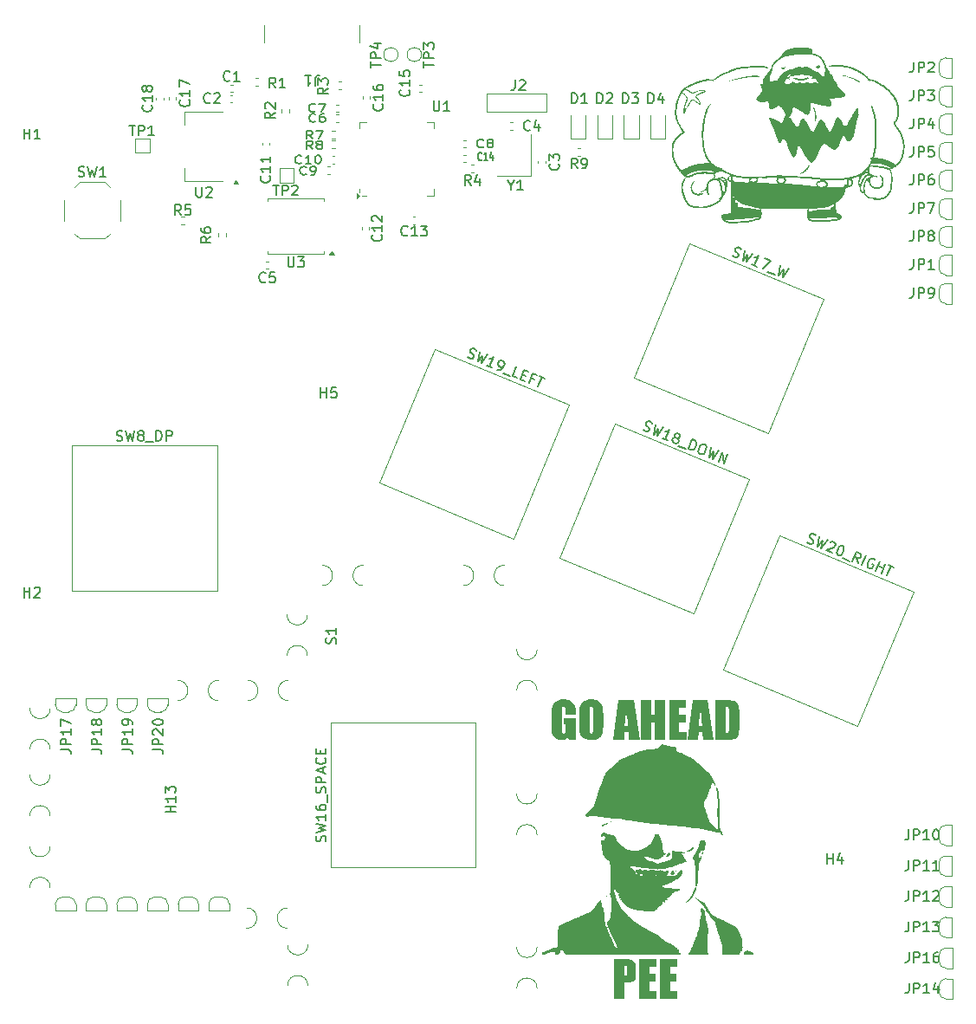
<source format=gbr>
%TF.GenerationSoftware,KiCad,Pcbnew,8.0.4*%
%TF.CreationDate,2024-07-25T19:40:04-07:00*%
%TF.ProjectId,panel_1,70616e65-6c5f-4312-9e6b-696361645f70,rev?*%
%TF.SameCoordinates,Original*%
%TF.FileFunction,Legend,Top*%
%TF.FilePolarity,Positive*%
%FSLAX46Y46*%
G04 Gerber Fmt 4.6, Leading zero omitted, Abs format (unit mm)*
G04 Created by KiCad (PCBNEW 8.0.4) date 2024-07-25 19:40:04*
%MOMM*%
%LPD*%
G01*
G04 APERTURE LIST*
%ADD10C,0.000000*%
%ADD11C,0.100000*%
%ADD12C,0.150000*%
%ADD13C,0.120000*%
G04 APERTURE END LIST*
D10*
G36*
X110458315Y-106288801D02*
G01*
X110326055Y-106312297D01*
X110269039Y-106321999D01*
X110246151Y-106325497D01*
X110228282Y-106327775D01*
X110214607Y-106328963D01*
X110200229Y-106329734D01*
X110185269Y-106330101D01*
X110169848Y-106330075D01*
X110154086Y-106329669D01*
X110138104Y-106328895D01*
X110122023Y-106327767D01*
X110105964Y-106326296D01*
X110090047Y-106324494D01*
X110074393Y-106322375D01*
X110059124Y-106319951D01*
X110044359Y-106317233D01*
X110030220Y-106314235D01*
X110016827Y-106310969D01*
X110004301Y-106307448D01*
X109992763Y-106303683D01*
X109980376Y-106299832D01*
X109965358Y-106296058D01*
X109928248Y-106288824D01*
X109883069Y-106282149D01*
X109831459Y-106276202D01*
X109775054Y-106271149D01*
X109715491Y-106267158D01*
X109654407Y-106264397D01*
X109593438Y-106263035D01*
X109542642Y-106262091D01*
X109496429Y-106260369D01*
X109454314Y-106257902D01*
X109415808Y-106254725D01*
X109380426Y-106250871D01*
X109347681Y-106246376D01*
X109317086Y-106241272D01*
X109288154Y-106235594D01*
X110458315Y-106288801D01*
G37*
G36*
X108462809Y-106296705D02*
G01*
X108462808Y-106296742D01*
X108467385Y-106297058D01*
X108471991Y-106297631D01*
X108476651Y-106298461D01*
X108481390Y-106299550D01*
X108486230Y-106300899D01*
X108491197Y-106302510D01*
X108496315Y-106304382D01*
X108501607Y-106306518D01*
X108507098Y-106308918D01*
X108512811Y-106311583D01*
X108525004Y-106317714D01*
X108538378Y-106324919D01*
X108553127Y-106333207D01*
X108562601Y-106338771D01*
X108572291Y-106344778D01*
X108582128Y-106351172D01*
X108592039Y-106357896D01*
X108601955Y-106364894D01*
X108611805Y-106372108D01*
X108621517Y-106379483D01*
X108631022Y-106386961D01*
X108640247Y-106394486D01*
X108649123Y-106402001D01*
X108657579Y-106409450D01*
X108665543Y-106416775D01*
X108672946Y-106423921D01*
X108679715Y-106430829D01*
X108685782Y-106437445D01*
X108691074Y-106443711D01*
X108738326Y-106502590D01*
X108757302Y-106442874D01*
X108760225Y-106434890D01*
X108763790Y-106427421D01*
X108768040Y-106420444D01*
X108773022Y-106413934D01*
X108778782Y-106407868D01*
X108785363Y-106402221D01*
X108792813Y-106396969D01*
X108801176Y-106392089D01*
X108810498Y-106387555D01*
X108820824Y-106383346D01*
X108832199Y-106379435D01*
X108844669Y-106375800D01*
X108858280Y-106372415D01*
X108873076Y-106369258D01*
X108889104Y-106366304D01*
X108906408Y-106363530D01*
X108925589Y-106360814D01*
X108943288Y-106358672D01*
X108959642Y-106357131D01*
X108974789Y-106356217D01*
X108988868Y-106355959D01*
X109002015Y-106356382D01*
X109014370Y-106357513D01*
X109020293Y-106358352D01*
X109026070Y-106359379D01*
X109031717Y-106360596D01*
X109037252Y-106362007D01*
X109042692Y-106363615D01*
X109048055Y-106365424D01*
X109053357Y-106367437D01*
X109058617Y-106369657D01*
X109069075Y-106374731D01*
X109079567Y-106380676D01*
X109090232Y-106387516D01*
X109101206Y-106395279D01*
X109112629Y-106403992D01*
X109120726Y-106410096D01*
X109129259Y-106416027D01*
X109138155Y-106421757D01*
X109147342Y-106427255D01*
X109156748Y-106432488D01*
X109166300Y-106437428D01*
X109175926Y-106442043D01*
X109185553Y-106446302D01*
X109195109Y-106450175D01*
X109204521Y-106453631D01*
X109213717Y-106456640D01*
X109222625Y-106459171D01*
X109231172Y-106461192D01*
X109239286Y-106462674D01*
X109246894Y-106463586D01*
X109253924Y-106463897D01*
X109260746Y-106463671D01*
X109267745Y-106463009D01*
X109274870Y-106461932D01*
X109282067Y-106460464D01*
X109289286Y-106458626D01*
X109296473Y-106456440D01*
X109303578Y-106453929D01*
X109310548Y-106451115D01*
X109317332Y-106448020D01*
X109323876Y-106444667D01*
X109330130Y-106441077D01*
X109336041Y-106437273D01*
X109341558Y-106433278D01*
X109346627Y-106429113D01*
X109351199Y-106424801D01*
X109355219Y-106420363D01*
X109360642Y-106414677D01*
X109367138Y-106409436D01*
X109374770Y-106404629D01*
X109383602Y-106400245D01*
X109393696Y-106396274D01*
X109405116Y-106392704D01*
X109417924Y-106389525D01*
X109432184Y-106386727D01*
X109447958Y-106384298D01*
X109465311Y-106382228D01*
X109484304Y-106380506D01*
X109505001Y-106379121D01*
X109551759Y-106377319D01*
X109606089Y-106376738D01*
X109651581Y-106377478D01*
X109698584Y-106379599D01*
X109745744Y-106382950D01*
X109791707Y-106387382D01*
X109835117Y-106392745D01*
X109874620Y-106398889D01*
X109892484Y-106402207D01*
X109908862Y-106405664D01*
X109923586Y-106409242D01*
X109936487Y-106412921D01*
X109948274Y-106416714D01*
X109959730Y-106420623D01*
X109970797Y-106424618D01*
X109981415Y-106428671D01*
X109991524Y-106432752D01*
X110001066Y-106436830D01*
X110009981Y-106440876D01*
X110018209Y-106444861D01*
X110025691Y-106448755D01*
X110032368Y-106452528D01*
X110038181Y-106456150D01*
X110043070Y-106459592D01*
X110045150Y-106461236D01*
X110046976Y-106462824D01*
X110048542Y-106464352D01*
X110049839Y-106465816D01*
X110050862Y-106467213D01*
X110051601Y-106468539D01*
X110052050Y-106469791D01*
X110052201Y-106470963D01*
X110052277Y-106472090D01*
X110052502Y-106473202D01*
X110052873Y-106474299D01*
X110053385Y-106475378D01*
X110054036Y-106476438D01*
X110054820Y-106477479D01*
X110056778Y-106479494D01*
X110059229Y-106481412D01*
X110062144Y-106483222D01*
X110065491Y-106484913D01*
X110069243Y-106486474D01*
X110073370Y-106487892D01*
X110077841Y-106489158D01*
X110082627Y-106490260D01*
X110087698Y-106491187D01*
X110093025Y-106491927D01*
X110098578Y-106492469D01*
X110104327Y-106492803D01*
X110110244Y-106492917D01*
X110113221Y-106492877D01*
X110116161Y-106492758D01*
X110119060Y-106492562D01*
X110121914Y-106492292D01*
X110124719Y-106491949D01*
X110127472Y-106491534D01*
X110130168Y-106491051D01*
X110132805Y-106490500D01*
X110135378Y-106489884D01*
X110137884Y-106489206D01*
X110140318Y-106488465D01*
X110142678Y-106487666D01*
X110144958Y-106486809D01*
X110147157Y-106485897D01*
X110149269Y-106484931D01*
X110151292Y-106483914D01*
X110153221Y-106482847D01*
X110155053Y-106481733D01*
X110156783Y-106480573D01*
X110158409Y-106479369D01*
X110159926Y-106478124D01*
X110161331Y-106476838D01*
X110162620Y-106475515D01*
X110163789Y-106474156D01*
X110164835Y-106472762D01*
X110165753Y-106471337D01*
X110166540Y-106469882D01*
X110167193Y-106468398D01*
X110167707Y-106466888D01*
X110168079Y-106465354D01*
X110168304Y-106463798D01*
X110168380Y-106462221D01*
X110168421Y-106460669D01*
X110168540Y-106459186D01*
X110168737Y-106457773D01*
X110169009Y-106456430D01*
X110169354Y-106455158D01*
X110169770Y-106453959D01*
X110170256Y-106452832D01*
X110170809Y-106451779D01*
X110171428Y-106450800D01*
X110172110Y-106449896D01*
X110172853Y-106449067D01*
X110173656Y-106448316D01*
X110174517Y-106447641D01*
X110175433Y-106447045D01*
X110176402Y-106446527D01*
X110177423Y-106446089D01*
X110178494Y-106445731D01*
X110179612Y-106445454D01*
X110180776Y-106445258D01*
X110181984Y-106445146D01*
X110183234Y-106445116D01*
X110184523Y-106445171D01*
X110185850Y-106445310D01*
X110187213Y-106445535D01*
X110188610Y-106445846D01*
X110190038Y-106446244D01*
X110191497Y-106446730D01*
X110192984Y-106447305D01*
X110194496Y-106447968D01*
X110196033Y-106448722D01*
X110197591Y-106449567D01*
X110199170Y-106450503D01*
X110202758Y-106452253D01*
X110207132Y-106453586D01*
X110212231Y-106454509D01*
X110217994Y-106455033D01*
X110224361Y-106455166D01*
X110231273Y-106454917D01*
X110238667Y-106454295D01*
X110246485Y-106453308D01*
X110254666Y-106451967D01*
X110263149Y-106450280D01*
X110271875Y-106448255D01*
X110280782Y-106445902D01*
X110289811Y-106443229D01*
X110298901Y-106440246D01*
X110307992Y-106436962D01*
X110317023Y-106433385D01*
X110329661Y-106428400D01*
X110342043Y-106424070D01*
X110354291Y-106420394D01*
X110366531Y-106417372D01*
X110378888Y-106415003D01*
X110391486Y-106413286D01*
X110404451Y-106412219D01*
X110417907Y-106411803D01*
X110431979Y-106412035D01*
X110446792Y-106412916D01*
X110462471Y-106414444D01*
X110479140Y-106416619D01*
X110496925Y-106419439D01*
X110515949Y-106422904D01*
X110558218Y-106431764D01*
X110574172Y-106435463D01*
X110590178Y-106439423D01*
X110621929Y-106447983D01*
X110652638Y-106457153D01*
X110681471Y-106466647D01*
X110694923Y-106471425D01*
X110707594Y-106476176D01*
X110719379Y-106480863D01*
X110730174Y-106485450D01*
X110739874Y-106489903D01*
X110748376Y-106494183D01*
X110755575Y-106498256D01*
X110761368Y-106502085D01*
X110767908Y-106507421D01*
X110773928Y-106513519D01*
X110779442Y-106520451D01*
X110784470Y-106528287D01*
X110789026Y-106537097D01*
X110793129Y-106546953D01*
X110796794Y-106557924D01*
X110800039Y-106570082D01*
X110802881Y-106583497D01*
X110805337Y-106598240D01*
X110807423Y-106614381D01*
X110809156Y-106631992D01*
X110810554Y-106651142D01*
X110811632Y-106671902D01*
X110812900Y-106718536D01*
X110813368Y-106738826D01*
X110814157Y-106758430D01*
X110815257Y-106777293D01*
X110816658Y-106795361D01*
X110818350Y-106812580D01*
X110820323Y-106828897D01*
X110822566Y-106844257D01*
X110825070Y-106858606D01*
X110827825Y-106871890D01*
X110830819Y-106884055D01*
X110834044Y-106895048D01*
X110837490Y-106904813D01*
X110841145Y-106913298D01*
X110843048Y-106917042D01*
X110845000Y-106920447D01*
X110846999Y-106923504D01*
X110849045Y-106926207D01*
X110851135Y-106928550D01*
X110853270Y-106930524D01*
X110858695Y-106934520D01*
X110863745Y-106937112D01*
X110868451Y-106938215D01*
X110870687Y-106938181D01*
X110872850Y-106937743D01*
X110874945Y-106936890D01*
X110876975Y-106935612D01*
X110878946Y-106933897D01*
X110880861Y-106931735D01*
X110884541Y-106926026D01*
X110888051Y-106918402D01*
X110891424Y-106908776D01*
X110894696Y-106897062D01*
X110897900Y-106883176D01*
X110901070Y-106867031D01*
X110907447Y-106827626D01*
X110914104Y-106778162D01*
X110918670Y-106740534D01*
X110922786Y-106704010D01*
X110926371Y-106669491D01*
X110929345Y-106637876D01*
X110931630Y-106610065D01*
X110933144Y-106586957D01*
X110933809Y-106569454D01*
X110933797Y-106563085D01*
X110933544Y-106558454D01*
X110933501Y-106556560D01*
X110933746Y-106554604D01*
X110934272Y-106552590D01*
X110935072Y-106550523D01*
X110937465Y-106546248D01*
X110940872Y-106541814D01*
X110945237Y-106537257D01*
X110950505Y-106532612D01*
X110956620Y-106527914D01*
X110963528Y-106523201D01*
X110971173Y-106518506D01*
X110979500Y-106513865D01*
X110988454Y-106509315D01*
X110997980Y-106504890D01*
X111008023Y-106500626D01*
X111018527Y-106496559D01*
X111029437Y-106492724D01*
X111040699Y-106489157D01*
X111052232Y-106485874D01*
X111063939Y-106482874D01*
X111075738Y-106480165D01*
X111087548Y-106477753D01*
X111099286Y-106475648D01*
X111110872Y-106473854D01*
X111122223Y-106472381D01*
X111133257Y-106471236D01*
X111143893Y-106470425D01*
X111154048Y-106469956D01*
X111163642Y-106469836D01*
X111172592Y-106470074D01*
X111180816Y-106470675D01*
X111188233Y-106471648D01*
X111194761Y-106473000D01*
X111200318Y-106474739D01*
X111207202Y-106477661D01*
X111213338Y-106480900D01*
X111218743Y-106484521D01*
X111223432Y-106488592D01*
X111225513Y-106490818D01*
X111227422Y-106493181D01*
X111229160Y-106495691D01*
X111230729Y-106498355D01*
X111232131Y-106501182D01*
X111233369Y-106504180D01*
X111235359Y-106510725D01*
X111236715Y-106518057D01*
X111237452Y-106526243D01*
X111237587Y-106535349D01*
X111237137Y-106545445D01*
X111236117Y-106556596D01*
X111234545Y-106568870D01*
X111232435Y-106582335D01*
X111229804Y-106597058D01*
X111227534Y-106608124D01*
X111224753Y-106619899D01*
X111217815Y-106645163D01*
X111209300Y-106672014D01*
X111199520Y-106699617D01*
X111188788Y-106727138D01*
X111177415Y-106753742D01*
X111165714Y-106778594D01*
X111159837Y-106790102D01*
X111153996Y-106800860D01*
X111148254Y-106811294D01*
X111142674Y-106821855D01*
X111137283Y-106832469D01*
X111132111Y-106843064D01*
X111127187Y-106853567D01*
X111122538Y-106863905D01*
X111118196Y-106874007D01*
X111114187Y-106883798D01*
X111110542Y-106893206D01*
X111107289Y-106902160D01*
X111104457Y-106910585D01*
X111102075Y-106918409D01*
X111100172Y-106925560D01*
X111098777Y-106931965D01*
X111097919Y-106937551D01*
X111097626Y-106942245D01*
X111097645Y-106942677D01*
X111097699Y-106943112D01*
X111097785Y-106943552D01*
X111097896Y-106943995D01*
X111098029Y-106944442D01*
X111098180Y-106944891D01*
X111098517Y-106945794D01*
X111098870Y-106946702D01*
X111099205Y-106947610D01*
X111099355Y-106948062D01*
X111099486Y-106948514D01*
X111099595Y-106948963D01*
X111099678Y-106949410D01*
X109078406Y-106903832D01*
X109078253Y-106903312D01*
X109078120Y-106902761D01*
X109078005Y-106902184D01*
X109077904Y-106901587D01*
X109077730Y-106900355D01*
X109077567Y-106899107D01*
X109077386Y-106897885D01*
X109077280Y-106897298D01*
X109077158Y-106896734D01*
X109077017Y-106896198D01*
X109076854Y-106895696D01*
X109076664Y-106895232D01*
X109076444Y-106894813D01*
X109075399Y-106893369D01*
X109074096Y-106891990D01*
X109070745Y-106889430D01*
X109066452Y-106887139D01*
X109061279Y-106885122D01*
X109055287Y-106883385D01*
X109048538Y-106881932D01*
X109041094Y-106880768D01*
X109033015Y-106879900D01*
X109024363Y-106879332D01*
X109015199Y-106879070D01*
X109005586Y-106879119D01*
X108995584Y-106879484D01*
X108985254Y-106880171D01*
X108974659Y-106881184D01*
X108963860Y-106882529D01*
X108952918Y-106884211D01*
X108939527Y-106886272D01*
X108926623Y-106887852D01*
X108914190Y-106888949D01*
X108902216Y-106889561D01*
X108890684Y-106889684D01*
X108879581Y-106889317D01*
X108868892Y-106888458D01*
X108858602Y-106887104D01*
X108848697Y-106885252D01*
X108839163Y-106882901D01*
X108829985Y-106880047D01*
X108821149Y-106876689D01*
X108812639Y-106872824D01*
X108804442Y-106868450D01*
X108796543Y-106863565D01*
X108788927Y-106858166D01*
X108782543Y-106853685D01*
X108775420Y-106849320D01*
X108767635Y-106845093D01*
X108759263Y-106841028D01*
X108750381Y-106837148D01*
X108741065Y-106833475D01*
X108731390Y-106830032D01*
X108721433Y-106826844D01*
X108711270Y-106823932D01*
X108700977Y-106821321D01*
X108690631Y-106819032D01*
X108680306Y-106817089D01*
X108670080Y-106815516D01*
X108660028Y-106814334D01*
X108650227Y-106813568D01*
X108640752Y-106813240D01*
X108631105Y-106813312D01*
X108620797Y-106813707D01*
X108598575Y-106815402D01*
X108574829Y-106818196D01*
X108550303Y-106821964D01*
X108525741Y-106826577D01*
X108501886Y-106831908D01*
X108479483Y-106837829D01*
X108469058Y-106840972D01*
X108459274Y-106844214D01*
X108453373Y-106846367D01*
X108447667Y-106848635D01*
X108442156Y-106851012D01*
X108436839Y-106853490D01*
X108431712Y-106856060D01*
X108426774Y-106858714D01*
X108422023Y-106861446D01*
X108417457Y-106864247D01*
X108413075Y-106867110D01*
X108408874Y-106870026D01*
X108404852Y-106872988D01*
X108401008Y-106875988D01*
X108397340Y-106879018D01*
X108393846Y-106882071D01*
X108390524Y-106885138D01*
X108387372Y-106888212D01*
X108148967Y-106882812D01*
X108121062Y-106831465D01*
X108125218Y-106831017D01*
X108129338Y-106830658D01*
X108137500Y-106830047D01*
X108141556Y-106829714D01*
X108145605Y-106829308D01*
X108149654Y-106828789D01*
X108153710Y-106828117D01*
X108258634Y-106808398D01*
X108173057Y-106724774D01*
X108164163Y-106715660D01*
X108155172Y-106705643D01*
X108146146Y-106694823D01*
X108137146Y-106683303D01*
X108128232Y-106671183D01*
X108119467Y-106658565D01*
X108110911Y-106645551D01*
X108102626Y-106632241D01*
X108094673Y-106618737D01*
X108087113Y-106605141D01*
X108080007Y-106591554D01*
X108073417Y-106578077D01*
X108067403Y-106564811D01*
X108062028Y-106551858D01*
X108057352Y-106539320D01*
X108053437Y-106527297D01*
X108046588Y-106503700D01*
X108040195Y-106480241D01*
X108034398Y-106457536D01*
X108029339Y-106436202D01*
X108025158Y-106416855D01*
X108021997Y-106400109D01*
X108019997Y-106386582D01*
X108019477Y-106381218D01*
X108019299Y-106376889D01*
X108019742Y-106372173D01*
X108021089Y-106367928D01*
X108023372Y-106364148D01*
X108026621Y-106360829D01*
X108030868Y-106357965D01*
X108036143Y-106355552D01*
X108042476Y-106353584D01*
X108049900Y-106352057D01*
X108058445Y-106350966D01*
X108068140Y-106350306D01*
X108079018Y-106350072D01*
X108091110Y-106350259D01*
X108104445Y-106350863D01*
X108119055Y-106351877D01*
X108134970Y-106353298D01*
X108152222Y-106355121D01*
X108168512Y-106356741D01*
X108184508Y-106357896D01*
X108200203Y-106358588D01*
X108215591Y-106358816D01*
X108230664Y-106358584D01*
X108245415Y-106357890D01*
X108259839Y-106356737D01*
X108273929Y-106355125D01*
X108287677Y-106353054D01*
X108301076Y-106350527D01*
X108314122Y-106347544D01*
X108326805Y-106344106D01*
X108339121Y-106340213D01*
X108351061Y-106335867D01*
X108362620Y-106331070D01*
X108373790Y-106325820D01*
X108388239Y-106318724D01*
X108401351Y-106312595D01*
X108407467Y-106309897D01*
X108413321Y-106307444D01*
X108418938Y-106305239D01*
X108424341Y-106303281D01*
X108429556Y-106301573D01*
X108434607Y-106300116D01*
X108439517Y-106298910D01*
X108444311Y-106297958D01*
X108449013Y-106297260D01*
X108453647Y-106296818D01*
X108458238Y-106296632D01*
X108462809Y-106296705D01*
G37*
G36*
X105697685Y-101619553D02*
G01*
X105702124Y-101620000D01*
X105706166Y-101620685D01*
X105709773Y-101621610D01*
X105711400Y-101622162D01*
X105712904Y-101622774D01*
X105714279Y-101623447D01*
X105715520Y-101624180D01*
X105716623Y-101624974D01*
X105717581Y-101625829D01*
X105717583Y-101625831D01*
X105718447Y-101626725D01*
X105719270Y-101627637D01*
X105720050Y-101628563D01*
X105720787Y-101629503D01*
X105721481Y-101630455D01*
X105722132Y-101631416D01*
X105722739Y-101632385D01*
X105723302Y-101633360D01*
X105723821Y-101634340D01*
X105724294Y-101635322D01*
X105724723Y-101636305D01*
X105725106Y-101637287D01*
X105725444Y-101638266D01*
X105725735Y-101639240D01*
X105725980Y-101640208D01*
X105726178Y-101641167D01*
X105726328Y-101642117D01*
X105726432Y-101643054D01*
X105726487Y-101643978D01*
X105726494Y-101644886D01*
X105726453Y-101645777D01*
X105726363Y-101646649D01*
X105726224Y-101647500D01*
X105726035Y-101648329D01*
X105725796Y-101649132D01*
X105725507Y-101649910D01*
X105725167Y-101650659D01*
X105724776Y-101651379D01*
X105724335Y-101652066D01*
X105723841Y-101652721D01*
X105723296Y-101653340D01*
X105722698Y-101653921D01*
X105721126Y-101655138D01*
X105718932Y-101656526D01*
X105712838Y-101659754D01*
X105704733Y-101663476D01*
X105694937Y-101667563D01*
X105683769Y-101671887D01*
X105671547Y-101676319D01*
X105658589Y-101680729D01*
X105645214Y-101684989D01*
X105641720Y-101686027D01*
X105638286Y-101686976D01*
X105634917Y-101687834D01*
X105631616Y-101688604D01*
X105628385Y-101689285D01*
X105625229Y-101689878D01*
X105622151Y-101690384D01*
X105619153Y-101690803D01*
X105616239Y-101691135D01*
X105613412Y-101691381D01*
X105610676Y-101691541D01*
X105608034Y-101691616D01*
X105605489Y-101691607D01*
X105603044Y-101691513D01*
X105600703Y-101691336D01*
X105598468Y-101691075D01*
X105596344Y-101690731D01*
X105594333Y-101690305D01*
X105592439Y-101689798D01*
X105590665Y-101689209D01*
X105589014Y-101688539D01*
X105587489Y-101687788D01*
X105586094Y-101686958D01*
X105584832Y-101686048D01*
X105583707Y-101685059D01*
X105582721Y-101683992D01*
X105581877Y-101682847D01*
X105581180Y-101681624D01*
X105580632Y-101680324D01*
X105580236Y-101678947D01*
X105579996Y-101677494D01*
X105579916Y-101675965D01*
X105579995Y-101674452D01*
X105580229Y-101672909D01*
X105580614Y-101671339D01*
X105581146Y-101669745D01*
X105582638Y-101666498D01*
X105584672Y-101663192D01*
X105587219Y-101659853D01*
X105590247Y-101656504D01*
X105593725Y-101653170D01*
X105597623Y-101649876D01*
X105601909Y-101646646D01*
X105606552Y-101643503D01*
X105611522Y-101640474D01*
X105616788Y-101637582D01*
X105622319Y-101634852D01*
X105628084Y-101632307D01*
X105634051Y-101629974D01*
X105640191Y-101627876D01*
X105646419Y-101626015D01*
X105652646Y-101624380D01*
X105658833Y-101622971D01*
X105664940Y-101621789D01*
X105670927Y-101620837D01*
X105676755Y-101620115D01*
X105682384Y-101619624D01*
X105687775Y-101619366D01*
X105692889Y-101619341D01*
X105697685Y-101619553D01*
G37*
G36*
X105361513Y-101759368D02*
G01*
X105375980Y-101759809D01*
X105389956Y-101760527D01*
X105403364Y-101761506D01*
X105416131Y-101762731D01*
X105428181Y-101764188D01*
X105439439Y-101765862D01*
X105449830Y-101767738D01*
X105459279Y-101769801D01*
X105467712Y-101772037D01*
X105475052Y-101774430D01*
X105478290Y-101775681D01*
X105481227Y-101776966D01*
X105483853Y-101778282D01*
X105486159Y-101779629D01*
X105488137Y-101781004D01*
X105489776Y-101782406D01*
X105491067Y-101783832D01*
X105492000Y-101785281D01*
X105492567Y-101786750D01*
X105492759Y-101788239D01*
X105492669Y-101789728D01*
X105492405Y-101791197D01*
X105491970Y-101792646D01*
X105491369Y-101794072D01*
X105490605Y-101795474D01*
X105489684Y-101796849D01*
X105487386Y-101799513D01*
X105484509Y-101802048D01*
X105481088Y-101804441D01*
X105477159Y-101806677D01*
X105472757Y-101808740D01*
X105467915Y-101810616D01*
X105462669Y-101812290D01*
X105457055Y-101813747D01*
X105451106Y-101814972D01*
X105444858Y-101815951D01*
X105438346Y-101816669D01*
X105431605Y-101817110D01*
X105424669Y-101817261D01*
X105417296Y-101817638D01*
X105409271Y-101818745D01*
X105400671Y-101820543D01*
X105391576Y-101822997D01*
X105382064Y-101826068D01*
X105372212Y-101829719D01*
X105362099Y-101833913D01*
X105351802Y-101838612D01*
X105341401Y-101843778D01*
X105330972Y-101849376D01*
X105320595Y-101855366D01*
X105310348Y-101861712D01*
X105300307Y-101868377D01*
X105290553Y-101875323D01*
X105281162Y-101882512D01*
X105272213Y-101889908D01*
X105263094Y-101897401D01*
X105253201Y-101904876D01*
X105242631Y-101912286D01*
X105231478Y-101919585D01*
X105219838Y-101926725D01*
X105207806Y-101933660D01*
X105195476Y-101940343D01*
X105182945Y-101946727D01*
X105170306Y-101952766D01*
X105157656Y-101958413D01*
X105145088Y-101963621D01*
X105132699Y-101968343D01*
X105120584Y-101972532D01*
X105108837Y-101976142D01*
X105097553Y-101979126D01*
X105086829Y-101981438D01*
X105076264Y-101983727D01*
X105065449Y-101986646D01*
X105054464Y-101990150D01*
X105043388Y-101994195D01*
X105032300Y-101998735D01*
X105021279Y-102003726D01*
X105010405Y-102009124D01*
X104999758Y-102014882D01*
X104989415Y-102020958D01*
X104979458Y-102027305D01*
X104969964Y-102033880D01*
X104961014Y-102040637D01*
X104952687Y-102047532D01*
X104945061Y-102054520D01*
X104938217Y-102061556D01*
X104932233Y-102068595D01*
X104925604Y-102076572D01*
X104918634Y-102084089D01*
X104911339Y-102091137D01*
X104903734Y-102097710D01*
X104895833Y-102103800D01*
X104887651Y-102109399D01*
X104879203Y-102114500D01*
X104870503Y-102119096D01*
X104861567Y-102123179D01*
X104852410Y-102126742D01*
X104843045Y-102129777D01*
X104833488Y-102132277D01*
X104823754Y-102134234D01*
X104813858Y-102135641D01*
X104803814Y-102136491D01*
X104793637Y-102136776D01*
X104789070Y-102136731D01*
X104784588Y-102136598D01*
X104780194Y-102136378D01*
X104775892Y-102136074D01*
X104771686Y-102135687D01*
X104767582Y-102135218D01*
X104763581Y-102134670D01*
X104759690Y-102134044D01*
X104755911Y-102133343D01*
X104752249Y-102132567D01*
X104748708Y-102131720D01*
X104745292Y-102130801D01*
X104742006Y-102129815D01*
X104738852Y-102128761D01*
X104735836Y-102127642D01*
X104732962Y-102126460D01*
X104730233Y-102125217D01*
X104727653Y-102123914D01*
X104725228Y-102122553D01*
X104722960Y-102121136D01*
X104720854Y-102119664D01*
X104718914Y-102118140D01*
X104717144Y-102116565D01*
X104715549Y-102114942D01*
X104714132Y-102113271D01*
X104712897Y-102111555D01*
X104711849Y-102109795D01*
X104710991Y-102107994D01*
X104710328Y-102106152D01*
X104709864Y-102104272D01*
X104709603Y-102102356D01*
X104709549Y-102100406D01*
X104709826Y-102096468D01*
X104710458Y-102092170D01*
X104711425Y-102087554D01*
X104712708Y-102082663D01*
X104714289Y-102077537D01*
X104716148Y-102072220D01*
X104718267Y-102066754D01*
X104720626Y-102061181D01*
X104723208Y-102055543D01*
X104725994Y-102049882D01*
X104728963Y-102044241D01*
X104732099Y-102038662D01*
X104735381Y-102033187D01*
X104738791Y-102027857D01*
X104742310Y-102022717D01*
X104745919Y-102017806D01*
X104749979Y-102012848D01*
X104754821Y-102007564D01*
X104760381Y-102002003D01*
X104766598Y-101996212D01*
X104773406Y-101990237D01*
X104780744Y-101984126D01*
X104788549Y-101977926D01*
X104796756Y-101971685D01*
X104814127Y-101959265D01*
X104832354Y-101947244D01*
X104841630Y-101941500D01*
X104850931Y-101935998D01*
X104860193Y-101930783D01*
X104869353Y-101925904D01*
X104889218Y-101916352D01*
X104911930Y-101906658D01*
X104936692Y-101897089D01*
X104962707Y-101887914D01*
X104989181Y-101879401D01*
X105015317Y-101871817D01*
X105040318Y-101865432D01*
X105063388Y-101860512D01*
X105074255Y-101858278D01*
X105084976Y-101855692D01*
X105095489Y-101852786D01*
X105105731Y-101849590D01*
X105115640Y-101846136D01*
X105125153Y-101842455D01*
X105134210Y-101838577D01*
X105142746Y-101834534D01*
X105150701Y-101830357D01*
X105158012Y-101826076D01*
X105164617Y-101821723D01*
X105170453Y-101817329D01*
X105173064Y-101815126D01*
X105175459Y-101812924D01*
X105177631Y-101810728D01*
X105179572Y-101808540D01*
X105181274Y-101806366D01*
X105182729Y-101804208D01*
X105183930Y-101802071D01*
X105184869Y-101799959D01*
X105187339Y-101794977D01*
X105190803Y-101790326D01*
X105195265Y-101786005D01*
X105200731Y-101782011D01*
X105207207Y-101778345D01*
X105214698Y-101775004D01*
X105223209Y-101771987D01*
X105232747Y-101769293D01*
X105243315Y-101766921D01*
X105254921Y-101764870D01*
X105267568Y-101763137D01*
X105281263Y-101761723D01*
X105296011Y-101760625D01*
X105311817Y-101759842D01*
X105328687Y-101759373D01*
X105346627Y-101759217D01*
X105346628Y-101759217D01*
X105361513Y-101759368D01*
G37*
G36*
X110607982Y-94121454D02*
G01*
X110617151Y-94121622D01*
X110626678Y-94122114D01*
X110636489Y-94122914D01*
X110646507Y-94124006D01*
X110656657Y-94125373D01*
X110666863Y-94126998D01*
X110677051Y-94128865D01*
X110687143Y-94130957D01*
X110697066Y-94133258D01*
X110706743Y-94135751D01*
X110716098Y-94138420D01*
X110725057Y-94141249D01*
X110733544Y-94144220D01*
X110741483Y-94147317D01*
X110748799Y-94150524D01*
X110755416Y-94153824D01*
X110762677Y-94157260D01*
X110771885Y-94160866D01*
X110795582Y-94168470D01*
X110825391Y-94176394D01*
X110860198Y-94184399D01*
X110898889Y-94192245D01*
X110940349Y-94199691D01*
X110983463Y-94206498D01*
X111027119Y-94212425D01*
X111071560Y-94218537D01*
X111116928Y-94225874D01*
X111161951Y-94234158D01*
X111205355Y-94243110D01*
X111245868Y-94252453D01*
X111282217Y-94261909D01*
X111313129Y-94271200D01*
X111326149Y-94275697D01*
X111337333Y-94280048D01*
X111348586Y-94284369D01*
X111361812Y-94288777D01*
X111393514Y-94297725D01*
X111431111Y-94306639D01*
X111473275Y-94315266D01*
X111518677Y-94323350D01*
X111565990Y-94330639D01*
X111613885Y-94336877D01*
X111661034Y-94341812D01*
X111686300Y-94344290D01*
X111710894Y-94347076D01*
X111734742Y-94350153D01*
X111757770Y-94353504D01*
X111779905Y-94357112D01*
X111801073Y-94360959D01*
X111821200Y-94365028D01*
X111840213Y-94369301D01*
X111858037Y-94373763D01*
X111874600Y-94378394D01*
X111889827Y-94383178D01*
X111903644Y-94388097D01*
X111915978Y-94393135D01*
X111926755Y-94398274D01*
X111935901Y-94403496D01*
X111943343Y-94408785D01*
X111950451Y-94415119D01*
X111957275Y-94422382D01*
X111963817Y-94430577D01*
X111970077Y-94439707D01*
X111976058Y-94449777D01*
X111981760Y-94460789D01*
X111987186Y-94472748D01*
X111992336Y-94485657D01*
X111997213Y-94499519D01*
X112001817Y-94514339D01*
X112006150Y-94530120D01*
X112010214Y-94546865D01*
X112014010Y-94564578D01*
X112017538Y-94583263D01*
X112020802Y-94602923D01*
X112023802Y-94623562D01*
X112026263Y-94640798D01*
X112028924Y-94657785D01*
X112031761Y-94674425D01*
X112034748Y-94690621D01*
X112037859Y-94706273D01*
X112041070Y-94721284D01*
X112044355Y-94735557D01*
X112047689Y-94748994D01*
X112051047Y-94761495D01*
X112054404Y-94772965D01*
X112057734Y-94783304D01*
X112061012Y-94792415D01*
X112064213Y-94800200D01*
X112067312Y-94806562D01*
X112070284Y-94811401D01*
X112071714Y-94813219D01*
X112073102Y-94814620D01*
X112076478Y-94817154D01*
X112081090Y-94819982D01*
X112093700Y-94826398D01*
X112110288Y-94833626D01*
X112130208Y-94841425D01*
X112152815Y-94849554D01*
X112177463Y-94857771D01*
X112203507Y-94865833D01*
X112230301Y-94873500D01*
X112259813Y-94882192D01*
X112293646Y-94893191D01*
X112330610Y-94906051D01*
X112369513Y-94920325D01*
X112409165Y-94935564D01*
X112448375Y-94951323D01*
X112485951Y-94967154D01*
X112520703Y-94982610D01*
X112667633Y-95050729D01*
X112796593Y-95111533D01*
X112820350Y-95122692D01*
X112843327Y-95133096D01*
X112864964Y-95142517D01*
X112884701Y-95150730D01*
X112901976Y-95157509D01*
X112916228Y-95162626D01*
X112922046Y-95164491D01*
X112926897Y-95165856D01*
X112930713Y-95166692D01*
X112933422Y-95166971D01*
X112943309Y-95169635D01*
X112963625Y-95177302D01*
X113030589Y-95205492D01*
X113124407Y-95247233D01*
X113235173Y-95298219D01*
X113298288Y-95328977D01*
X113361819Y-95362349D01*
X113424602Y-95397613D01*
X113485471Y-95434048D01*
X113543260Y-95470933D01*
X113596804Y-95507549D01*
X113621620Y-95525530D01*
X113644937Y-95543173D01*
X113666610Y-95560388D01*
X113686494Y-95577085D01*
X113722447Y-95607995D01*
X113759360Y-95639295D01*
X113831873Y-95699618D01*
X113865377Y-95726918D01*
X113895646Y-95751160D01*
X113921634Y-95771483D01*
X113942291Y-95787026D01*
X113967759Y-95806808D01*
X114007533Y-95839283D01*
X114121934Y-95935460D01*
X114269366Y-96061855D01*
X114433701Y-96204767D01*
X114613970Y-96365139D01*
X114804783Y-96539066D01*
X114983395Y-96705579D01*
X115061016Y-96779501D01*
X115127057Y-96843705D01*
X115207376Y-96924066D01*
X115242746Y-96960510D01*
X115275262Y-96994900D01*
X115305180Y-97027562D01*
X115332755Y-97058822D01*
X115358244Y-97089009D01*
X115381901Y-97118448D01*
X115403982Y-97147466D01*
X115424742Y-97176391D01*
X115444437Y-97205549D01*
X115463321Y-97235267D01*
X115481651Y-97265872D01*
X115499682Y-97297691D01*
X115517668Y-97331050D01*
X115535866Y-97366278D01*
X115560221Y-97415213D01*
X115582938Y-97462602D01*
X115603522Y-97507282D01*
X115621476Y-97548094D01*
X115636304Y-97583875D01*
X115642391Y-97599516D01*
X115647510Y-97613464D01*
X115651600Y-97625574D01*
X115654598Y-97635701D01*
X115656442Y-97643699D01*
X115657070Y-97649423D01*
X115657105Y-97651679D01*
X115657209Y-97653907D01*
X115657381Y-97656104D01*
X115657618Y-97658267D01*
X115657918Y-97660394D01*
X115658281Y-97662481D01*
X115658704Y-97664525D01*
X115659186Y-97666524D01*
X115659724Y-97668475D01*
X115660318Y-97670375D01*
X115660965Y-97672222D01*
X115661664Y-97674011D01*
X115662414Y-97675741D01*
X115663211Y-97677409D01*
X115664055Y-97679011D01*
X115664944Y-97680546D01*
X115665876Y-97682009D01*
X115666849Y-97683399D01*
X115667862Y-97684712D01*
X115668913Y-97685946D01*
X115670001Y-97687097D01*
X115671122Y-97688163D01*
X115672277Y-97689141D01*
X115673463Y-97690028D01*
X115674678Y-97690822D01*
X115675920Y-97691519D01*
X115677189Y-97692117D01*
X115678482Y-97692612D01*
X115679797Y-97693002D01*
X115681133Y-97693284D01*
X115682488Y-97693456D01*
X115683860Y-97693514D01*
X115685280Y-97693650D01*
X115686770Y-97694054D01*
X115689950Y-97695642D01*
X115693368Y-97698222D01*
X115696992Y-97701742D01*
X115700792Y-97706149D01*
X115704736Y-97711388D01*
X115708792Y-97717408D01*
X115712929Y-97724154D01*
X115717115Y-97731573D01*
X115721319Y-97739612D01*
X115725510Y-97748218D01*
X115729656Y-97757337D01*
X115733725Y-97766916D01*
X115737686Y-97776901D01*
X115741508Y-97787240D01*
X115745159Y-97797880D01*
X115752904Y-97820437D01*
X115761718Y-97844526D01*
X115771293Y-97869400D01*
X115781323Y-97894314D01*
X115791501Y-97918522D01*
X115801519Y-97941278D01*
X115811072Y-97961836D01*
X115819852Y-97979449D01*
X115823948Y-97987788D01*
X115827931Y-97996854D01*
X115831781Y-98006559D01*
X115835475Y-98016814D01*
X115838994Y-98027533D01*
X115842317Y-98038628D01*
X115845424Y-98050009D01*
X115848293Y-98061591D01*
X115850904Y-98073284D01*
X115853236Y-98085000D01*
X115855270Y-98096653D01*
X115856983Y-98108154D01*
X115858355Y-98119415D01*
X115859366Y-98130348D01*
X115859995Y-98140866D01*
X115860221Y-98150880D01*
X115860101Y-98160495D01*
X115859710Y-98169841D01*
X115859065Y-98178869D01*
X115858177Y-98187532D01*
X115857061Y-98195780D01*
X115855730Y-98203565D01*
X115854198Y-98210839D01*
X115852478Y-98217552D01*
X115851553Y-98220684D01*
X115850585Y-98223658D01*
X115849578Y-98226468D01*
X115848532Y-98229107D01*
X115847450Y-98231570D01*
X115846333Y-98233850D01*
X115845182Y-98235943D01*
X115844000Y-98237840D01*
X115842789Y-98239537D01*
X115841549Y-98241028D01*
X115840283Y-98242306D01*
X115838993Y-98243365D01*
X115837679Y-98244199D01*
X115836344Y-98244802D01*
X115834990Y-98245169D01*
X115833618Y-98245292D01*
X115832201Y-98245159D01*
X115830715Y-98244763D01*
X115827551Y-98243210D01*
X115824155Y-98240685D01*
X115820559Y-98237242D01*
X115816795Y-98232932D01*
X115812892Y-98227808D01*
X115808883Y-98221923D01*
X115804799Y-98215328D01*
X115800671Y-98208077D01*
X115796530Y-98200222D01*
X115792407Y-98191816D01*
X115788333Y-98182910D01*
X115784340Y-98173558D01*
X115780458Y-98163811D01*
X115776719Y-98153722D01*
X115773155Y-98143345D01*
X115769457Y-98132822D01*
X115765327Y-98122308D01*
X115760808Y-98111869D01*
X115755944Y-98101572D01*
X115750781Y-98091483D01*
X115745361Y-98081669D01*
X115739731Y-98072197D01*
X115733932Y-98063133D01*
X115728011Y-98054544D01*
X115722011Y-98046496D01*
X115715977Y-98039056D01*
X115709952Y-98032291D01*
X115703981Y-98026266D01*
X115698108Y-98021050D01*
X115695223Y-98018765D01*
X115692378Y-98016708D01*
X115689581Y-98014885D01*
X115686835Y-98013306D01*
X115681309Y-98009978D01*
X115675627Y-98005852D01*
X115669832Y-98000985D01*
X115663966Y-97995438D01*
X115658073Y-97989271D01*
X115652195Y-97982541D01*
X115646374Y-97975309D01*
X115640653Y-97967634D01*
X115635074Y-97959576D01*
X115629681Y-97951193D01*
X115624514Y-97942545D01*
X115619618Y-97933691D01*
X115615035Y-97924691D01*
X115610807Y-97915604D01*
X115606976Y-97906489D01*
X115603586Y-97897406D01*
X115600306Y-97888468D01*
X115596797Y-97879779D01*
X115593093Y-97871384D01*
X115589224Y-97863329D01*
X115585222Y-97855658D01*
X115581120Y-97848417D01*
X115576949Y-97841652D01*
X115572740Y-97835406D01*
X115568526Y-97829727D01*
X115566427Y-97827113D01*
X115564338Y-97824657D01*
X115562264Y-97822366D01*
X115560208Y-97820244D01*
X115558175Y-97818298D01*
X115556168Y-97816532D01*
X115554192Y-97814953D01*
X115552250Y-97813566D01*
X115550347Y-97812377D01*
X115548486Y-97811392D01*
X115546671Y-97810615D01*
X115544906Y-97810054D01*
X115543196Y-97809713D01*
X115541544Y-97809598D01*
X115539911Y-97809664D01*
X115538259Y-97809862D01*
X115536589Y-97810188D01*
X115534906Y-97810638D01*
X115533212Y-97811209D01*
X115531511Y-97811898D01*
X115528097Y-97813617D01*
X115524688Y-97815769D01*
X115521309Y-97818327D01*
X115517983Y-97821264D01*
X115514736Y-97824556D01*
X115511591Y-97828175D01*
X115508573Y-97832096D01*
X115505705Y-97836291D01*
X115503012Y-97840736D01*
X115500519Y-97845403D01*
X115498249Y-97850267D01*
X115496226Y-97855301D01*
X115494475Y-97860478D01*
X115490215Y-97873198D01*
X115484052Y-97889919D01*
X115467186Y-97932511D01*
X115446198Y-97982549D01*
X115423410Y-98034329D01*
X115415865Y-98051431D01*
X115409154Y-98067503D01*
X115403267Y-98082632D01*
X115398191Y-98096902D01*
X115393916Y-98110399D01*
X115390429Y-98123208D01*
X115387719Y-98135415D01*
X115385773Y-98147105D01*
X115384581Y-98158364D01*
X115384130Y-98169277D01*
X115384410Y-98179929D01*
X115385407Y-98190405D01*
X115387110Y-98200792D01*
X115389509Y-98211175D01*
X115392590Y-98221639D01*
X115396343Y-98232269D01*
X115399740Y-98241749D01*
X115402654Y-98251048D01*
X115405085Y-98260174D01*
X115407032Y-98269137D01*
X115408495Y-98277945D01*
X115409474Y-98286609D01*
X115409969Y-98295136D01*
X115409980Y-98303536D01*
X115409507Y-98311817D01*
X115408549Y-98319990D01*
X115407106Y-98328062D01*
X115405178Y-98336043D01*
X115402766Y-98343943D01*
X115399868Y-98351769D01*
X115396484Y-98359531D01*
X115392616Y-98367238D01*
X115387886Y-98375863D01*
X115385640Y-98379784D01*
X115383466Y-98383445D01*
X115381360Y-98386849D01*
X115379316Y-98389997D01*
X115377331Y-98392890D01*
X115375400Y-98395531D01*
X115373517Y-98397920D01*
X115371678Y-98400060D01*
X115369878Y-98401951D01*
X115368112Y-98403596D01*
X115366375Y-98404996D01*
X115364664Y-98406152D01*
X115362972Y-98407067D01*
X115361295Y-98407741D01*
X115359629Y-98408177D01*
X115357968Y-98408375D01*
X115356308Y-98408338D01*
X115354644Y-98408067D01*
X115352971Y-98407564D01*
X115351284Y-98406830D01*
X115349579Y-98405867D01*
X115347851Y-98404676D01*
X115346095Y-98403259D01*
X115344307Y-98401618D01*
X115342481Y-98399753D01*
X115340612Y-98397668D01*
X115338696Y-98395362D01*
X115336729Y-98392839D01*
X115334705Y-98390099D01*
X115332619Y-98387144D01*
X115328947Y-98381942D01*
X115325681Y-98377554D01*
X115322819Y-98373987D01*
X115320357Y-98371246D01*
X115318290Y-98369337D01*
X115317403Y-98368697D01*
X115316614Y-98368267D01*
X115315922Y-98368048D01*
X115315326Y-98368041D01*
X115314826Y-98368247D01*
X115314422Y-98368666D01*
X115314112Y-98369299D01*
X115313897Y-98370147D01*
X115313776Y-98371211D01*
X115313748Y-98372491D01*
X115313971Y-98375703D01*
X115314562Y-98379790D01*
X115315516Y-98384757D01*
X115316831Y-98390611D01*
X115318501Y-98397358D01*
X115320523Y-98405003D01*
X115321986Y-98411145D01*
X115323124Y-98417557D01*
X115323944Y-98424187D01*
X115324452Y-98430982D01*
X115324654Y-98437892D01*
X115324556Y-98444864D01*
X115324165Y-98451846D01*
X115323486Y-98458786D01*
X115322525Y-98465633D01*
X115321289Y-98472334D01*
X115319783Y-98478838D01*
X115318014Y-98485092D01*
X115315988Y-98491046D01*
X115313711Y-98496646D01*
X115311189Y-98501841D01*
X115308427Y-98506579D01*
X115306993Y-98508774D01*
X115305572Y-98510866D01*
X115304169Y-98512855D01*
X115302783Y-98514740D01*
X115301417Y-98516519D01*
X115300074Y-98518192D01*
X115298754Y-98519757D01*
X115297460Y-98521214D01*
X115296194Y-98522562D01*
X115294957Y-98523799D01*
X115293751Y-98524925D01*
X115292578Y-98525939D01*
X115291441Y-98526840D01*
X115290340Y-98527627D01*
X115289277Y-98528299D01*
X115288256Y-98528854D01*
X115287277Y-98529293D01*
X115286342Y-98529614D01*
X115285453Y-98529815D01*
X115284612Y-98529897D01*
X115283821Y-98529859D01*
X115283445Y-98529794D01*
X115283082Y-98529698D01*
X115282732Y-98529572D01*
X115282396Y-98529415D01*
X115282074Y-98529227D01*
X115281765Y-98529008D01*
X115281472Y-98528757D01*
X115281192Y-98528476D01*
X115280678Y-98527818D01*
X115280225Y-98527035D01*
X115279835Y-98526123D01*
X115279510Y-98525083D01*
X115279251Y-98523914D01*
X115279060Y-98522614D01*
X115278940Y-98521182D01*
X115278494Y-98519004D01*
X115278068Y-98518515D01*
X115277512Y-98518416D01*
X115276023Y-98519358D01*
X115274055Y-98521767D01*
X115271636Y-98525581D01*
X115268793Y-98530738D01*
X115261953Y-98544831D01*
X115253760Y-98563548D01*
X115244439Y-98586393D01*
X115234216Y-98612869D01*
X115223316Y-98642477D01*
X115212045Y-98675058D01*
X115200756Y-98710055D01*
X115189752Y-98746372D01*
X115179334Y-98782915D01*
X115169804Y-98818588D01*
X115161462Y-98852296D01*
X115154611Y-98882944D01*
X115149551Y-98909438D01*
X115147339Y-98921486D01*
X115144787Y-98933530D01*
X115141925Y-98945493D01*
X115138782Y-98957297D01*
X115135391Y-98968868D01*
X115131780Y-98980128D01*
X115127980Y-98991001D01*
X115124023Y-99001410D01*
X115119937Y-99011279D01*
X115115753Y-99020532D01*
X115111502Y-99029092D01*
X115107214Y-99036883D01*
X115102920Y-99043828D01*
X115098649Y-99049851D01*
X115094432Y-99054875D01*
X115092353Y-99056989D01*
X115090299Y-99058824D01*
X115086351Y-99062385D01*
X115082674Y-99066268D01*
X115079281Y-99070436D01*
X115076184Y-99074851D01*
X115073395Y-99079474D01*
X115070926Y-99084267D01*
X115068790Y-99089192D01*
X115067000Y-99094211D01*
X115065567Y-99099285D01*
X115064504Y-99104376D01*
X115063822Y-99109446D01*
X115063536Y-99114458D01*
X115063656Y-99119371D01*
X115064195Y-99124149D01*
X115064626Y-99126475D01*
X115065166Y-99128753D01*
X115065817Y-99130978D01*
X115066580Y-99133146D01*
X115067354Y-99135269D01*
X115068034Y-99137366D01*
X115068622Y-99139433D01*
X115069120Y-99141467D01*
X115069527Y-99143467D01*
X115069845Y-99145428D01*
X115070075Y-99147349D01*
X115070219Y-99149227D01*
X115070276Y-99151060D01*
X115070249Y-99152844D01*
X115070138Y-99154578D01*
X115069944Y-99156257D01*
X115069668Y-99157881D01*
X115069312Y-99159446D01*
X115068876Y-99160949D01*
X115068362Y-99162388D01*
X115067770Y-99163760D01*
X115067102Y-99165063D01*
X115066359Y-99166294D01*
X115065541Y-99167450D01*
X115064650Y-99168529D01*
X115063686Y-99169528D01*
X115062652Y-99170444D01*
X115061547Y-99171275D01*
X115060373Y-99172018D01*
X115059131Y-99172671D01*
X115057822Y-99173230D01*
X115056447Y-99173694D01*
X115055007Y-99174059D01*
X115053504Y-99174323D01*
X115051937Y-99174484D01*
X115050309Y-99174538D01*
X115048662Y-99174635D01*
X115047036Y-99174922D01*
X115045433Y-99175396D01*
X115043856Y-99176050D01*
X115042306Y-99176881D01*
X115040785Y-99177884D01*
X115037839Y-99180384D01*
X115035034Y-99183514D01*
X115032388Y-99187236D01*
X115029917Y-99191510D01*
X115027636Y-99196299D01*
X115025562Y-99201565D01*
X115023712Y-99207270D01*
X115022101Y-99213375D01*
X115020747Y-99219844D01*
X115019665Y-99226636D01*
X115018872Y-99233715D01*
X115018384Y-99241043D01*
X115018218Y-99248580D01*
X115017869Y-99256449D01*
X115016843Y-99264749D01*
X115015177Y-99273408D01*
X115012904Y-99282356D01*
X115010058Y-99291522D01*
X115006675Y-99300836D01*
X115002789Y-99310226D01*
X114998434Y-99319623D01*
X114993645Y-99328955D01*
X114988457Y-99338151D01*
X114982904Y-99347141D01*
X114977020Y-99355855D01*
X114970840Y-99364221D01*
X114964400Y-99372168D01*
X114957732Y-99379627D01*
X114950872Y-99386526D01*
X114943513Y-99393922D01*
X114935379Y-99402841D01*
X114917127Y-99424766D01*
X114896787Y-99451343D01*
X114875030Y-99481613D01*
X114852527Y-99514619D01*
X114829950Y-99549401D01*
X114807969Y-99585003D01*
X114787255Y-99620465D01*
X114756835Y-99675126D01*
X114744483Y-99698558D01*
X114733907Y-99720023D01*
X114725010Y-99739995D01*
X114717694Y-99758949D01*
X114711863Y-99777359D01*
X114707419Y-99795699D01*
X114704265Y-99814444D01*
X114702303Y-99834067D01*
X114701438Y-99855042D01*
X114701570Y-99877845D01*
X114702604Y-99902950D01*
X114704442Y-99930830D01*
X114710142Y-99996814D01*
X114714423Y-100038562D01*
X114719245Y-100078126D01*
X114724444Y-100114598D01*
X114729855Y-100147069D01*
X114732589Y-100161520D01*
X114735314Y-100174629D01*
X114738009Y-100186283D01*
X114740655Y-100196369D01*
X114743230Y-100204773D01*
X114745713Y-100211380D01*
X114748085Y-100216079D01*
X114749223Y-100217676D01*
X114750325Y-100218754D01*
X114752664Y-100220888D01*
X114755328Y-100223999D01*
X114758286Y-100228025D01*
X114761508Y-100232907D01*
X114768622Y-100244996D01*
X114776427Y-100259782D01*
X114784677Y-100276782D01*
X114793130Y-100295513D01*
X114801543Y-100315492D01*
X114809670Y-100336235D01*
X114825167Y-100377993D01*
X114839031Y-100416554D01*
X114849748Y-100447627D01*
X114853454Y-100459016D01*
X114855807Y-100466924D01*
X114860613Y-100487366D01*
X114867913Y-100521556D01*
X114876719Y-100564730D01*
X114886039Y-100612125D01*
X114888599Y-100624446D01*
X114891635Y-100637378D01*
X114898980Y-100664645D01*
X114907760Y-100693065D01*
X114917663Y-100721778D01*
X114928373Y-100749924D01*
X114939579Y-100776640D01*
X114945269Y-100789194D01*
X114950966Y-100801067D01*
X114956629Y-100812153D01*
X114962221Y-100822344D01*
X114967767Y-100832523D01*
X114973296Y-100843573D01*
X114978776Y-100855389D01*
X114984170Y-100867862D01*
X114994564Y-100894357D01*
X115004203Y-100922204D01*
X115012808Y-100950550D01*
X115020104Y-100978543D01*
X115023174Y-100992140D01*
X115025812Y-101005328D01*
X115027985Y-101018001D01*
X115029658Y-101030052D01*
X115031437Y-101042377D01*
X115033924Y-101055854D01*
X115037075Y-101070350D01*
X115040842Y-101085730D01*
X115050051Y-101118611D01*
X115061190Y-101153428D01*
X115073899Y-101189113D01*
X115087817Y-101224597D01*
X115102584Y-101258811D01*
X115117839Y-101290687D01*
X115125436Y-101305961D01*
X115132821Y-101321363D01*
X115146799Y-101352135D01*
X115159467Y-101382176D01*
X115170520Y-101410658D01*
X115175344Y-101424056D01*
X115179650Y-101436754D01*
X115183398Y-101448648D01*
X115186551Y-101459635D01*
X115189070Y-101469612D01*
X115190916Y-101478474D01*
X115192052Y-101486119D01*
X115192439Y-101492443D01*
X115192688Y-101498516D01*
X115193416Y-101505423D01*
X115194601Y-101513088D01*
X115196216Y-101521430D01*
X115198238Y-101530371D01*
X115200641Y-101539834D01*
X115206495Y-101560007D01*
X115213580Y-101581322D01*
X115221699Y-101603149D01*
X115230655Y-101624861D01*
X115240252Y-101645829D01*
X115245547Y-101656304D01*
X115251535Y-101667282D01*
X115258151Y-101678674D01*
X115265327Y-101690386D01*
X115272997Y-101702329D01*
X115281093Y-101714412D01*
X115289550Y-101726544D01*
X115298299Y-101738634D01*
X115307276Y-101750591D01*
X115316412Y-101762324D01*
X115325641Y-101773742D01*
X115334897Y-101784755D01*
X115344112Y-101795272D01*
X115353221Y-101805201D01*
X115362155Y-101814452D01*
X115370849Y-101822934D01*
X115379296Y-101831070D01*
X115387508Y-101839308D01*
X115395441Y-101847590D01*
X115403053Y-101855860D01*
X115410301Y-101864061D01*
X115417143Y-101872137D01*
X115423535Y-101880030D01*
X115429436Y-101887685D01*
X115434803Y-101895045D01*
X115439592Y-101902052D01*
X115443762Y-101908651D01*
X115447269Y-101914784D01*
X115450071Y-101920396D01*
X115452126Y-101925429D01*
X115452859Y-101927710D01*
X115453390Y-101929826D01*
X115453712Y-101931769D01*
X115453821Y-101933532D01*
X115453851Y-101935173D01*
X115453943Y-101936755D01*
X115454095Y-101938277D01*
X115454304Y-101939738D01*
X115454569Y-101941136D01*
X115454890Y-101942471D01*
X115455263Y-101943741D01*
X115455689Y-101944945D01*
X115456165Y-101946083D01*
X115456690Y-101947152D01*
X115457262Y-101948153D01*
X115457880Y-101949083D01*
X115458542Y-101949942D01*
X115459247Y-101950728D01*
X115459993Y-101951440D01*
X115460780Y-101952078D01*
X115461604Y-101952640D01*
X115462465Y-101953125D01*
X115463362Y-101953532D01*
X115464292Y-101953860D01*
X115465255Y-101954108D01*
X115466248Y-101954273D01*
X115467270Y-101954357D01*
X115468321Y-101954357D01*
X115469397Y-101954271D01*
X115470498Y-101954100D01*
X115471623Y-101953842D01*
X115472769Y-101953496D01*
X115473935Y-101953060D01*
X115475120Y-101952534D01*
X115476322Y-101951916D01*
X115477540Y-101951206D01*
X115478811Y-101950527D01*
X115480172Y-101950004D01*
X115481619Y-101949633D01*
X115483147Y-101949411D01*
X115484752Y-101949337D01*
X115486430Y-101949407D01*
X115488177Y-101949618D01*
X115489989Y-101949968D01*
X115491861Y-101950455D01*
X115493790Y-101951075D01*
X115497800Y-101952705D01*
X115501986Y-101954837D01*
X115506315Y-101957449D01*
X115510753Y-101960520D01*
X115515268Y-101964029D01*
X115519825Y-101967954D01*
X115524393Y-101972273D01*
X115528937Y-101976965D01*
X115533424Y-101982008D01*
X115537821Y-101987382D01*
X115542096Y-101993064D01*
X115546401Y-101998820D01*
X115550889Y-102004412D01*
X115555524Y-102009810D01*
X115560270Y-102014984D01*
X115565090Y-102019907D01*
X115569949Y-102024549D01*
X115574810Y-102028882D01*
X115579637Y-102032875D01*
X115584394Y-102036501D01*
X115589045Y-102039730D01*
X115593554Y-102042534D01*
X115597884Y-102044883D01*
X115601999Y-102046748D01*
X115603965Y-102047491D01*
X115605864Y-102048101D01*
X115607691Y-102048576D01*
X115609442Y-102048912D01*
X115611112Y-102049106D01*
X115612697Y-102049153D01*
X115616656Y-102050108D01*
X115622299Y-102053015D01*
X115629520Y-102057775D01*
X115638214Y-102064287D01*
X115659598Y-102082175D01*
X115685603Y-102105881D01*
X115715383Y-102134613D01*
X115748093Y-102167574D01*
X115782887Y-102203969D01*
X115818918Y-102243003D01*
X115842784Y-102269082D01*
X115864982Y-102292850D01*
X115885593Y-102314369D01*
X115904697Y-102333701D01*
X115922376Y-102350909D01*
X115938711Y-102366055D01*
X115953782Y-102379202D01*
X115960870Y-102385045D01*
X115967672Y-102390412D01*
X115974199Y-102395311D01*
X115980461Y-102399749D01*
X115986469Y-102403733D01*
X115992231Y-102407273D01*
X115997758Y-102410375D01*
X116003061Y-102413048D01*
X116008150Y-102415300D01*
X116013034Y-102417137D01*
X116017725Y-102418568D01*
X116022231Y-102419601D01*
X116026563Y-102420244D01*
X116030732Y-102420504D01*
X116034747Y-102420390D01*
X116038619Y-102419908D01*
X116042357Y-102419067D01*
X116045973Y-102417875D01*
X116053888Y-102414413D01*
X116060892Y-102410278D01*
X116067018Y-102405200D01*
X116072302Y-102398906D01*
X116076776Y-102391124D01*
X116080477Y-102381583D01*
X116083439Y-102370011D01*
X116085696Y-102356135D01*
X116087283Y-102339685D01*
X116088234Y-102320389D01*
X116088584Y-102297974D01*
X116088368Y-102272170D01*
X116086374Y-102209303D01*
X116082530Y-102129614D01*
X116040485Y-101236460D01*
X116034941Y-101095491D01*
X116030882Y-100954872D01*
X116028314Y-100816935D01*
X116027244Y-100684011D01*
X116027678Y-100558433D01*
X116029624Y-100442530D01*
X116033086Y-100338635D01*
X116038073Y-100249079D01*
X116043265Y-100158191D01*
X116046766Y-100057812D01*
X116048583Y-99949140D01*
X116048724Y-99833371D01*
X116047196Y-99711703D01*
X116044007Y-99585334D01*
X116039164Y-99455458D01*
X116032674Y-99323275D01*
X116023870Y-99173143D01*
X116015103Y-99045806D01*
X116006058Y-98938718D01*
X116001333Y-98891972D01*
X115996419Y-98849334D01*
X115991279Y-98810485D01*
X115985871Y-98775107D01*
X115980157Y-98742883D01*
X115974097Y-98713494D01*
X115967652Y-98686621D01*
X115960782Y-98661947D01*
X115953448Y-98639154D01*
X115945610Y-98617922D01*
X115934327Y-98587837D01*
X115923799Y-98556948D01*
X115914259Y-98526133D01*
X115905935Y-98496269D01*
X115899060Y-98468234D01*
X115896237Y-98455178D01*
X115893863Y-98442908D01*
X115891966Y-98431534D01*
X115890575Y-98421167D01*
X115889720Y-98411915D01*
X115889428Y-98403890D01*
X115889478Y-98400116D01*
X115889624Y-98396403D01*
X115889865Y-98392753D01*
X115890199Y-98389172D01*
X115890624Y-98385662D01*
X115891137Y-98382228D01*
X115891736Y-98378874D01*
X115892419Y-98375603D01*
X115893185Y-98372420D01*
X115894030Y-98369328D01*
X115894953Y-98366332D01*
X115895952Y-98363434D01*
X115897024Y-98360640D01*
X115898167Y-98357953D01*
X115899380Y-98355377D01*
X115900660Y-98352916D01*
X115902004Y-98350573D01*
X115903411Y-98348354D01*
X115904879Y-98346261D01*
X115906405Y-98344298D01*
X115907988Y-98342470D01*
X115909624Y-98340781D01*
X115911313Y-98339233D01*
X115913051Y-98337832D01*
X115914837Y-98336582D01*
X115916669Y-98335485D01*
X115918544Y-98334546D01*
X115920460Y-98333769D01*
X115922416Y-98333158D01*
X115924408Y-98332717D01*
X115926436Y-98332449D01*
X115928496Y-98332359D01*
X115932725Y-98332634D01*
X115937325Y-98333443D01*
X115942251Y-98334757D01*
X115947460Y-98336550D01*
X115952906Y-98338794D01*
X115958544Y-98341463D01*
X115964329Y-98344527D01*
X115970217Y-98347962D01*
X115976164Y-98351739D01*
X115982123Y-98355831D01*
X115988051Y-98360210D01*
X115993903Y-98364850D01*
X115999634Y-98369724D01*
X116005199Y-98374804D01*
X116010554Y-98380062D01*
X116015653Y-98385472D01*
X116020555Y-98391097D01*
X116025331Y-98396984D01*
X116029957Y-98403086D01*
X116034406Y-98409354D01*
X116038655Y-98415740D01*
X116042678Y-98422195D01*
X116046449Y-98428671D01*
X116049945Y-98435119D01*
X116053139Y-98441490D01*
X116056007Y-98447737D01*
X116058523Y-98453811D01*
X116060662Y-98459663D01*
X116062400Y-98465245D01*
X116063711Y-98470508D01*
X116064570Y-98475404D01*
X116064951Y-98479885D01*
X116065312Y-98484691D01*
X116066109Y-98490545D01*
X116068918Y-98505069D01*
X116073193Y-98522813D01*
X116078748Y-98543132D01*
X116085398Y-98565382D01*
X116092958Y-98588918D01*
X116101242Y-98613096D01*
X116110064Y-98637271D01*
X116119531Y-98666533D01*
X116129660Y-98705291D01*
X116140139Y-98751877D01*
X116150653Y-98804622D01*
X116160891Y-98861860D01*
X116170537Y-98921923D01*
X116179279Y-98983142D01*
X116186804Y-99043850D01*
X116193889Y-99131503D01*
X116200483Y-99263136D01*
X116211787Y-99640013D01*
X116219902Y-100137830D01*
X116224012Y-100719934D01*
X116225563Y-101124618D01*
X116227768Y-101446185D01*
X116230983Y-101695088D01*
X116233079Y-101795558D01*
X116235561Y-101881783D01*
X116238472Y-101955069D01*
X116241857Y-102016723D01*
X116245761Y-102068053D01*
X116250228Y-102110364D01*
X116255302Y-102144964D01*
X116261028Y-102173159D01*
X116267450Y-102196256D01*
X116274612Y-102215563D01*
X116284317Y-102239860D01*
X116294071Y-102266791D01*
X116303608Y-102295462D01*
X116312664Y-102324977D01*
X116320976Y-102354442D01*
X116328277Y-102382964D01*
X116334305Y-102409647D01*
X116338794Y-102433596D01*
X116340958Y-102445043D01*
X116343788Y-102457032D01*
X116347238Y-102469465D01*
X116351263Y-102482243D01*
X116355817Y-102495267D01*
X116360855Y-102508438D01*
X116366331Y-102521658D01*
X116372200Y-102534827D01*
X116378415Y-102547848D01*
X116384932Y-102560620D01*
X116391705Y-102573046D01*
X116398688Y-102585026D01*
X116405836Y-102596461D01*
X116413104Y-102607254D01*
X116420444Y-102617304D01*
X116427813Y-102626514D01*
X116435092Y-102635419D01*
X116442169Y-102644577D01*
X116449006Y-102653918D01*
X116455568Y-102663374D01*
X116461816Y-102672876D01*
X116467714Y-102682355D01*
X116473226Y-102691742D01*
X116478314Y-102700968D01*
X116482941Y-102709966D01*
X116487071Y-102718664D01*
X116490667Y-102726996D01*
X116493692Y-102734892D01*
X116496109Y-102742283D01*
X116497881Y-102749100D01*
X116498971Y-102755275D01*
X116499343Y-102760739D01*
X116499642Y-102766143D01*
X116500519Y-102772142D01*
X116501946Y-102778675D01*
X116503892Y-102785678D01*
X116506328Y-102793087D01*
X116509225Y-102800841D01*
X116512552Y-102808875D01*
X116516280Y-102817128D01*
X116520381Y-102825535D01*
X116524824Y-102834034D01*
X116529579Y-102842562D01*
X116534617Y-102851056D01*
X116539910Y-102859452D01*
X116545426Y-102867689D01*
X116551137Y-102875702D01*
X116557013Y-102883429D01*
X116562806Y-102891031D01*
X116568277Y-102898680D01*
X116573402Y-102906323D01*
X116578161Y-102913912D01*
X116582533Y-102921395D01*
X116586495Y-102928723D01*
X116590026Y-102935843D01*
X116593105Y-102942707D01*
X116595710Y-102949263D01*
X116597820Y-102955462D01*
X116599412Y-102961251D01*
X116600467Y-102966582D01*
X116600785Y-102969060D01*
X116600961Y-102971404D01*
X116600992Y-102973607D01*
X116600874Y-102975665D01*
X116600606Y-102977570D01*
X116600185Y-102979316D01*
X116599607Y-102980897D01*
X116598871Y-102982306D01*
X116597147Y-102984918D01*
X116595258Y-102987457D01*
X116593221Y-102989911D01*
X116591055Y-102992266D01*
X116588780Y-102994508D01*
X116586415Y-102996625D01*
X116583977Y-102998604D01*
X116581487Y-103000430D01*
X116578963Y-103002091D01*
X116576425Y-103003574D01*
X116573890Y-103004865D01*
X116571379Y-103005951D01*
X116568909Y-103006818D01*
X116566501Y-103007455D01*
X116565325Y-103007682D01*
X116564172Y-103007846D01*
X116563044Y-103007946D01*
X116561943Y-103007979D01*
X116559048Y-103007230D01*
X116554765Y-103005030D01*
X116549181Y-103001454D01*
X116542379Y-102996575D01*
X116525461Y-102983209D01*
X116504691Y-102965522D01*
X116480746Y-102944109D01*
X116454306Y-102919560D01*
X116426048Y-102892469D01*
X116396651Y-102863428D01*
X116373437Y-102840325D01*
X116352351Y-102819789D01*
X116333111Y-102801672D01*
X116315431Y-102785823D01*
X116299029Y-102772094D01*
X116283621Y-102760337D01*
X116268922Y-102750400D01*
X116261751Y-102746068D01*
X116254650Y-102742136D01*
X116247586Y-102738584D01*
X116240521Y-102735395D01*
X116233421Y-102732549D01*
X116226251Y-102730028D01*
X116218974Y-102727813D01*
X116211556Y-102725885D01*
X116196153Y-102722818D01*
X116179758Y-102720677D01*
X116162087Y-102719314D01*
X116142857Y-102718578D01*
X116121784Y-102718321D01*
X116089605Y-102716994D01*
X116048127Y-102713367D01*
X115999077Y-102707691D01*
X115944183Y-102700215D01*
X115885170Y-102691188D01*
X115823767Y-102680861D01*
X115761699Y-102669482D01*
X115700694Y-102657301D01*
X115565021Y-102628353D01*
X115410293Y-102594328D01*
X115255564Y-102559465D01*
X115119891Y-102528007D01*
X114985348Y-102497501D01*
X114833705Y-102465234D01*
X114683559Y-102435053D01*
X114553507Y-102410805D01*
X114132415Y-102336856D01*
X114049691Y-102324512D01*
X113931784Y-102309763D01*
X113794409Y-102294468D01*
X113653282Y-102280487D01*
X113584113Y-102273756D01*
X113515560Y-102266425D01*
X113449413Y-102258729D01*
X113387458Y-102250903D01*
X113331482Y-102243182D01*
X113283274Y-102235802D01*
X113244620Y-102228997D01*
X113217309Y-102223002D01*
X113190000Y-102217009D01*
X113151357Y-102210208D01*
X113103166Y-102202834D01*
X113047218Y-102195123D01*
X112919200Y-102179629D01*
X112781613Y-102165610D01*
X112383945Y-102131399D01*
X111896272Y-102092218D01*
X111669425Y-102073205D01*
X111459665Y-102053027D01*
X111368488Y-102043255D01*
X111290336Y-102034097D01*
X111228128Y-102025854D01*
X111184781Y-102018827D01*
X111103283Y-102004829D01*
X110999459Y-101989362D01*
X110886651Y-101974302D01*
X110778200Y-101961528D01*
X110518549Y-101934391D01*
X110240930Y-101906647D01*
X110102969Y-101894401D01*
X109942008Y-101881869D01*
X109778053Y-101870517D01*
X109631108Y-101861813D01*
X109563083Y-101857582D01*
X109492171Y-101851945D01*
X109420459Y-101845146D01*
X109350030Y-101837430D01*
X109282970Y-101829041D01*
X109221365Y-101820224D01*
X109167299Y-101811222D01*
X109122858Y-101802282D01*
X109026656Y-101782365D01*
X108904256Y-101759773D01*
X108771374Y-101737274D01*
X108643725Y-101717637D01*
X108357586Y-101674815D01*
X108077435Y-101630758D01*
X108015987Y-101621481D01*
X107947008Y-101612327D01*
X107872842Y-101603532D01*
X107795832Y-101595331D01*
X107718322Y-101587960D01*
X107642653Y-101581654D01*
X107571170Y-101576649D01*
X107506215Y-101573180D01*
X107445804Y-101570076D01*
X107387345Y-101566114D01*
X107332268Y-101561458D01*
X107282003Y-101556271D01*
X107237981Y-101550715D01*
X107201633Y-101544953D01*
X107186783Y-101542045D01*
X107174388Y-101539147D01*
X107164627Y-101536280D01*
X107157677Y-101533462D01*
X107140884Y-101526385D01*
X107113402Y-101516593D01*
X107032158Y-101490629D01*
X106925516Y-101459107D01*
X106805048Y-101425561D01*
X106708599Y-101399947D01*
X106629720Y-101380808D01*
X106594791Y-101373491D01*
X106561758Y-101367584D01*
X106529789Y-101363016D01*
X106498054Y-101359719D01*
X106465720Y-101357621D01*
X106431954Y-101356654D01*
X106395925Y-101356747D01*
X106356801Y-101357831D01*
X106265941Y-101362692D01*
X106152715Y-101370680D01*
X106047606Y-101378015D01*
X106002639Y-101380704D01*
X105962113Y-101382708D01*
X105925564Y-101384002D01*
X105892530Y-101384562D01*
X105862547Y-101384363D01*
X105835152Y-101383381D01*
X105809883Y-101381590D01*
X105786274Y-101378966D01*
X105763865Y-101375485D01*
X105742191Y-101371122D01*
X105720788Y-101365852D01*
X105699195Y-101359651D01*
X105676948Y-101352494D01*
X105653583Y-101344357D01*
X105635127Y-101337968D01*
X105616958Y-101332146D01*
X105599062Y-101326890D01*
X105581425Y-101322198D01*
X105564034Y-101318067D01*
X105546876Y-101314498D01*
X105529936Y-101311488D01*
X105513200Y-101309035D01*
X105496656Y-101307138D01*
X105480289Y-101305795D01*
X105464085Y-101305005D01*
X105448031Y-101304766D01*
X105432114Y-101305077D01*
X105416319Y-101305936D01*
X105400633Y-101307340D01*
X105385042Y-101309290D01*
X105370555Y-101311078D01*
X105355573Y-101312380D01*
X105340150Y-101313203D01*
X105324338Y-101313552D01*
X105308190Y-101313431D01*
X105291761Y-101312847D01*
X105275103Y-101311805D01*
X105258269Y-101310309D01*
X105241312Y-101308367D01*
X105224287Y-101305982D01*
X105207245Y-101303160D01*
X105190241Y-101299906D01*
X105173328Y-101296227D01*
X105156558Y-101292127D01*
X105139985Y-101287612D01*
X105123662Y-101282687D01*
X105089494Y-101272923D01*
X105045585Y-101262061D01*
X104993757Y-101250463D01*
X104935831Y-101238492D01*
X104873630Y-101226511D01*
X104808976Y-101214882D01*
X104743690Y-101203969D01*
X104679596Y-101194134D01*
X104608990Y-101185136D01*
X104525042Y-101176623D01*
X104430882Y-101168789D01*
X104329642Y-101161827D01*
X104224451Y-101155934D01*
X104118440Y-101151302D01*
X104014739Y-101148126D01*
X103916480Y-101146602D01*
X103819063Y-101146502D01*
X103729045Y-101147508D01*
X103647828Y-101149547D01*
X103576815Y-101152544D01*
X103517407Y-101156427D01*
X103492493Y-101158677D01*
X103471006Y-101161120D01*
X103453122Y-101163748D01*
X103439015Y-101166551D01*
X103428861Y-101169520D01*
X103425321Y-101171064D01*
X103422835Y-101172646D01*
X103418822Y-101175665D01*
X103414150Y-101178699D01*
X103408876Y-101181728D01*
X103403057Y-101184731D01*
X103396751Y-101187689D01*
X103390013Y-101190582D01*
X103382902Y-101193390D01*
X103375474Y-101196092D01*
X103367786Y-101198669D01*
X103359896Y-101201101D01*
X103351860Y-101203368D01*
X103343736Y-101205450D01*
X103335580Y-101207327D01*
X103327449Y-101208979D01*
X103319401Y-101210386D01*
X103311493Y-101211528D01*
X103303522Y-101212314D01*
X103295289Y-101212676D01*
X103286859Y-101212629D01*
X103278294Y-101212189D01*
X103269658Y-101211371D01*
X103261013Y-101210189D01*
X103252424Y-101208660D01*
X103243954Y-101206798D01*
X103235666Y-101204619D01*
X103227623Y-101202138D01*
X103219888Y-101199371D01*
X103212525Y-101196331D01*
X103205598Y-101193035D01*
X103199168Y-101189498D01*
X103193301Y-101185736D01*
X103188059Y-101181762D01*
X103183210Y-101177316D01*
X103178496Y-101172165D01*
X103173943Y-101166373D01*
X103169573Y-101160002D01*
X103165413Y-101153112D01*
X103161486Y-101145768D01*
X103157817Y-101138030D01*
X103154430Y-101129960D01*
X103151349Y-101121622D01*
X103148601Y-101113076D01*
X103146207Y-101104386D01*
X103144194Y-101095612D01*
X103142586Y-101086818D01*
X103141407Y-101078065D01*
X103140682Y-101069416D01*
X103140435Y-101060932D01*
X103140848Y-101050373D01*
X103142095Y-101039710D01*
X103144188Y-101028924D01*
X103147139Y-101017995D01*
X103150958Y-101006903D01*
X103155658Y-100995628D01*
X103161250Y-100984151D01*
X103167746Y-100972451D01*
X103175157Y-100960510D01*
X103183495Y-100948307D01*
X103192772Y-100935821D01*
X103202998Y-100923035D01*
X103214186Y-100909927D01*
X103226348Y-100896478D01*
X103239494Y-100882669D01*
X103253636Y-100868479D01*
X103644125Y-100487293D01*
X103721660Y-100410805D01*
X103755212Y-100376791D01*
X103785585Y-100345215D01*
X103813005Y-100315788D01*
X103837695Y-100288222D01*
X103859880Y-100262231D01*
X103879784Y-100237526D01*
X103897631Y-100213820D01*
X103913646Y-100190825D01*
X103928053Y-100168254D01*
X103941077Y-100145820D01*
X103952942Y-100123234D01*
X103963872Y-100100209D01*
X103974091Y-100076457D01*
X103983825Y-100051692D01*
X103997568Y-100013680D01*
X104012706Y-99969053D01*
X104028742Y-99919444D01*
X104045181Y-99866484D01*
X104077279Y-99757036D01*
X104091945Y-99703812D01*
X104105027Y-99653763D01*
X104117557Y-99605612D01*
X104130638Y-99557828D01*
X104143884Y-99511662D01*
X104156908Y-99468363D01*
X104169325Y-99429183D01*
X104180748Y-99395370D01*
X104190791Y-99368176D01*
X104195174Y-99357452D01*
X104199068Y-99348851D01*
X104206956Y-99330710D01*
X104215886Y-99306909D01*
X104225551Y-99278462D01*
X104235643Y-99246381D01*
X104245855Y-99211680D01*
X104255879Y-99175371D01*
X104265407Y-99138468D01*
X104274133Y-99101983D01*
X104282905Y-99065498D01*
X104292566Y-99028595D01*
X104302800Y-98992286D01*
X104313287Y-98957585D01*
X104323712Y-98925504D01*
X104333755Y-98897057D01*
X104343101Y-98873256D01*
X104347412Y-98863415D01*
X104351430Y-98855114D01*
X104355242Y-98847443D01*
X104358948Y-98839445D01*
X104362530Y-98831185D01*
X104365968Y-98822728D01*
X104369243Y-98814138D01*
X104372336Y-98805480D01*
X104375227Y-98796819D01*
X104377898Y-98788219D01*
X104380329Y-98779744D01*
X104382500Y-98771459D01*
X104384393Y-98763429D01*
X104385989Y-98755717D01*
X104387267Y-98748390D01*
X104388210Y-98741511D01*
X104388797Y-98735144D01*
X104389009Y-98729355D01*
X104389416Y-98722938D01*
X104390574Y-98714728D01*
X104394992Y-98693438D01*
X104401954Y-98666497D01*
X104411153Y-98634918D01*
X104422282Y-98599715D01*
X104435032Y-98561900D01*
X104449096Y-98522486D01*
X104464166Y-98482487D01*
X104543006Y-98281700D01*
X104627227Y-98070978D01*
X104701949Y-97887685D01*
X104757916Y-97752858D01*
X104767343Y-97730015D01*
X104777826Y-97703501D01*
X104800559Y-97643264D01*
X104823318Y-97579757D01*
X104843306Y-97520593D01*
X104852731Y-97492295D01*
X104863109Y-97462457D01*
X104874099Y-97431979D01*
X104885359Y-97401759D01*
X104896548Y-97372696D01*
X104907325Y-97345690D01*
X104917349Y-97321639D01*
X104926277Y-97301443D01*
X104979776Y-97183372D01*
X105052130Y-97021833D01*
X105062944Y-96998293D01*
X105074211Y-96975179D01*
X105085922Y-96952506D01*
X105098069Y-96930283D01*
X105110643Y-96908525D01*
X105123636Y-96887241D01*
X105137039Y-96866446D01*
X105150844Y-96846151D01*
X105165042Y-96826368D01*
X105179625Y-96807109D01*
X105194583Y-96788387D01*
X105209910Y-96770213D01*
X105225595Y-96752600D01*
X105241631Y-96735560D01*
X105258009Y-96719105D01*
X105274721Y-96703247D01*
X105333893Y-96649068D01*
X105393895Y-96594757D01*
X105447726Y-96546624D01*
X105488383Y-96510980D01*
X105496300Y-96504238D01*
X105504151Y-96497685D01*
X105519463Y-96485280D01*
X105533941Y-96474036D01*
X105540749Y-96468934D01*
X105547206Y-96464224D01*
X105553266Y-96459941D01*
X105558880Y-96456118D01*
X105564001Y-96452790D01*
X105568583Y-96449989D01*
X105572578Y-96447751D01*
X105575938Y-96446110D01*
X105578615Y-96445098D01*
X105579684Y-96444840D01*
X105580564Y-96444751D01*
X105583390Y-96443518D01*
X105588644Y-96439908D01*
X105605894Y-96426043D01*
X105631244Y-96404127D01*
X105663620Y-96375134D01*
X105745162Y-96299805D01*
X105841944Y-96207835D01*
X105956971Y-96099058D01*
X106088192Y-95977958D01*
X106219445Y-95859293D01*
X106334565Y-95757816D01*
X106365190Y-95731618D01*
X106394956Y-95706762D01*
X106423871Y-95683242D01*
X106451946Y-95661052D01*
X106479190Y-95640186D01*
X106505611Y-95620638D01*
X106531219Y-95602400D01*
X106556023Y-95585468D01*
X106580033Y-95569835D01*
X106603258Y-95555494D01*
X106625706Y-95542440D01*
X106647388Y-95530667D01*
X106668313Y-95520167D01*
X106688489Y-95510935D01*
X106707927Y-95502965D01*
X106726634Y-95496251D01*
X106760794Y-95484283D01*
X106802161Y-95468748D01*
X106900185Y-95429587D01*
X107008032Y-95383993D01*
X107061679Y-95360416D01*
X107113029Y-95337191D01*
X107164201Y-95314105D01*
X107217334Y-95290930D01*
X107270881Y-95268289D01*
X107323291Y-95246806D01*
X107373016Y-95227104D01*
X107418506Y-95209806D01*
X107458213Y-95195537D01*
X107490588Y-95184921D01*
X107521008Y-95175245D01*
X107555112Y-95163675D01*
X107591745Y-95150645D01*
X107629753Y-95136593D01*
X107667981Y-95121954D01*
X107705273Y-95107165D01*
X107740475Y-95092662D01*
X107772431Y-95078881D01*
X108039484Y-94960005D01*
X108064434Y-94949056D01*
X108088633Y-94938841D01*
X108111483Y-94929581D01*
X108132391Y-94921500D01*
X108150761Y-94914819D01*
X108165997Y-94909761D01*
X108172253Y-94907910D01*
X108177503Y-94906548D01*
X108181672Y-94905703D01*
X108184685Y-94905403D01*
X108187470Y-94905174D01*
X108190970Y-94904537D01*
X108195134Y-94903514D01*
X108199908Y-94902126D01*
X108211084Y-94898336D01*
X108224081Y-94893334D01*
X108238485Y-94887290D01*
X108253879Y-94880369D01*
X108269850Y-94872739D01*
X108285982Y-94864568D01*
X108306865Y-94854633D01*
X108336453Y-94841945D01*
X108373375Y-94827029D01*
X108416260Y-94810407D01*
X108514435Y-94774138D01*
X108620009Y-94737320D01*
X108689504Y-94715065D01*
X108759014Y-94695410D01*
X108829916Y-94678093D01*
X108903589Y-94662853D01*
X108981411Y-94649427D01*
X109064759Y-94637554D01*
X109155013Y-94626972D01*
X109253550Y-94617421D01*
X109575628Y-94589367D01*
X109819841Y-94568865D01*
X109860834Y-94564975D01*
X109905019Y-94559687D01*
X109951004Y-94553234D01*
X109997395Y-94545849D01*
X110042800Y-94537766D01*
X110085826Y-94529218D01*
X110125080Y-94520438D01*
X110159170Y-94511659D01*
X110183619Y-94504632D01*
X110205651Y-94497828D01*
X110225543Y-94491014D01*
X110243571Y-94483957D01*
X110260013Y-94476424D01*
X110275145Y-94468180D01*
X110289244Y-94458994D01*
X110302587Y-94448632D01*
X110315452Y-94436860D01*
X110328113Y-94423445D01*
X110340850Y-94408154D01*
X110353938Y-94390753D01*
X110367654Y-94371011D01*
X110382275Y-94348692D01*
X110398079Y-94323564D01*
X110415341Y-94295394D01*
X110431730Y-94268663D01*
X110446760Y-94244753D01*
X110460597Y-94223511D01*
X110473409Y-94204787D01*
X110485362Y-94188429D01*
X110491069Y-94181090D01*
X110496624Y-94174286D01*
X110502048Y-94167998D01*
X110507362Y-94162207D01*
X110512587Y-94156894D01*
X110517743Y-94152041D01*
X110522852Y-94147629D01*
X110527934Y-94143637D01*
X110533010Y-94140049D01*
X110538101Y-94136844D01*
X110543229Y-94134005D01*
X110548413Y-94131511D01*
X110553675Y-94129345D01*
X110559036Y-94127486D01*
X110564516Y-94125917D01*
X110570137Y-94124619D01*
X110575919Y-94123572D01*
X110581883Y-94122758D01*
X110588050Y-94122158D01*
X110594441Y-94121752D01*
X110607979Y-94121450D01*
X110607982Y-94121454D01*
G37*
G36*
X113726619Y-104130877D02*
G01*
X113727757Y-104130931D01*
X113728850Y-104131020D01*
X113729897Y-104131145D01*
X113730897Y-104131306D01*
X113731850Y-104131503D01*
X113732755Y-104131737D01*
X113733613Y-104132006D01*
X113734422Y-104132312D01*
X113735183Y-104132654D01*
X113735894Y-104133033D01*
X113736555Y-104133448D01*
X113737166Y-104133900D01*
X113737727Y-104134388D01*
X113738236Y-104134913D01*
X113738693Y-104135475D01*
X113739099Y-104136074D01*
X113739452Y-104136709D01*
X113739752Y-104137382D01*
X113739998Y-104138092D01*
X113740190Y-104138839D01*
X113740328Y-104139623D01*
X113740412Y-104140444D01*
X113740439Y-104141303D01*
X113740209Y-104144928D01*
X113739532Y-104149322D01*
X113738433Y-104154425D01*
X113736934Y-104160177D01*
X113732826Y-104173392D01*
X113727393Y-104188488D01*
X113720817Y-104204988D01*
X113713283Y-104222414D01*
X113704972Y-104240289D01*
X113696068Y-104258134D01*
X113691405Y-104266863D01*
X113686579Y-104275349D01*
X113681628Y-104283547D01*
X113676588Y-104291415D01*
X113671497Y-104298906D01*
X113666393Y-104305978D01*
X113661313Y-104312586D01*
X113656295Y-104318686D01*
X113651376Y-104324234D01*
X113646593Y-104329185D01*
X113641985Y-104333496D01*
X113639757Y-104335397D01*
X113637588Y-104337122D01*
X113635480Y-104338664D01*
X113633440Y-104340019D01*
X113631471Y-104341180D01*
X113629578Y-104342143D01*
X113627766Y-104342901D01*
X113626040Y-104343450D01*
X113624405Y-104343783D01*
X113622864Y-104343895D01*
X113621341Y-104343980D01*
X113619760Y-104344234D01*
X113618123Y-104344650D01*
X113616434Y-104345227D01*
X113612917Y-104346841D01*
X113609240Y-104349044D01*
X113605432Y-104351802D01*
X113601523Y-104355080D01*
X113597546Y-104358847D01*
X113593528Y-104363068D01*
X113589502Y-104367710D01*
X113585497Y-104372740D01*
X113581543Y-104378124D01*
X113577672Y-104383830D01*
X113573912Y-104389823D01*
X113570296Y-104396070D01*
X113566852Y-104402538D01*
X113563612Y-104409194D01*
X113559978Y-104416124D01*
X113555380Y-104423397D01*
X113549888Y-104430953D01*
X113543570Y-104438731D01*
X113536496Y-104446670D01*
X113528734Y-104454710D01*
X113520354Y-104462791D01*
X113511426Y-104470850D01*
X113502018Y-104478829D01*
X113492200Y-104486667D01*
X113482041Y-104494302D01*
X113471610Y-104501674D01*
X113460976Y-104508723D01*
X113450209Y-104515389D01*
X113439378Y-104521610D01*
X113428551Y-104527325D01*
X113417156Y-104532789D01*
X113404653Y-104538268D01*
X113376827Y-104549132D01*
X113346078Y-104559633D01*
X113313410Y-104569486D01*
X113279828Y-104578406D01*
X113246335Y-104586108D01*
X113213937Y-104592307D01*
X113198461Y-104594754D01*
X113183636Y-104596718D01*
X113166111Y-104598670D01*
X113149823Y-104600227D01*
X113134758Y-104601387D01*
X113120900Y-104602147D01*
X113114419Y-104602378D01*
X113108235Y-104602507D01*
X113102345Y-104602536D01*
X113096748Y-104602465D01*
X113091442Y-104602292D01*
X113086425Y-104602018D01*
X113081695Y-104601642D01*
X113077250Y-104601164D01*
X113073090Y-104600585D01*
X113069210Y-104599904D01*
X113065611Y-104599120D01*
X113062290Y-104598233D01*
X113059245Y-104597244D01*
X113056474Y-104596151D01*
X113053976Y-104594956D01*
X113051749Y-104593656D01*
X113049791Y-104592253D01*
X113048099Y-104590747D01*
X113046673Y-104589136D01*
X113045511Y-104587420D01*
X113044610Y-104585600D01*
X113043968Y-104583675D01*
X113043585Y-104581646D01*
X113043457Y-104579511D01*
X113043543Y-104577745D01*
X113043796Y-104575937D01*
X113044213Y-104574090D01*
X113044789Y-104572207D01*
X113046404Y-104568352D01*
X113048606Y-104564402D01*
X113051363Y-104560386D01*
X113054642Y-104556336D01*
X113058408Y-104552280D01*
X113062629Y-104548250D01*
X113067271Y-104544275D01*
X113072301Y-104540386D01*
X113077686Y-104536612D01*
X113083391Y-104532985D01*
X113089384Y-104529533D01*
X113095632Y-104526288D01*
X113102100Y-104523280D01*
X113108756Y-104520537D01*
X113116014Y-104517509D01*
X113124251Y-104513661D01*
X113143288Y-104503743D01*
X113165123Y-104491252D01*
X113189012Y-104476656D01*
X113214212Y-104460423D01*
X113239978Y-104443022D01*
X113265566Y-104424921D01*
X113290233Y-104406590D01*
X113479058Y-104262507D01*
X113495569Y-104250378D01*
X113514694Y-104237145D01*
X113535749Y-104223237D01*
X113558050Y-104209079D01*
X113580913Y-104195101D01*
X113603653Y-104181728D01*
X113625585Y-104169389D01*
X113646026Y-104158512D01*
X113656414Y-104153317D01*
X113666329Y-104148654D01*
X113675744Y-104144524D01*
X113684632Y-104140933D01*
X113692967Y-104137881D01*
X113696920Y-104136559D01*
X113700724Y-104135374D01*
X113704377Y-104134325D01*
X113707876Y-104133413D01*
X113711217Y-104132639D01*
X113714396Y-104132003D01*
X113714396Y-104131998D01*
X113715925Y-104131732D01*
X113717411Y-104131501D01*
X113718856Y-104131305D01*
X113720259Y-104131145D01*
X113721618Y-104131021D01*
X113722935Y-104130931D01*
X113724207Y-104130878D01*
X113725435Y-104130860D01*
X113726619Y-104130877D01*
G37*
G36*
X114606133Y-104617737D02*
G01*
X114607863Y-104618043D01*
X114609515Y-104618601D01*
X114611084Y-104619414D01*
X114611087Y-104619414D01*
X114614090Y-104621531D01*
X114616987Y-104624087D01*
X114619764Y-104627048D01*
X114622405Y-104630380D01*
X114624897Y-104634049D01*
X114627226Y-104638019D01*
X114629378Y-104642258D01*
X114631338Y-104646729D01*
X114633093Y-104651399D01*
X114634628Y-104656233D01*
X114635929Y-104661197D01*
X114636982Y-104666256D01*
X114637774Y-104671376D01*
X114638289Y-104676523D01*
X114638514Y-104681662D01*
X114638434Y-104686759D01*
X114637220Y-104698995D01*
X114634629Y-104714996D01*
X114630819Y-104734081D01*
X114625952Y-104755574D01*
X114620186Y-104778796D01*
X114613680Y-104803068D01*
X114606594Y-104827713D01*
X114599087Y-104852051D01*
X114593988Y-104867667D01*
X114589204Y-104881628D01*
X114584714Y-104893959D01*
X114582571Y-104899521D01*
X114580494Y-104904685D01*
X114578480Y-104909454D01*
X114576525Y-104913832D01*
X114574627Y-104917821D01*
X114572784Y-104921424D01*
X114570992Y-104924645D01*
X114569250Y-104927488D01*
X114567553Y-104929954D01*
X114565901Y-104932048D01*
X114564289Y-104933772D01*
X114562715Y-104935130D01*
X114561177Y-104936124D01*
X114560420Y-104936486D01*
X114559672Y-104936759D01*
X114558930Y-104936942D01*
X114558196Y-104937036D01*
X114557469Y-104937042D01*
X114556748Y-104936960D01*
X114556034Y-104936791D01*
X114555325Y-104936534D01*
X114554622Y-104936190D01*
X114553924Y-104935760D01*
X114552542Y-104934642D01*
X114551177Y-104933182D01*
X114549826Y-104931385D01*
X114548485Y-104929253D01*
X114547154Y-104926790D01*
X114545828Y-104923998D01*
X114544505Y-104920881D01*
X114543183Y-104917442D01*
X114535036Y-104894724D01*
X114526662Y-104870438D01*
X114519037Y-104847493D01*
X114513138Y-104828797D01*
X114512182Y-104824452D01*
X114511657Y-104819262D01*
X114511552Y-104813296D01*
X114511849Y-104806622D01*
X114512536Y-104799307D01*
X114513596Y-104791421D01*
X114515017Y-104783030D01*
X114516784Y-104774203D01*
X114518881Y-104765009D01*
X114521294Y-104755514D01*
X114524009Y-104745788D01*
X114527011Y-104735898D01*
X114530286Y-104725912D01*
X114533819Y-104715898D01*
X114537595Y-104705925D01*
X114541601Y-104696060D01*
X114545819Y-104686487D01*
X114550221Y-104677367D01*
X114554769Y-104668741D01*
X114559429Y-104660648D01*
X114564165Y-104653126D01*
X114568941Y-104646216D01*
X114571333Y-104643003D01*
X114573722Y-104639958D01*
X114576103Y-104637085D01*
X114578471Y-104634389D01*
X114580824Y-104631876D01*
X114583155Y-104629550D01*
X114585460Y-104627416D01*
X114587736Y-104625480D01*
X114589977Y-104623746D01*
X114592179Y-104622218D01*
X114594338Y-104620903D01*
X114596449Y-104619805D01*
X114598508Y-104618928D01*
X114600511Y-104618278D01*
X114602452Y-104617860D01*
X114604327Y-104617678D01*
X114606133Y-104617737D01*
G37*
G36*
X111328727Y-104706441D02*
G01*
X111331864Y-104706756D01*
X111334826Y-104707357D01*
X111337609Y-104708246D01*
X111337606Y-104708244D01*
X111342245Y-104710296D01*
X111346908Y-104712881D01*
X111351563Y-104715962D01*
X111356180Y-104719499D01*
X111360730Y-104723454D01*
X111365180Y-104727788D01*
X111369500Y-104732463D01*
X111373661Y-104737440D01*
X111377630Y-104742680D01*
X111381379Y-104748146D01*
X111384875Y-104753797D01*
X111388090Y-104759596D01*
X111390991Y-104765504D01*
X111393548Y-104771482D01*
X111395732Y-104777492D01*
X111397510Y-104783495D01*
X111398906Y-104789843D01*
X111399967Y-104796863D01*
X111400699Y-104804484D01*
X111401110Y-104812632D01*
X111401207Y-104821235D01*
X111400996Y-104830221D01*
X111400486Y-104839517D01*
X111399682Y-104849051D01*
X111398593Y-104858749D01*
X111397225Y-104868540D01*
X111395585Y-104878351D01*
X111393681Y-104888109D01*
X111391519Y-104897741D01*
X111389107Y-104907176D01*
X111386452Y-104916340D01*
X111383560Y-104925161D01*
X111380066Y-104933991D01*
X111375642Y-104943181D01*
X111370355Y-104952656D01*
X111364271Y-104962344D01*
X111357458Y-104972170D01*
X111349982Y-104982062D01*
X111341910Y-104991946D01*
X111333308Y-105001748D01*
X111324243Y-105011395D01*
X111314782Y-105020814D01*
X111304991Y-105029930D01*
X111294937Y-105038671D01*
X111284687Y-105046963D01*
X111274308Y-105054732D01*
X111263866Y-105061905D01*
X111253427Y-105068409D01*
X111242863Y-105074478D01*
X111232052Y-105080376D01*
X111221074Y-105086072D01*
X111210007Y-105091536D01*
X111198931Y-105096737D01*
X111187924Y-105101646D01*
X111177067Y-105106232D01*
X111166438Y-105110463D01*
X111156115Y-105114311D01*
X111146180Y-105117745D01*
X111136710Y-105120733D01*
X111127784Y-105123247D01*
X111119482Y-105125254D01*
X111111884Y-105126726D01*
X111105067Y-105127631D01*
X111099112Y-105127940D01*
X111096357Y-105127883D01*
X111093594Y-105127714D01*
X111090827Y-105127436D01*
X111088061Y-105127052D01*
X111085300Y-105126564D01*
X111082548Y-105125976D01*
X111079810Y-105125289D01*
X111077091Y-105124507D01*
X111074395Y-105123633D01*
X111071726Y-105122669D01*
X111069090Y-105121618D01*
X111066490Y-105120484D01*
X111063931Y-105119267D01*
X111061417Y-105117973D01*
X111058954Y-105116602D01*
X111056544Y-105115159D01*
X111054194Y-105113645D01*
X111051908Y-105112064D01*
X111049689Y-105110419D01*
X111047542Y-105108711D01*
X111045473Y-105106945D01*
X111043485Y-105105122D01*
X111041583Y-105103245D01*
X111039771Y-105101318D01*
X111038054Y-105099343D01*
X111036437Y-105097323D01*
X111034923Y-105095261D01*
X111033518Y-105093158D01*
X111032225Y-105091019D01*
X111031050Y-105088846D01*
X111029997Y-105086642D01*
X111029070Y-105084409D01*
X111027465Y-105079708D01*
X111026098Y-105074620D01*
X111024969Y-105069194D01*
X111024075Y-105063480D01*
X111023416Y-105057525D01*
X111022991Y-105051377D01*
X111022797Y-105045086D01*
X111022835Y-105038699D01*
X111023102Y-105032266D01*
X111023598Y-105025835D01*
X111024321Y-105019453D01*
X111025270Y-105013171D01*
X111026444Y-105007035D01*
X111027841Y-105001095D01*
X111029461Y-104995399D01*
X111031302Y-104989995D01*
X111033857Y-104984175D01*
X111037575Y-104977255D01*
X111042384Y-104969325D01*
X111048211Y-104960476D01*
X111062635Y-104940374D01*
X111080272Y-104917667D01*
X111100549Y-104893072D01*
X111122892Y-104867305D01*
X111146727Y-104841082D01*
X111171479Y-104815122D01*
X111185854Y-104800683D01*
X111199784Y-104787224D01*
X111213248Y-104774757D01*
X111226230Y-104763293D01*
X111238710Y-104752843D01*
X111250671Y-104743421D01*
X111262092Y-104735037D01*
X111272957Y-104727703D01*
X111283246Y-104721431D01*
X111292942Y-104716233D01*
X111297561Y-104714040D01*
X111302025Y-104712120D01*
X111306331Y-104710474D01*
X111310477Y-104709104D01*
X111314461Y-104708011D01*
X111318280Y-104707197D01*
X111321933Y-104706663D01*
X111325415Y-104706410D01*
X111328727Y-104706441D01*
G37*
G36*
X112003880Y-106407115D02*
G01*
X112004515Y-106407149D01*
X112005142Y-106407209D01*
X112005760Y-106407296D01*
X112006369Y-106407410D01*
X112006968Y-106407551D01*
X112007557Y-106407719D01*
X112008136Y-106407914D01*
X112008704Y-106408137D01*
X112009261Y-106408388D01*
X112009807Y-106408666D01*
X112010341Y-106408973D01*
X112010864Y-106409308D01*
X112011373Y-106409671D01*
X112011871Y-106410063D01*
X112012355Y-106410483D01*
X112012826Y-106410933D01*
X112014608Y-106413349D01*
X112016235Y-106416836D01*
X112017702Y-106421328D01*
X112019005Y-106426756D01*
X112020140Y-106433056D01*
X112021103Y-106440160D01*
X112022500Y-106456514D01*
X112023165Y-106475287D01*
X112023067Y-106495944D01*
X112022174Y-106517955D01*
X112020457Y-106540784D01*
X112019067Y-106554843D01*
X112017628Y-106567490D01*
X112016134Y-106578733D01*
X112014582Y-106588583D01*
X112013781Y-106592989D01*
X112012964Y-106597051D01*
X112012130Y-106600769D01*
X112011278Y-106604146D01*
X112010407Y-106607181D01*
X112009517Y-106609878D01*
X112008607Y-106612236D01*
X112007676Y-106614257D01*
X112006724Y-106615943D01*
X112005751Y-106617294D01*
X112004755Y-106618312D01*
X112004248Y-106618697D01*
X112003736Y-106618998D01*
X112003218Y-106619217D01*
X112002693Y-106619354D01*
X112002163Y-106619408D01*
X112001626Y-106619380D01*
X112001084Y-106619270D01*
X112000535Y-106619078D01*
X111999417Y-106618450D01*
X111998274Y-106617495D01*
X111997103Y-106616217D01*
X111995905Y-106614615D01*
X111994680Y-106612691D01*
X111993425Y-106610447D01*
X111992141Y-106607884D01*
X111990827Y-106605002D01*
X111989482Y-106601804D01*
X111985103Y-106590800D01*
X111980556Y-106578998D01*
X111971488Y-106554471D01*
X111963324Y-106531171D01*
X111959908Y-106520900D01*
X111957111Y-106512041D01*
X111956032Y-106507867D01*
X111955234Y-106503401D01*
X111954711Y-106498683D01*
X111954458Y-106493755D01*
X111954467Y-106488656D01*
X111954732Y-106483429D01*
X111955247Y-106478112D01*
X111956005Y-106472748D01*
X111956999Y-106467376D01*
X111958223Y-106462037D01*
X111959671Y-106456772D01*
X111961335Y-106451621D01*
X111963211Y-106446626D01*
X111965290Y-106441826D01*
X111967567Y-106437263D01*
X111970035Y-106432977D01*
X111971328Y-106430946D01*
X111972650Y-106428989D01*
X111974001Y-106427106D01*
X111975377Y-106425299D01*
X111976774Y-106423568D01*
X111978192Y-106421917D01*
X111979625Y-106420345D01*
X111981073Y-106418854D01*
X111982532Y-106417446D01*
X111984000Y-106416121D01*
X111985473Y-106414881D01*
X111986948Y-106413727D01*
X111988424Y-106412661D01*
X111989898Y-106411684D01*
X111991365Y-106410797D01*
X111992825Y-106410002D01*
X111992826Y-106410033D01*
X111994275Y-106409325D01*
X111995710Y-106408711D01*
X111997129Y-106408195D01*
X111998529Y-106407777D01*
X111999906Y-106407458D01*
X112001259Y-106407241D01*
X112001925Y-106407171D01*
X112002584Y-106407126D01*
X112003236Y-106407108D01*
X112003880Y-106407115D01*
G37*
G36*
X111590133Y-106438979D02*
G01*
X111594731Y-106439259D01*
X111605531Y-106440399D01*
X111618176Y-106442275D01*
X111632312Y-106444841D01*
X111647583Y-106448053D01*
X111663636Y-106451865D01*
X111673375Y-106454648D01*
X111682814Y-106458033D01*
X111691952Y-106462019D01*
X111700789Y-106466607D01*
X111709325Y-106471795D01*
X111717559Y-106477585D01*
X111725491Y-106483976D01*
X111733121Y-106490968D01*
X111740449Y-106498560D01*
X111747475Y-106506753D01*
X111754197Y-106515546D01*
X111760616Y-106524939D01*
X111766732Y-106534932D01*
X111772544Y-106545524D01*
X111778053Y-106556717D01*
X111783257Y-106568508D01*
X111787376Y-106578724D01*
X111791380Y-106589355D01*
X111795249Y-106600316D01*
X111798961Y-106611522D01*
X111805832Y-106634328D01*
X111811828Y-106657095D01*
X111816781Y-106679143D01*
X111818814Y-106689685D01*
X111820524Y-106699792D01*
X111821891Y-106709379D01*
X111822893Y-106718361D01*
X111823509Y-106726654D01*
X111823719Y-106734173D01*
X111823646Y-106738417D01*
X111823427Y-106742597D01*
X111823062Y-106746711D01*
X111822552Y-106750760D01*
X111821895Y-106754744D01*
X111821094Y-106758661D01*
X111820147Y-106762512D01*
X111819055Y-106766297D01*
X111817818Y-106770015D01*
X111816437Y-106773667D01*
X111814911Y-106777251D01*
X111813241Y-106780769D01*
X111811426Y-106784219D01*
X111809468Y-106787601D01*
X111807365Y-106790915D01*
X111805119Y-106794162D01*
X111802729Y-106797340D01*
X111800196Y-106800450D01*
X111797520Y-106803491D01*
X111794701Y-106806463D01*
X111791739Y-106809366D01*
X111788634Y-106812200D01*
X111781996Y-106817659D01*
X111774790Y-106822837D01*
X111767016Y-106827735D01*
X111758677Y-106832349D01*
X111749772Y-106836678D01*
X111741980Y-106840090D01*
X111733903Y-106843367D01*
X111725604Y-106846494D01*
X111717146Y-106849454D01*
X111708594Y-106852233D01*
X111700009Y-106854815D01*
X111691456Y-106857185D01*
X111682997Y-106859328D01*
X111674697Y-106861228D01*
X111666618Y-106862870D01*
X111658823Y-106864238D01*
X111651377Y-106865318D01*
X111644341Y-106866094D01*
X111637781Y-106866550D01*
X111631758Y-106866672D01*
X111626336Y-106866444D01*
X111615065Y-106865390D01*
X111601965Y-106863909D01*
X111572175Y-106859939D01*
X111540746Y-106855081D01*
X111525599Y-106852490D01*
X111511460Y-106849883D01*
X111503378Y-106848084D01*
X111495851Y-106845903D01*
X111492294Y-106844668D01*
X111488874Y-106843335D01*
X111485591Y-106841904D01*
X111482443Y-106840374D01*
X111479431Y-106838745D01*
X111476554Y-106837016D01*
X111473811Y-106835185D01*
X111471202Y-106833253D01*
X111468725Y-106831219D01*
X111466381Y-106829082D01*
X111464169Y-106826841D01*
X111462088Y-106824496D01*
X111460137Y-106822046D01*
X111458317Y-106819489D01*
X111456626Y-106816827D01*
X111455064Y-106814057D01*
X111453630Y-106811180D01*
X111452324Y-106808194D01*
X111451146Y-106805099D01*
X111450093Y-106801893D01*
X111449167Y-106798578D01*
X111448366Y-106795151D01*
X111447690Y-106791612D01*
X111447138Y-106787960D01*
X111446405Y-106780316D01*
X111446162Y-106772213D01*
X111446481Y-106764909D01*
X111447418Y-106756498D01*
X111448941Y-106747079D01*
X111451019Y-106736751D01*
X111456713Y-106713767D01*
X111464247Y-106688344D01*
X111473369Y-106661277D01*
X111483826Y-106633362D01*
X111495368Y-106605397D01*
X111507740Y-106578178D01*
X111532257Y-106527464D01*
X111543422Y-106504787D01*
X111553479Y-106484646D01*
X111562144Y-106467604D01*
X111569133Y-106454224D01*
X111574161Y-106445068D01*
X111575851Y-106442250D01*
X111576944Y-106440699D01*
X111576944Y-106440706D01*
X111578128Y-106439925D01*
X111580083Y-106439367D01*
X111582765Y-106439028D01*
X111586130Y-106438900D01*
X111590133Y-106438979D01*
G37*
G36*
X114562335Y-103459551D02*
G01*
X114621089Y-103461255D01*
X114645229Y-103462434D01*
X114666333Y-103464050D01*
X114675853Y-103465073D01*
X114684743Y-103466267D01*
X114693044Y-103467652D01*
X114700800Y-103469249D01*
X114708053Y-103471078D01*
X114714847Y-103473159D01*
X114721223Y-103475514D01*
X114727224Y-103478163D01*
X114732893Y-103481125D01*
X114738274Y-103484423D01*
X114743408Y-103488076D01*
X114748338Y-103492104D01*
X114753107Y-103496529D01*
X114757758Y-103501370D01*
X114762333Y-103506649D01*
X114766876Y-103512386D01*
X114771428Y-103518601D01*
X114776033Y-103525314D01*
X114785571Y-103540320D01*
X114795832Y-103557566D01*
X114807157Y-103577218D01*
X114814659Y-103590891D01*
X114821750Y-103604973D01*
X114828420Y-103619428D01*
X114834660Y-103634220D01*
X114840460Y-103649313D01*
X114845811Y-103664671D01*
X114850703Y-103680256D01*
X114855128Y-103696034D01*
X114859075Y-103711968D01*
X114862536Y-103728021D01*
X114865501Y-103744158D01*
X114867959Y-103760343D01*
X114869903Y-103776538D01*
X114871323Y-103792709D01*
X114872208Y-103808818D01*
X114872550Y-103824829D01*
X114872359Y-103839150D01*
X114871731Y-103854326D01*
X114869252Y-103886714D01*
X114865291Y-103920938D01*
X114860023Y-103955939D01*
X114853623Y-103990661D01*
X114846267Y-104024047D01*
X114838131Y-104055040D01*
X114833825Y-104069309D01*
X114829391Y-104082582D01*
X114820641Y-104109060D01*
X114812481Y-104137000D01*
X114805088Y-104165561D01*
X114798640Y-104193898D01*
X114793314Y-104221169D01*
X114789290Y-104246530D01*
X114787822Y-104258231D01*
X114786745Y-104269139D01*
X114786083Y-104279147D01*
X114785857Y-104288152D01*
X114785677Y-104296910D01*
X114785149Y-104306198D01*
X114784291Y-104315933D01*
X114783120Y-104326035D01*
X114781655Y-104336424D01*
X114779912Y-104347017D01*
X114777910Y-104357733D01*
X114775667Y-104368493D01*
X114773200Y-104379214D01*
X114770528Y-104389815D01*
X114767667Y-104400216D01*
X114764635Y-104410335D01*
X114761452Y-104420092D01*
X114758133Y-104429404D01*
X114754697Y-104438192D01*
X114751162Y-104446374D01*
X114745609Y-104458193D01*
X114740264Y-104468670D01*
X114735006Y-104477856D01*
X114729714Y-104485807D01*
X114727017Y-104489335D01*
X114724265Y-104492574D01*
X114721445Y-104495531D01*
X114718540Y-104498212D01*
X114715535Y-104500624D01*
X114712415Y-104502774D01*
X114709165Y-104504668D01*
X114705769Y-104506314D01*
X114702213Y-104507717D01*
X114698481Y-104508884D01*
X114694558Y-104509823D01*
X114690429Y-104510539D01*
X114686078Y-104511040D01*
X114681491Y-104511332D01*
X114671546Y-104511315D01*
X114660473Y-104510544D01*
X114648149Y-104509070D01*
X114634453Y-104506948D01*
X114619263Y-104504231D01*
X114609071Y-104502452D01*
X114598608Y-104500901D01*
X114587950Y-104499579D01*
X114577177Y-104498486D01*
X114566367Y-104497623D01*
X114555597Y-104496989D01*
X114544945Y-104496584D01*
X114534490Y-104496410D01*
X114524309Y-104496466D01*
X114514480Y-104496753D01*
X114505081Y-104497271D01*
X114496191Y-104498020D01*
X114487887Y-104499000D01*
X114480248Y-104500212D01*
X114473350Y-104501655D01*
X114467273Y-104503331D01*
X114461351Y-104505643D01*
X114454909Y-104508954D01*
X114448009Y-104513203D01*
X114440714Y-104518327D01*
X114433087Y-104524263D01*
X114425190Y-104530949D01*
X114417085Y-104538322D01*
X114408836Y-104546319D01*
X114400505Y-104554879D01*
X114392154Y-104563938D01*
X114383846Y-104573434D01*
X114375644Y-104583305D01*
X114367609Y-104593487D01*
X114359806Y-104603918D01*
X114352295Y-104614536D01*
X114345141Y-104625278D01*
X114315171Y-104672534D01*
X114283432Y-104723903D01*
X114253712Y-104773190D01*
X114229801Y-104814198D01*
X114222419Y-104827574D01*
X114215977Y-104840155D01*
X114210466Y-104852165D01*
X114205875Y-104863829D01*
X114202194Y-104875369D01*
X114199415Y-104887010D01*
X114197527Y-104898976D01*
X114196520Y-104911489D01*
X114196384Y-104924775D01*
X114197111Y-104939056D01*
X114198689Y-104954556D01*
X114201109Y-104971500D01*
X114204362Y-104990110D01*
X114208438Y-105010612D01*
X114219018Y-105058182D01*
X114226774Y-105090549D01*
X114234598Y-105121331D01*
X114242277Y-105149814D01*
X114249596Y-105175281D01*
X114256342Y-105197018D01*
X114259434Y-105206263D01*
X114262303Y-105214307D01*
X114264922Y-105221061D01*
X114267264Y-105226434D01*
X114269304Y-105230338D01*
X114271013Y-105232683D01*
X114271867Y-105233283D01*
X114272888Y-105233552D01*
X114274072Y-105233496D01*
X114275413Y-105233122D01*
X114278544Y-105231452D01*
X114282239Y-105228596D01*
X114286455Y-105224612D01*
X114291148Y-105219555D01*
X114296277Y-105213484D01*
X114301798Y-105206453D01*
X114307667Y-105198519D01*
X114313843Y-105189740D01*
X114326940Y-105169868D01*
X114340745Y-105147290D01*
X114354916Y-105122456D01*
X114362169Y-105109708D01*
X114369651Y-105097316D01*
X114377307Y-105085344D01*
X114385078Y-105073858D01*
X114392907Y-105062920D01*
X114400736Y-105052596D01*
X114408509Y-105042950D01*
X114416167Y-105034046D01*
X114423654Y-105025949D01*
X114430913Y-105018723D01*
X114437885Y-105012431D01*
X114444513Y-105007140D01*
X114447680Y-105004889D01*
X114450740Y-105002912D01*
X114453686Y-105001217D01*
X114456510Y-104999813D01*
X114459204Y-104998706D01*
X114461763Y-104997906D01*
X114464178Y-104997420D01*
X114466443Y-104997256D01*
X114472187Y-104997625D01*
X114477378Y-104998767D01*
X114482032Y-105000731D01*
X114484161Y-105002037D01*
X114486160Y-105003568D01*
X114488031Y-105005330D01*
X114489777Y-105007329D01*
X114492895Y-105012063D01*
X114495530Y-105017821D01*
X114497693Y-105024654D01*
X114499398Y-105032612D01*
X114500659Y-105041744D01*
X114501490Y-105052103D01*
X114501902Y-105063737D01*
X114501912Y-105076697D01*
X114501530Y-105091034D01*
X114500772Y-105106798D01*
X114499650Y-105124040D01*
X114498424Y-105137636D01*
X114496659Y-105152191D01*
X114491645Y-105183652D01*
X114484876Y-105217361D01*
X114476619Y-105252258D01*
X114467142Y-105287284D01*
X114456714Y-105321379D01*
X114445601Y-105353483D01*
X114439872Y-105368457D01*
X114434072Y-105382536D01*
X114427891Y-105396445D01*
X114421043Y-105410922D01*
X114413599Y-105425851D01*
X114405630Y-105441117D01*
X114388403Y-105472194D01*
X114369932Y-105503227D01*
X114350788Y-105533289D01*
X114331540Y-105561453D01*
X114322055Y-105574534D01*
X114312758Y-105586793D01*
X114303720Y-105598114D01*
X114295013Y-105608382D01*
X114267967Y-105640313D01*
X114256910Y-105655308D01*
X114247303Y-105670757D01*
X114239000Y-105687485D01*
X114231856Y-105706317D01*
X114225727Y-105728081D01*
X114220466Y-105753601D01*
X114215929Y-105783702D01*
X114211971Y-105819212D01*
X114205207Y-105909756D01*
X114199013Y-106031839D01*
X114192227Y-106192066D01*
X114170454Y-106670084D01*
X114146371Y-107131823D01*
X114140504Y-107225504D01*
X114133695Y-107319199D01*
X114126186Y-107410409D01*
X114118224Y-107496631D01*
X114110054Y-107575367D01*
X114101921Y-107644115D01*
X114094069Y-107700375D01*
X114086745Y-107741646D01*
X114079403Y-107774770D01*
X114071502Y-107807681D01*
X114063291Y-107839513D01*
X114055017Y-107869403D01*
X114046931Y-107896484D01*
X114039281Y-107919894D01*
X114032316Y-107938767D01*
X114029168Y-107946231D01*
X114026285Y-107952238D01*
X114023439Y-107957414D01*
X114020406Y-107962445D01*
X114017215Y-107967304D01*
X114013890Y-107971965D01*
X114010460Y-107976403D01*
X114006952Y-107980591D01*
X114003391Y-107984503D01*
X113999806Y-107988113D01*
X113996222Y-107991396D01*
X113992667Y-107994326D01*
X113989168Y-107996876D01*
X113985752Y-107999020D01*
X113984083Y-107999932D01*
X113982444Y-108000733D01*
X113980840Y-108001420D01*
X113979274Y-108001989D01*
X113977748Y-108002437D01*
X113976266Y-108002762D01*
X113974832Y-108002958D01*
X113973449Y-108003025D01*
X113972074Y-108002984D01*
X113970667Y-108002862D01*
X113969230Y-108002661D01*
X113967766Y-108002383D01*
X113966277Y-108002031D01*
X113964768Y-108001606D01*
X113961696Y-108000545D01*
X113958575Y-107999217D01*
X113955428Y-107997638D01*
X113952278Y-107995824D01*
X113949149Y-107993791D01*
X113946065Y-107991556D01*
X113943048Y-107989134D01*
X113940122Y-107986542D01*
X113937311Y-107983795D01*
X113934639Y-107980910D01*
X113932128Y-107977902D01*
X113929802Y-107974788D01*
X113927685Y-107971585D01*
X113923653Y-107947384D01*
X113919648Y-107890238D01*
X113912141Y-107692003D01*
X113906012Y-107406665D01*
X113902106Y-107064011D01*
X113900202Y-106876932D01*
X113897227Y-106700149D01*
X113893296Y-106536742D01*
X113888523Y-106389796D01*
X113883024Y-106262392D01*
X113876914Y-106157613D01*
X113870307Y-106078542D01*
X113866853Y-106049609D01*
X113863319Y-106028260D01*
X113847748Y-105949189D01*
X113829543Y-105851975D01*
X113810971Y-105748956D01*
X113794300Y-105652470D01*
X113789150Y-105622966D01*
X113783916Y-105595370D01*
X113778551Y-105569565D01*
X113773012Y-105545434D01*
X113767253Y-105522859D01*
X113761231Y-105501723D01*
X113754899Y-105481909D01*
X113748214Y-105463301D01*
X113741131Y-105445779D01*
X113733604Y-105429229D01*
X113725590Y-105413531D01*
X113717042Y-105398570D01*
X113707918Y-105384228D01*
X113698171Y-105370387D01*
X113687757Y-105356931D01*
X113676631Y-105343743D01*
X113668335Y-105333992D01*
X113660271Y-105323919D01*
X113652481Y-105313603D01*
X113645005Y-105303120D01*
X113637887Y-105292549D01*
X113631168Y-105281966D01*
X113624890Y-105271449D01*
X113619095Y-105261077D01*
X113613825Y-105250926D01*
X113609121Y-105241074D01*
X113605026Y-105231599D01*
X113601582Y-105222578D01*
X113598830Y-105214089D01*
X113596812Y-105206210D01*
X113595571Y-105199018D01*
X113595148Y-105192590D01*
X113595806Y-105185913D01*
X113597735Y-105177987D01*
X113600870Y-105168915D01*
X113605148Y-105158799D01*
X113610502Y-105147741D01*
X113616867Y-105135843D01*
X113624179Y-105123207D01*
X113632372Y-105109936D01*
X113641381Y-105096132D01*
X113651142Y-105081898D01*
X113661589Y-105067334D01*
X113672657Y-105052544D01*
X113684281Y-105037629D01*
X113696396Y-105022692D01*
X113708937Y-105007835D01*
X113721840Y-104993161D01*
X113748847Y-104961730D01*
X113777070Y-104926433D01*
X113805674Y-104888470D01*
X113833822Y-104849039D01*
X113860681Y-104809340D01*
X113885416Y-104770571D01*
X113907192Y-104733932D01*
X113916710Y-104716785D01*
X113925175Y-104700621D01*
X113940565Y-104669326D01*
X113954916Y-104638465D01*
X113967918Y-104608833D01*
X113979256Y-104581226D01*
X113988618Y-104556440D01*
X113992461Y-104545353D01*
X113995693Y-104535269D01*
X113998274Y-104526289D01*
X114000167Y-104518510D01*
X114001331Y-104512033D01*
X114001727Y-104506957D01*
X114001841Y-104502617D01*
X114002176Y-104498300D01*
X114002719Y-104494032D01*
X114003460Y-104489840D01*
X114004387Y-104485751D01*
X114005488Y-104481791D01*
X114006752Y-104477987D01*
X114008169Y-104474365D01*
X114009725Y-104470951D01*
X114011411Y-104467774D01*
X114012298Y-104466282D01*
X114013213Y-104464859D01*
X114014155Y-104463508D01*
X114015122Y-104462232D01*
X114016113Y-104461035D01*
X114017125Y-104459921D01*
X114018159Y-104458892D01*
X114019211Y-104457952D01*
X114020282Y-104457103D01*
X114021369Y-104456351D01*
X114022472Y-104455697D01*
X114023587Y-104455145D01*
X114026298Y-104452955D01*
X114029895Y-104448462D01*
X114039509Y-104433065D01*
X114051953Y-104409947D01*
X114066751Y-104380097D01*
X114083426Y-104344508D01*
X114101502Y-104304169D01*
X114120502Y-104260072D01*
X114139952Y-104213207D01*
X114158949Y-104165944D01*
X114176654Y-104120704D01*
X114192683Y-104078561D01*
X114206648Y-104040587D01*
X114218166Y-104007854D01*
X114226850Y-103981434D01*
X114230010Y-103970928D01*
X114232316Y-103962401D01*
X114233722Y-103955990D01*
X114234179Y-103951827D01*
X114235628Y-103941220D01*
X114239910Y-103922096D01*
X114246722Y-103895537D01*
X114255760Y-103862620D01*
X114279306Y-103782030D01*
X114308125Y-103688960D01*
X114382448Y-103455207D01*
X114562335Y-103459551D01*
G37*
G36*
X105207097Y-108908615D02*
G01*
X105208698Y-108908809D01*
X105210263Y-108909115D01*
X105211790Y-108909531D01*
X105213277Y-108910055D01*
X105214723Y-108910685D01*
X105216123Y-108911419D01*
X105217477Y-108912254D01*
X105218782Y-108913189D01*
X105220036Y-108914221D01*
X105221236Y-108915347D01*
X105222381Y-108916566D01*
X105223468Y-108917875D01*
X105224496Y-108919273D01*
X105225461Y-108920756D01*
X105226361Y-108922324D01*
X105227195Y-108923972D01*
X105227960Y-108925700D01*
X105228654Y-108927505D01*
X105229274Y-108929385D01*
X105229819Y-108931338D01*
X105230286Y-108933361D01*
X105230674Y-108935452D01*
X105230979Y-108937609D01*
X105231199Y-108939830D01*
X105231333Y-108942112D01*
X105231379Y-108944454D01*
X105231319Y-108946811D01*
X105231140Y-108949138D01*
X105230847Y-108951432D01*
X105230442Y-108953690D01*
X105229927Y-108955909D01*
X105229305Y-108958086D01*
X105228581Y-108960219D01*
X105227755Y-108962303D01*
X105226833Y-108964338D01*
X105225815Y-108966318D01*
X105224706Y-108968242D01*
X105223508Y-108970107D01*
X105222224Y-108971910D01*
X105220858Y-108973647D01*
X105219411Y-108975316D01*
X105217887Y-108976913D01*
X105216290Y-108978437D01*
X105214621Y-108979884D01*
X105212884Y-108981250D01*
X105211081Y-108982534D01*
X105209217Y-108983732D01*
X105207292Y-108984841D01*
X105205312Y-108985859D01*
X105203278Y-108986781D01*
X105201193Y-108987607D01*
X105199060Y-108988331D01*
X105196883Y-108988953D01*
X105194664Y-108989467D01*
X105192406Y-108989873D01*
X105190112Y-108990166D01*
X105187785Y-108990345D01*
X105185428Y-108990405D01*
X105183086Y-108990359D01*
X105180804Y-108990225D01*
X105178583Y-108990005D01*
X105176425Y-108989700D01*
X105174334Y-108989313D01*
X105172311Y-108988845D01*
X105170358Y-108988300D01*
X105168478Y-108987680D01*
X105166673Y-108986986D01*
X105164945Y-108986221D01*
X105163296Y-108985388D01*
X105161728Y-108984487D01*
X105160245Y-108983522D01*
X105158847Y-108982495D01*
X105157538Y-108981408D01*
X105156319Y-108980263D01*
X105155192Y-108979063D01*
X105154161Y-108977809D01*
X105153226Y-108976504D01*
X105152391Y-108975150D01*
X105151657Y-108973749D01*
X105151027Y-108972304D01*
X105150503Y-108970817D01*
X105150087Y-108969289D01*
X105149781Y-108967724D01*
X105149588Y-108966123D01*
X105149510Y-108964489D01*
X105149549Y-108962823D01*
X105149707Y-108961129D01*
X105149986Y-108959408D01*
X105150390Y-108957662D01*
X105150919Y-108955894D01*
X105152268Y-108952321D01*
X105153930Y-108948733D01*
X105155881Y-108945151D01*
X105158098Y-108941600D01*
X105160557Y-108938104D01*
X105163234Y-108934685D01*
X105166107Y-108931367D01*
X105169152Y-108928175D01*
X105172344Y-108925130D01*
X105175661Y-108922257D01*
X105179080Y-108919580D01*
X105182576Y-108917121D01*
X105186127Y-108914904D01*
X105189708Y-108912954D01*
X105193297Y-108911292D01*
X105196869Y-108909943D01*
X105198637Y-108909415D01*
X105200382Y-108909012D01*
X105202103Y-108908733D01*
X105203798Y-108908575D01*
X105205463Y-108908537D01*
X105207097Y-108908615D01*
G37*
G36*
X113886125Y-108061123D02*
G01*
X113887385Y-108061301D01*
X113888672Y-108061595D01*
X113889984Y-108062001D01*
X113892673Y-108063138D01*
X113895430Y-108064690D01*
X113898234Y-108066631D01*
X113901064Y-108068940D01*
X113903898Y-108071592D01*
X113906715Y-108074563D01*
X113909494Y-108077831D01*
X113912214Y-108081371D01*
X113914854Y-108085160D01*
X113917392Y-108089174D01*
X113919807Y-108093390D01*
X113922078Y-108097785D01*
X113924184Y-108102333D01*
X113926103Y-108107013D01*
X113927900Y-108112279D01*
X113929645Y-108118546D01*
X113932945Y-108133759D01*
X113935932Y-108152001D01*
X113938535Y-108172618D01*
X113940683Y-108194959D01*
X113942306Y-108218371D01*
X113943332Y-108242200D01*
X113943689Y-108265796D01*
X113943351Y-108280024D01*
X113942334Y-108294429D01*
X113940639Y-108309012D01*
X113938264Y-108323777D01*
X113935210Y-108338724D01*
X113931475Y-108353857D01*
X113927058Y-108369178D01*
X113921959Y-108384689D01*
X113916178Y-108400393D01*
X113909713Y-108416292D01*
X113902564Y-108432389D01*
X113894730Y-108448685D01*
X113886211Y-108465184D01*
X113877005Y-108481888D01*
X113867112Y-108498799D01*
X113856532Y-108515919D01*
X113847658Y-108530101D01*
X113839034Y-108544254D01*
X113822713Y-108572115D01*
X113807927Y-108598791D01*
X113801221Y-108611462D01*
X113795031Y-108623570D01*
X113789403Y-108635027D01*
X113784381Y-108645742D01*
X113780010Y-108655627D01*
X113776334Y-108664593D01*
X113773397Y-108672552D01*
X113771244Y-108679414D01*
X113769919Y-108685090D01*
X113769468Y-108689492D01*
X113769161Y-108693701D01*
X113768261Y-108698815D01*
X113766797Y-108704762D01*
X113764801Y-108711473D01*
X113762302Y-108718878D01*
X113759330Y-108726906D01*
X113752092Y-108744552D01*
X113743328Y-108763849D01*
X113733281Y-108784238D01*
X113722194Y-108805155D01*
X113710309Y-108826041D01*
X113704216Y-108836611D01*
X113698163Y-108847581D01*
X113686328Y-108870373D01*
X113675100Y-108893724D01*
X113664774Y-108916944D01*
X113655646Y-108939342D01*
X113648012Y-108960225D01*
X113644847Y-108969882D01*
X113642167Y-108978902D01*
X113640008Y-108987197D01*
X113638407Y-108994681D01*
X113636695Y-109001990D01*
X113634210Y-109009772D01*
X113631001Y-109017957D01*
X113627115Y-109026477D01*
X113622600Y-109035261D01*
X113617503Y-109044242D01*
X113611874Y-109053350D01*
X113605759Y-109062516D01*
X113599206Y-109071671D01*
X113592264Y-109080746D01*
X113584980Y-109089672D01*
X113577402Y-109098381D01*
X113569578Y-109106801D01*
X113561556Y-109114866D01*
X113553383Y-109122506D01*
X113545108Y-109129651D01*
X113508089Y-109160491D01*
X113466864Y-109195183D01*
X113426461Y-109229478D01*
X113391909Y-109259130D01*
X113294528Y-109344407D01*
X113162342Y-109461163D01*
X113130283Y-109489114D01*
X113099363Y-109515192D01*
X113070331Y-109538823D01*
X113043938Y-109559439D01*
X113031966Y-109568437D01*
X113020934Y-109576467D01*
X113010936Y-109583458D01*
X113002067Y-109589338D01*
X112994420Y-109594035D01*
X112988088Y-109597478D01*
X112983166Y-109599597D01*
X112981263Y-109600137D01*
X112979747Y-109600319D01*
X112978478Y-109600243D01*
X112977305Y-109600017D01*
X112976229Y-109599645D01*
X112975249Y-109599130D01*
X112974365Y-109598477D01*
X112973576Y-109597690D01*
X112972882Y-109596771D01*
X112972283Y-109595725D01*
X112971778Y-109594555D01*
X112971367Y-109593266D01*
X112970825Y-109590343D01*
X112970655Y-109586986D01*
X112970852Y-109583224D01*
X112971415Y-109579088D01*
X112972340Y-109574609D01*
X112973624Y-109569815D01*
X112975264Y-109564737D01*
X112977257Y-109559405D01*
X112979601Y-109553849D01*
X112982292Y-109548099D01*
X112985327Y-109542185D01*
X112988797Y-109535933D01*
X112992771Y-109529193D01*
X113002044Y-109514500D01*
X113012776Y-109498609D01*
X113024596Y-109482025D01*
X113037136Y-109465252D01*
X113050025Y-109448795D01*
X113062892Y-109433157D01*
X113075368Y-109418844D01*
X113089228Y-109403043D01*
X113106063Y-109383145D01*
X113146070Y-109334273D01*
X113190211Y-109278666D01*
X113233311Y-109222763D01*
X113279418Y-109160562D01*
X113331752Y-109087811D01*
X113383885Y-109013563D01*
X113429392Y-108946871D01*
X113450488Y-108914331D01*
X113473248Y-108877456D01*
X113496952Y-108837519D01*
X113520880Y-108795793D01*
X113544314Y-108753553D01*
X113566533Y-108712070D01*
X113586819Y-108672619D01*
X113604451Y-108636472D01*
X113620097Y-108602854D01*
X113634690Y-108570650D01*
X113647912Y-108540625D01*
X113659444Y-108513545D01*
X113668968Y-108490174D01*
X113676165Y-108471278D01*
X113678792Y-108463747D01*
X113680717Y-108457622D01*
X113681902Y-108452998D01*
X113682305Y-108449971D01*
X113682506Y-108447563D01*
X113683096Y-108444755D01*
X113684055Y-108441583D01*
X113685363Y-108438080D01*
X113687000Y-108434281D01*
X113688946Y-108430221D01*
X113691181Y-108425933D01*
X113693685Y-108421453D01*
X113696438Y-108416815D01*
X113699420Y-108412053D01*
X113702611Y-108407201D01*
X113705991Y-108402295D01*
X113709540Y-108397369D01*
X113713238Y-108392456D01*
X113717065Y-108387592D01*
X113721002Y-108382811D01*
X113725202Y-108377425D01*
X113729801Y-108370785D01*
X113740014Y-108354123D01*
X113751274Y-108333578D01*
X113763217Y-108309905D01*
X113775475Y-108283858D01*
X113787683Y-108256190D01*
X113799474Y-108227656D01*
X113810483Y-108199010D01*
X113815789Y-108184958D01*
X113821185Y-108171300D01*
X113826634Y-108158107D01*
X113832097Y-108145449D01*
X113837537Y-108133397D01*
X113842914Y-108122023D01*
X113848192Y-108111396D01*
X113853332Y-108101587D01*
X113858295Y-108092667D01*
X113863043Y-108084708D01*
X113867539Y-108077778D01*
X113871745Y-108071950D01*
X113873727Y-108069471D01*
X113875621Y-108067294D01*
X113877424Y-108065428D01*
X113879131Y-108063881D01*
X113880736Y-108062663D01*
X113882235Y-108061781D01*
X113883623Y-108061246D01*
X113884896Y-108061066D01*
X113884896Y-108061063D01*
X113886125Y-108061123D01*
G37*
G36*
X113911760Y-109106635D02*
G01*
X113913220Y-109106799D01*
X113916346Y-109107445D01*
X113919720Y-109108494D01*
X113923310Y-109109925D01*
X113927084Y-109111716D01*
X113931011Y-109113846D01*
X113935060Y-109116293D01*
X113939199Y-109119035D01*
X113943396Y-109122050D01*
X113947620Y-109125317D01*
X113951839Y-109128815D01*
X113956023Y-109132521D01*
X113960138Y-109136413D01*
X113964155Y-109140471D01*
X113968041Y-109144672D01*
X113971765Y-109148995D01*
X113975678Y-109153421D01*
X113980120Y-109157925D01*
X113985040Y-109162475D01*
X113990389Y-109167039D01*
X113996117Y-109171584D01*
X114002172Y-109176080D01*
X114008505Y-109180493D01*
X114015066Y-109184792D01*
X114021804Y-109188944D01*
X114028669Y-109192919D01*
X114035611Y-109196683D01*
X114042579Y-109200204D01*
X114049524Y-109203451D01*
X114056395Y-109206391D01*
X114063141Y-109208993D01*
X114069713Y-109211224D01*
X114076626Y-109213668D01*
X114084373Y-109216889D01*
X114092870Y-109220834D01*
X114102034Y-109225449D01*
X114122024Y-109236484D01*
X114143673Y-109249570D01*
X114166308Y-109264287D01*
X114189260Y-109280213D01*
X114211855Y-109296927D01*
X114233423Y-109314007D01*
X114243837Y-109322463D01*
X114254204Y-109330680D01*
X114264459Y-109338618D01*
X114274539Y-109346232D01*
X114284380Y-109353482D01*
X114293917Y-109360323D01*
X114303086Y-109366715D01*
X114311822Y-109372614D01*
X114320062Y-109377978D01*
X114327741Y-109382764D01*
X114334795Y-109386930D01*
X114341159Y-109390435D01*
X114346770Y-109393234D01*
X114351563Y-109395286D01*
X114355475Y-109396548D01*
X114357079Y-109396870D01*
X114358440Y-109396978D01*
X114361434Y-109397355D01*
X114365432Y-109398462D01*
X114370365Y-109400261D01*
X114376169Y-109402714D01*
X114390115Y-109409435D01*
X114406734Y-109418327D01*
X114425490Y-109429091D01*
X114445847Y-109441428D01*
X114467270Y-109455039D01*
X114489221Y-109469625D01*
X114500350Y-109477021D01*
X114511649Y-109484207D01*
X114523039Y-109491149D01*
X114534441Y-109497807D01*
X114545776Y-109504147D01*
X114556965Y-109510129D01*
X114567928Y-109515718D01*
X114578588Y-109520876D01*
X114588865Y-109525566D01*
X114598680Y-109529751D01*
X114607953Y-109533394D01*
X114616607Y-109536458D01*
X114624562Y-109538905D01*
X114631739Y-109540699D01*
X114638060Y-109541803D01*
X114643444Y-109542179D01*
X114648672Y-109542491D01*
X114654531Y-109543407D01*
X114660958Y-109544895D01*
X114667890Y-109546924D01*
X114675262Y-109549465D01*
X114683011Y-109552485D01*
X114691074Y-109555954D01*
X114699386Y-109559841D01*
X114707885Y-109564115D01*
X114716507Y-109568744D01*
X114725187Y-109573699D01*
X114733863Y-109578949D01*
X114742471Y-109584461D01*
X114750947Y-109590206D01*
X114759227Y-109596152D01*
X114767249Y-109602269D01*
X114775420Y-109609165D01*
X114784139Y-109617399D01*
X114793328Y-109626862D01*
X114802907Y-109637448D01*
X114812800Y-109649049D01*
X114822928Y-109661556D01*
X114843574Y-109688858D01*
X114864220Y-109718493D01*
X114884238Y-109749597D01*
X114893817Y-109765432D01*
X114903004Y-109781310D01*
X114911721Y-109797124D01*
X114919890Y-109812767D01*
X114998085Y-109965972D01*
X115078951Y-110122980D01*
X115098127Y-110159159D01*
X115120941Y-110200823D01*
X115174077Y-110294696D01*
X115231554Y-110392775D01*
X115286567Y-110483238D01*
X115299580Y-110503829D01*
X115312800Y-110524168D01*
X115326134Y-110544134D01*
X115339491Y-110563609D01*
X115352776Y-110582474D01*
X115365898Y-110600609D01*
X115378762Y-110617895D01*
X115391277Y-110634212D01*
X115403350Y-110649443D01*
X115414888Y-110663466D01*
X115425797Y-110676165D01*
X115435985Y-110687418D01*
X115445360Y-110697106D01*
X115453827Y-110705112D01*
X115461296Y-110711315D01*
X115464626Y-110713703D01*
X115467672Y-110715596D01*
X115479772Y-110722723D01*
X115492615Y-110730796D01*
X115505807Y-110739537D01*
X115518958Y-110748667D01*
X115531674Y-110757907D01*
X115543563Y-110766978D01*
X115554234Y-110775602D01*
X115558990Y-110779659D01*
X115563294Y-110783500D01*
X115576652Y-110793435D01*
X115599644Y-110807897D01*
X115631013Y-110826198D01*
X115669502Y-110847650D01*
X115713853Y-110871565D01*
X115762809Y-110897255D01*
X115815113Y-110924032D01*
X115869507Y-110951209D01*
X115990041Y-111011423D01*
X116121023Y-111078073D01*
X116246659Y-111143055D01*
X116351151Y-111198264D01*
X116395341Y-111221453D01*
X116438533Y-111243086D01*
X116479639Y-111262690D01*
X116517574Y-111279790D01*
X116551252Y-111293915D01*
X116566155Y-111299713D01*
X116579587Y-111304589D01*
X116591411Y-111308485D01*
X116601491Y-111311341D01*
X116609693Y-111313098D01*
X116615880Y-111313697D01*
X116621312Y-111313978D01*
X116627297Y-111314803D01*
X116633773Y-111316143D01*
X116640680Y-111317971D01*
X116647957Y-111320260D01*
X116655543Y-111322980D01*
X116663376Y-111326105D01*
X116671396Y-111329606D01*
X116679541Y-111333457D01*
X116687751Y-111337628D01*
X116695964Y-111342092D01*
X116704119Y-111346821D01*
X116712156Y-111351788D01*
X116720012Y-111356965D01*
X116727628Y-111362323D01*
X116734942Y-111367835D01*
X116753890Y-111381160D01*
X116781305Y-111398340D01*
X116815890Y-111418659D01*
X116856350Y-111441404D01*
X116901388Y-111465858D01*
X116949709Y-111491308D01*
X117000017Y-111517039D01*
X117051016Y-111542336D01*
X117156406Y-111594282D01*
X117260880Y-111646677D01*
X117352371Y-111693410D01*
X117418808Y-111728371D01*
X117444236Y-111742562D01*
X117470153Y-111757782D01*
X117495835Y-111773558D01*
X117520556Y-111789415D01*
X117543593Y-111804880D01*
X117564221Y-111819478D01*
X117581716Y-111832735D01*
X117589062Y-111838713D01*
X117595353Y-111844177D01*
X117601256Y-111849303D01*
X117607467Y-111854285D01*
X117613932Y-111859097D01*
X117620599Y-111863714D01*
X117627416Y-111868111D01*
X117634331Y-111872260D01*
X117641290Y-111876137D01*
X117648242Y-111879716D01*
X117655134Y-111882970D01*
X117661914Y-111885874D01*
X117668529Y-111888402D01*
X117674927Y-111890529D01*
X117681055Y-111892228D01*
X117686862Y-111893473D01*
X117692294Y-111894239D01*
X117697300Y-111894500D01*
X117702444Y-111894928D01*
X117708281Y-111896183D01*
X117714746Y-111898224D01*
X117721773Y-111901007D01*
X117729296Y-111904490D01*
X117737249Y-111908631D01*
X117745566Y-111913388D01*
X117754181Y-111918718D01*
X117763030Y-111924579D01*
X117772044Y-111930929D01*
X117781160Y-111937724D01*
X117790310Y-111944924D01*
X117799429Y-111952485D01*
X117808451Y-111960366D01*
X117817311Y-111968523D01*
X117825942Y-111976914D01*
X117834519Y-111985367D01*
X117843220Y-111993704D01*
X117851985Y-112001877D01*
X117860753Y-112009837D01*
X117869463Y-112017536D01*
X117878055Y-112024927D01*
X117886469Y-112031960D01*
X117894643Y-112038588D01*
X117902518Y-112044762D01*
X117910032Y-112050435D01*
X117917126Y-112055557D01*
X117923739Y-112060082D01*
X117929810Y-112063960D01*
X117935279Y-112067144D01*
X117940085Y-112069585D01*
X117944168Y-112071235D01*
X117948123Y-112073273D01*
X117952551Y-112076850D01*
X117957406Y-112081882D01*
X117962638Y-112088280D01*
X117968201Y-112095958D01*
X117974047Y-112104830D01*
X117980126Y-112114809D01*
X117986392Y-112125808D01*
X117999290Y-112150523D01*
X118012357Y-112178280D01*
X118025210Y-112208388D01*
X118037464Y-112240155D01*
X118043611Y-112256466D01*
X118050186Y-112272960D01*
X118057128Y-112289523D01*
X118064378Y-112306042D01*
X118071876Y-112322405D01*
X118079564Y-112338499D01*
X118087381Y-112354212D01*
X118095269Y-112369431D01*
X118103166Y-112384042D01*
X118111015Y-112397934D01*
X118118754Y-112410994D01*
X118126326Y-112423109D01*
X118133669Y-112434165D01*
X118140726Y-112444052D01*
X118147435Y-112452655D01*
X118153738Y-112459862D01*
X118159745Y-112466438D01*
X118165583Y-112473188D01*
X118171223Y-112480062D01*
X118176634Y-112487009D01*
X118181786Y-112493980D01*
X118186649Y-112500924D01*
X118191193Y-112507790D01*
X118195386Y-112514529D01*
X118199200Y-112521090D01*
X118202603Y-112527422D01*
X118205566Y-112533477D01*
X118208058Y-112539202D01*
X118210049Y-112544548D01*
X118211509Y-112549464D01*
X118212407Y-112553901D01*
X118212636Y-112555924D01*
X118212713Y-112557808D01*
X118213239Y-112562437D01*
X118214784Y-112568991D01*
X118220723Y-112587388D01*
X118230112Y-112612027D01*
X118242537Y-112641936D01*
X118257583Y-112676143D01*
X118274834Y-112713673D01*
X118293874Y-112753556D01*
X118314290Y-112794819D01*
X118346670Y-112860253D01*
X118359901Y-112888556D01*
X118371335Y-112914806D01*
X118381102Y-112939671D01*
X118389333Y-112963818D01*
X118396158Y-112987913D01*
X118401710Y-113012624D01*
X118406118Y-113038619D01*
X118409514Y-113066564D01*
X118412028Y-113097126D01*
X118413791Y-113130974D01*
X118415590Y-113211192D01*
X118415957Y-113312555D01*
X118416343Y-113379697D01*
X118417449Y-113449453D01*
X118421510Y-113588663D01*
X118424309Y-113654048D01*
X118427515Y-113713905D01*
X118431052Y-113766199D01*
X118434840Y-113808895D01*
X118437114Y-113829481D01*
X118439478Y-113848615D01*
X118441924Y-113866275D01*
X118444446Y-113882438D01*
X118447036Y-113897079D01*
X118449687Y-113910177D01*
X118452392Y-113921707D01*
X118453762Y-113926877D01*
X118455144Y-113931647D01*
X118456535Y-113936013D01*
X118457935Y-113939973D01*
X118459344Y-113943524D01*
X118460760Y-113946662D01*
X118462182Y-113949386D01*
X118463610Y-113951691D01*
X118465043Y-113953576D01*
X118466479Y-113955037D01*
X118467919Y-113956071D01*
X118469360Y-113956676D01*
X118470081Y-113956817D01*
X118470802Y-113956849D01*
X118471523Y-113956772D01*
X118472245Y-113956586D01*
X118473687Y-113955884D01*
X118475127Y-113954742D01*
X118476565Y-113953155D01*
X118478000Y-113951122D01*
X118481101Y-113946459D01*
X118483972Y-113942620D01*
X118486617Y-113939611D01*
X118487857Y-113938418D01*
X118489041Y-113937435D01*
X118490172Y-113936662D01*
X118491250Y-113936099D01*
X118492274Y-113935747D01*
X118493247Y-113935607D01*
X118494168Y-113935679D01*
X118495037Y-113935964D01*
X118495857Y-113936463D01*
X118496626Y-113937175D01*
X118497347Y-113938102D01*
X118498018Y-113939244D01*
X118498642Y-113940603D01*
X118499218Y-113942178D01*
X118500230Y-113945979D01*
X118501060Y-113950655D01*
X118501712Y-113956208D01*
X118502192Y-113962646D01*
X118502503Y-113969971D01*
X118502650Y-113978189D01*
X118502630Y-113981539D01*
X118502536Y-113984846D01*
X118502370Y-113988107D01*
X118502135Y-113991317D01*
X118501831Y-113994472D01*
X118501461Y-113997568D01*
X118501026Y-114000601D01*
X118500529Y-114003567D01*
X118499970Y-114006461D01*
X118499352Y-114009280D01*
X118498677Y-114012018D01*
X118497946Y-114014672D01*
X118497161Y-114017237D01*
X118496324Y-114019710D01*
X118495436Y-114022086D01*
X118494500Y-114024361D01*
X118493518Y-114026530D01*
X118492490Y-114028590D01*
X118491419Y-114030537D01*
X118490306Y-114032365D01*
X118489154Y-114034072D01*
X118487964Y-114035652D01*
X118486738Y-114037101D01*
X118485478Y-114038416D01*
X118484185Y-114039592D01*
X118482862Y-114040625D01*
X118481509Y-114041510D01*
X118480129Y-114042244D01*
X118478724Y-114042822D01*
X118477295Y-114043240D01*
X118475845Y-114043494D01*
X118474374Y-114043580D01*
X118472909Y-114043646D01*
X118471473Y-114043843D01*
X118470069Y-114044167D01*
X118468698Y-114044616D01*
X118467362Y-114045185D01*
X118466062Y-114045872D01*
X118464800Y-114046673D01*
X118463576Y-114047585D01*
X118462394Y-114048605D01*
X118461254Y-114049729D01*
X118459107Y-114052279D01*
X118457149Y-114055209D01*
X118455390Y-114058491D01*
X118453843Y-114062102D01*
X118452522Y-114066014D01*
X118451437Y-114070202D01*
X118450602Y-114074639D01*
X118450028Y-114079300D01*
X118449729Y-114084159D01*
X118449716Y-114089190D01*
X118450001Y-114094367D01*
X118450767Y-114106195D01*
X118451297Y-114120359D01*
X118451593Y-114136325D01*
X118451657Y-114153559D01*
X118451492Y-114171527D01*
X118451100Y-114189696D01*
X118450482Y-114207532D01*
X118449641Y-114224500D01*
X118448804Y-114235083D01*
X118447547Y-114244927D01*
X118445846Y-114254064D01*
X118444821Y-114258376D01*
X118443676Y-114262522D01*
X118442408Y-114266506D01*
X118441014Y-114270333D01*
X118439491Y-114274004D01*
X118437836Y-114277525D01*
X118436047Y-114280899D01*
X118434119Y-114284129D01*
X118432050Y-114287220D01*
X118429838Y-114290176D01*
X118427479Y-114292999D01*
X118424969Y-114295695D01*
X118422307Y-114298266D01*
X118419489Y-114300716D01*
X118416513Y-114303049D01*
X118413374Y-114305270D01*
X118410071Y-114307380D01*
X118406600Y-114309386D01*
X118402958Y-114311289D01*
X118399143Y-114313094D01*
X118395151Y-114314805D01*
X118390979Y-114316425D01*
X118382084Y-114319409D01*
X118372435Y-114322075D01*
X118362863Y-114324708D01*
X118354059Y-114327623D01*
X118346001Y-114330845D01*
X118342246Y-114332580D01*
X118338669Y-114334401D01*
X118335269Y-114336313D01*
X118332043Y-114338317D01*
X118328987Y-114340418D01*
X118326101Y-114342619D01*
X118323380Y-114344923D01*
X118320822Y-114347333D01*
X118318426Y-114349852D01*
X118316187Y-114352484D01*
X118314105Y-114355232D01*
X118312175Y-114358100D01*
X118310396Y-114361089D01*
X118308765Y-114364205D01*
X118307279Y-114367450D01*
X118305936Y-114370826D01*
X118304733Y-114374339D01*
X118303667Y-114377990D01*
X118302737Y-114381783D01*
X118301939Y-114385721D01*
X118300730Y-114394046D01*
X118300020Y-114402992D01*
X118299788Y-114412583D01*
X118299371Y-114420947D01*
X118298138Y-114429711D01*
X118296114Y-114438830D01*
X118293326Y-114448258D01*
X118289799Y-114457951D01*
X118285560Y-114467864D01*
X118280634Y-114477951D01*
X118275046Y-114488167D01*
X118268823Y-114498468D01*
X118261992Y-114508807D01*
X118254576Y-114519140D01*
X118246604Y-114529421D01*
X118238099Y-114539606D01*
X118229089Y-114549650D01*
X118219600Y-114559506D01*
X118209656Y-114569130D01*
X118119428Y-114653404D01*
X117502164Y-114653404D01*
X117252440Y-114654350D01*
X117028796Y-114656929D01*
X116855661Y-114660746D01*
X116795669Y-114662996D01*
X116757464Y-114665409D01*
X116730523Y-114667533D01*
X116702812Y-114668958D01*
X116675119Y-114669694D01*
X116648238Y-114669749D01*
X116622958Y-114669134D01*
X116600071Y-114667857D01*
X116589772Y-114666973D01*
X116580368Y-114665928D01*
X116571958Y-114664722D01*
X116564640Y-114663357D01*
X116554249Y-114660880D01*
X116544990Y-114658032D01*
X116536792Y-114654618D01*
X116529583Y-114650442D01*
X116523295Y-114645309D01*
X116517856Y-114639024D01*
X116513196Y-114631392D01*
X116509245Y-114622217D01*
X116505932Y-114611305D01*
X116503186Y-114598461D01*
X116500938Y-114583488D01*
X116499116Y-114566193D01*
X116497651Y-114546380D01*
X116496472Y-114523853D01*
X116494690Y-114469880D01*
X116490367Y-114257796D01*
X116486409Y-113999956D01*
X116484594Y-113920824D01*
X116481086Y-113849340D01*
X116478612Y-113815888D01*
X116475611Y-113783653D01*
X116472049Y-113752404D01*
X116467893Y-113721908D01*
X116463108Y-113691935D01*
X116457659Y-113662253D01*
X116451513Y-113632630D01*
X116444634Y-113602834D01*
X116436989Y-113572633D01*
X116428543Y-113541797D01*
X116409112Y-113477290D01*
X116393368Y-113428543D01*
X116376842Y-113379053D01*
X116360025Y-113330189D01*
X116343411Y-113283324D01*
X116327492Y-113239827D01*
X116312762Y-113201071D01*
X116299714Y-113168426D01*
X116288839Y-113143264D01*
X116279060Y-113120177D01*
X116269150Y-113093481D01*
X116259381Y-113064129D01*
X116250028Y-113033074D01*
X116241364Y-113001271D01*
X116233662Y-112969673D01*
X116227196Y-112939233D01*
X116222240Y-112910906D01*
X116220092Y-112897443D01*
X116217773Y-112884061D01*
X116212711Y-112857873D01*
X116207228Y-112832995D01*
X116204383Y-112821253D01*
X116201499Y-112810083D01*
X116198598Y-112799569D01*
X116195701Y-112789793D01*
X116192830Y-112780835D01*
X116190008Y-112772778D01*
X116187255Y-112765703D01*
X116184595Y-112759693D01*
X116182048Y-112754830D01*
X116179638Y-112751195D01*
X116172948Y-112739014D01*
X116162571Y-112715377D01*
X116149031Y-112681681D01*
X116132851Y-112639318D01*
X116094666Y-112534179D01*
X116052202Y-112411121D01*
X116031162Y-112346248D01*
X116011534Y-112281099D01*
X115993747Y-112217430D01*
X115978232Y-112156998D01*
X115965416Y-112101560D01*
X115955730Y-112052872D01*
X115952195Y-112031609D01*
X115949604Y-112012692D01*
X115948010Y-111996341D01*
X115947466Y-111982775D01*
X115947242Y-111968278D01*
X115946568Y-111954264D01*
X115945445Y-111940729D01*
X115943869Y-111927673D01*
X115941842Y-111915091D01*
X115939362Y-111902983D01*
X115936427Y-111891344D01*
X115933037Y-111880173D01*
X115929192Y-111869467D01*
X115924889Y-111859224D01*
X115920128Y-111849442D01*
X115914909Y-111840117D01*
X115909230Y-111831247D01*
X115903089Y-111822829D01*
X115896488Y-111814862D01*
X115889423Y-111807343D01*
X115882547Y-111800015D01*
X115876084Y-111792202D01*
X115870041Y-111783916D01*
X115864419Y-111775170D01*
X115859224Y-111765975D01*
X115854459Y-111756343D01*
X115850129Y-111746286D01*
X115846237Y-111735816D01*
X115842788Y-111724944D01*
X115839786Y-111713684D01*
X115837234Y-111702045D01*
X115835137Y-111690042D01*
X115833499Y-111677684D01*
X115832324Y-111664985D01*
X115831616Y-111651956D01*
X115831379Y-111638610D01*
X115831136Y-111623106D01*
X115830381Y-111608457D01*
X115829075Y-111594576D01*
X115827179Y-111581375D01*
X115824655Y-111568769D01*
X115821462Y-111556669D01*
X115817562Y-111544989D01*
X115812917Y-111533641D01*
X115807486Y-111522539D01*
X115801232Y-111511596D01*
X115794115Y-111500724D01*
X115786096Y-111489837D01*
X115777136Y-111478847D01*
X115767196Y-111467667D01*
X115756238Y-111456211D01*
X115744222Y-111444390D01*
X115735347Y-111435784D01*
X115726720Y-111427215D01*
X115718385Y-111418738D01*
X115710389Y-111410405D01*
X115702775Y-111402269D01*
X115695588Y-111394383D01*
X115688873Y-111386800D01*
X115682675Y-111379574D01*
X115677038Y-111372757D01*
X115672008Y-111366403D01*
X115667628Y-111360563D01*
X115663945Y-111355293D01*
X115661002Y-111350643D01*
X115658845Y-111346668D01*
X115658074Y-111344950D01*
X115657517Y-111343421D01*
X115657179Y-111342087D01*
X115657065Y-111340954D01*
X115656525Y-111338336D01*
X115654943Y-111334645D01*
X115652370Y-111329949D01*
X115648860Y-111324316D01*
X115639244Y-111310512D01*
X115626520Y-111293776D01*
X115611115Y-111274653D01*
X115593454Y-111253687D01*
X115573964Y-111231423D01*
X115553071Y-111208404D01*
X115528845Y-111181056D01*
X115499804Y-111146381D01*
X115467043Y-111105791D01*
X115431659Y-111060701D01*
X115394750Y-111012522D01*
X115357411Y-110962669D01*
X115320739Y-110912554D01*
X115285831Y-110863590D01*
X115252664Y-110816624D01*
X115220978Y-110772234D01*
X115191522Y-110731434D01*
X115165041Y-110695236D01*
X115142282Y-110664653D01*
X115123991Y-110640698D01*
X115110913Y-110624383D01*
X115106563Y-110619407D01*
X115103796Y-110616722D01*
X115101679Y-110614864D01*
X115099234Y-110612320D01*
X115096492Y-110609132D01*
X115093481Y-110605347D01*
X115086768Y-110596161D01*
X115079329Y-110585121D01*
X115071396Y-110572583D01*
X115063202Y-110558905D01*
X115054981Y-110544447D01*
X115046964Y-110529564D01*
X115042816Y-110521972D01*
X115038241Y-110514207D01*
X115033285Y-110506326D01*
X115027996Y-110498386D01*
X115022420Y-110490443D01*
X115016603Y-110482554D01*
X115010594Y-110474775D01*
X115004437Y-110467163D01*
X114998181Y-110459775D01*
X114991873Y-110452666D01*
X114985557Y-110445894D01*
X114979283Y-110439515D01*
X114973096Y-110433585D01*
X114967043Y-110428161D01*
X114961171Y-110423300D01*
X114955527Y-110419058D01*
X114950080Y-110414842D01*
X114944785Y-110410057D01*
X114939670Y-110404758D01*
X114934763Y-110398998D01*
X114930090Y-110392832D01*
X114925680Y-110386313D01*
X114921560Y-110379497D01*
X114917756Y-110372437D01*
X114914298Y-110365187D01*
X114911211Y-110357801D01*
X114908524Y-110350334D01*
X114906264Y-110342839D01*
X114904459Y-110335371D01*
X114903135Y-110327984D01*
X114902321Y-110320732D01*
X114902043Y-110313669D01*
X114901834Y-110306630D01*
X114901219Y-110299446D01*
X114900221Y-110292170D01*
X114898859Y-110284854D01*
X114897153Y-110277549D01*
X114895126Y-110270307D01*
X114892797Y-110263180D01*
X114890187Y-110256219D01*
X114887317Y-110249477D01*
X114884207Y-110243005D01*
X114880878Y-110236855D01*
X114877351Y-110231079D01*
X114873646Y-110225728D01*
X114869785Y-110220854D01*
X114865787Y-110216510D01*
X114863744Y-110214552D01*
X114861674Y-110212746D01*
X114857242Y-110208594D01*
X114852311Y-110203110D01*
X114846932Y-110196383D01*
X114841158Y-110188504D01*
X114828631Y-110169649D01*
X114815148Y-110147265D01*
X114801127Y-110122072D01*
X114786984Y-110094792D01*
X114773137Y-110066144D01*
X114760004Y-110036850D01*
X114751501Y-110017723D01*
X114742916Y-109999721D01*
X114734192Y-109982779D01*
X114725274Y-109966832D01*
X114716107Y-109951814D01*
X114706635Y-109937661D01*
X114696802Y-109924307D01*
X114686553Y-109911686D01*
X114675831Y-109899735D01*
X114664582Y-109888387D01*
X114652751Y-109877578D01*
X114640280Y-109867242D01*
X114627115Y-109857315D01*
X114613200Y-109847730D01*
X114598480Y-109838423D01*
X114582899Y-109829329D01*
X114571011Y-109822422D01*
X114559286Y-109815170D01*
X114547791Y-109807633D01*
X114536594Y-109799871D01*
X114525764Y-109791946D01*
X114515368Y-109783918D01*
X114505474Y-109775847D01*
X114496150Y-109767794D01*
X114487465Y-109759819D01*
X114479486Y-109751984D01*
X114472281Y-109744349D01*
X114465919Y-109736974D01*
X114460468Y-109729920D01*
X114455995Y-109723247D01*
X114454147Y-109720073D01*
X114452569Y-109717017D01*
X114451270Y-109714086D01*
X114450258Y-109711289D01*
X114448416Y-109705899D01*
X114446368Y-109700659D01*
X114444136Y-109695598D01*
X114441740Y-109690741D01*
X114439203Y-109686118D01*
X114436545Y-109681753D01*
X114433790Y-109677676D01*
X114430957Y-109673912D01*
X114428070Y-109670489D01*
X114426612Y-109668915D01*
X114425148Y-109667435D01*
X114423682Y-109666054D01*
X114422215Y-109664776D01*
X114420750Y-109663603D01*
X114419290Y-109662540D01*
X114417839Y-109661588D01*
X114416397Y-109660753D01*
X114414969Y-109660036D01*
X114413557Y-109659443D01*
X114412163Y-109658975D01*
X114410790Y-109658637D01*
X114409442Y-109658432D01*
X114408120Y-109658362D01*
X114404668Y-109657307D01*
X114399610Y-109654211D01*
X114393044Y-109649179D01*
X114385070Y-109642314D01*
X114365291Y-109623506D01*
X114341063Y-109598623D01*
X114313177Y-109568498D01*
X114282425Y-109533967D01*
X114249596Y-109495865D01*
X114215483Y-109455027D01*
X114198268Y-109434319D01*
X114181186Y-109414192D01*
X114164339Y-109394751D01*
X114147832Y-109376100D01*
X114131766Y-109358343D01*
X114116247Y-109341584D01*
X114101377Y-109325927D01*
X114087260Y-109311476D01*
X114073998Y-109298336D01*
X114061696Y-109286610D01*
X114050457Y-109276402D01*
X114040384Y-109267817D01*
X114031580Y-109260958D01*
X114024149Y-109255930D01*
X114020981Y-109254135D01*
X114018195Y-109252837D01*
X114015804Y-109252049D01*
X114013821Y-109251783D01*
X114011994Y-109251688D01*
X114010067Y-109251406D01*
X114008046Y-109250941D01*
X114005935Y-109250299D01*
X114001468Y-109248501D01*
X113996706Y-109246047D01*
X113991692Y-109242977D01*
X113986468Y-109239326D01*
X113981075Y-109235133D01*
X113975555Y-109230434D01*
X113969951Y-109225268D01*
X113964305Y-109219670D01*
X113958657Y-109213680D01*
X113953050Y-109207334D01*
X113947526Y-109200669D01*
X113942127Y-109193723D01*
X113936895Y-109186533D01*
X113931871Y-109179136D01*
X113927159Y-109171740D01*
X113922845Y-109164553D01*
X113918939Y-109157612D01*
X113915452Y-109150953D01*
X113912396Y-109144614D01*
X113909781Y-109138631D01*
X113908643Y-109135785D01*
X113907620Y-109133042D01*
X113906712Y-109130407D01*
X113905922Y-109127884D01*
X113905251Y-109125479D01*
X113904700Y-109123194D01*
X113904270Y-109121037D01*
X113903963Y-109119010D01*
X113903781Y-109117118D01*
X113903725Y-109115367D01*
X113903796Y-109113760D01*
X113903995Y-109112303D01*
X113904324Y-109111000D01*
X113904785Y-109109856D01*
X113905378Y-109108875D01*
X113906105Y-109108062D01*
X113906968Y-109107422D01*
X113907968Y-109106958D01*
X113909106Y-109106677D01*
X113910384Y-109106582D01*
X113910373Y-109106579D01*
X113911760Y-109106635D01*
G37*
G36*
X118986433Y-114276134D02*
G01*
X118997026Y-114276976D01*
X119008442Y-114278345D01*
X119020577Y-114280212D01*
X119033324Y-114282548D01*
X119046577Y-114285325D01*
X119074178Y-114292090D01*
X119102533Y-114300277D01*
X119130793Y-114309660D01*
X119144623Y-114314728D01*
X119158112Y-114320010D01*
X119171153Y-114325477D01*
X119183640Y-114331100D01*
X119209605Y-114342890D01*
X119238171Y-114355247D01*
X119268401Y-114367806D01*
X119299358Y-114380198D01*
X119330105Y-114392058D01*
X119359706Y-114403017D01*
X119387223Y-114412710D01*
X119411719Y-114420768D01*
X119423152Y-114424641D01*
X119434722Y-114429105D01*
X119446350Y-114434106D01*
X119457958Y-114439594D01*
X119469465Y-114445513D01*
X119480792Y-114451812D01*
X119491860Y-114458437D01*
X119502589Y-114465335D01*
X119512899Y-114472455D01*
X119522712Y-114479741D01*
X119531948Y-114487143D01*
X119540527Y-114494606D01*
X119548370Y-114502078D01*
X119555397Y-114509506D01*
X119561529Y-114516837D01*
X119566687Y-114524018D01*
X119571193Y-114531151D01*
X119575414Y-114538342D01*
X119579333Y-114545543D01*
X119582936Y-114552706D01*
X119586209Y-114559781D01*
X119589136Y-114566722D01*
X119591702Y-114573479D01*
X119593892Y-114580004D01*
X119595691Y-114586248D01*
X119597084Y-114592165D01*
X119598057Y-114597704D01*
X119598593Y-114602818D01*
X119598679Y-114607459D01*
X119598548Y-114609587D01*
X119598299Y-114611578D01*
X119597929Y-114613427D01*
X119597438Y-114615127D01*
X119596822Y-114616673D01*
X119596081Y-114618058D01*
X119592488Y-114620658D01*
X119585068Y-114623238D01*
X119559565Y-114628277D01*
X119521221Y-114633048D01*
X119471682Y-114637429D01*
X119412596Y-114641295D01*
X119345610Y-114644523D01*
X119272370Y-114646988D01*
X119194525Y-114648567D01*
X119116037Y-114649941D01*
X119040957Y-114651815D01*
X118971062Y-114654104D01*
X118908128Y-114656725D01*
X118853932Y-114659593D01*
X118810249Y-114662625D01*
X118778856Y-114665737D01*
X118768323Y-114667297D01*
X118761529Y-114668845D01*
X118759032Y-114669540D01*
X118756396Y-114670089D01*
X118750738Y-114670757D01*
X118744611Y-114670867D01*
X118738074Y-114670440D01*
X118731185Y-114669495D01*
X118724001Y-114668051D01*
X118716581Y-114666129D01*
X118708982Y-114663748D01*
X118701262Y-114660927D01*
X118693479Y-114657686D01*
X118685691Y-114654045D01*
X118677955Y-114650023D01*
X118670330Y-114645640D01*
X118662873Y-114640916D01*
X118655643Y-114635870D01*
X118648697Y-114630522D01*
X118639369Y-114622772D01*
X118631081Y-114615440D01*
X118623814Y-114608461D01*
X118620556Y-114605084D01*
X118617545Y-114601772D01*
X118614778Y-114598516D01*
X118612253Y-114595309D01*
X118609967Y-114592142D01*
X118607918Y-114589009D01*
X118606102Y-114585899D01*
X118604518Y-114582807D01*
X118603162Y-114579724D01*
X118602032Y-114576641D01*
X118601125Y-114573551D01*
X118600439Y-114570447D01*
X118599970Y-114567319D01*
X118599717Y-114564160D01*
X118599677Y-114560963D01*
X118599847Y-114557718D01*
X118600224Y-114554419D01*
X118600806Y-114551058D01*
X118601590Y-114547625D01*
X118602573Y-114544114D01*
X118603753Y-114540516D01*
X118605127Y-114536824D01*
X118608448Y-114529123D01*
X118612513Y-114520950D01*
X118619062Y-114508092D01*
X118626342Y-114493105D01*
X118634111Y-114476532D01*
X118642125Y-114458914D01*
X118650141Y-114440796D01*
X118657915Y-114422720D01*
X118665204Y-114405228D01*
X118671765Y-114388864D01*
X118675800Y-114379371D01*
X118680268Y-114370399D01*
X118685182Y-114361937D01*
X118690552Y-114353979D01*
X118696389Y-114346514D01*
X118702706Y-114339535D01*
X118709512Y-114333033D01*
X118716819Y-114326999D01*
X118724638Y-114321424D01*
X118732980Y-114316300D01*
X118741857Y-114311619D01*
X118751279Y-114307371D01*
X118761257Y-114303548D01*
X118771803Y-114300142D01*
X118782928Y-114297143D01*
X118794642Y-114294543D01*
X118815190Y-114290796D01*
X118837867Y-114287297D01*
X118861925Y-114284122D01*
X118886617Y-114281350D01*
X118911195Y-114279059D01*
X118934911Y-114277327D01*
X118957019Y-114276230D01*
X118976771Y-114275847D01*
X118986433Y-114276134D01*
G37*
G36*
X114481420Y-110100606D02*
G01*
X114483697Y-110101404D01*
X114486981Y-110103200D01*
X114491214Y-110105945D01*
X114502294Y-110114088D01*
X114516466Y-110125445D01*
X114533262Y-110139629D01*
X114552214Y-110156252D01*
X114572854Y-110174928D01*
X114594712Y-110195267D01*
X114605871Y-110205660D01*
X114616992Y-110215762D01*
X114628006Y-110225521D01*
X114638843Y-110234883D01*
X114649434Y-110243798D01*
X114659709Y-110252212D01*
X114669600Y-110260074D01*
X114679037Y-110267330D01*
X114687950Y-110273928D01*
X114696271Y-110279817D01*
X114703930Y-110284943D01*
X114710857Y-110289255D01*
X114716983Y-110292700D01*
X114722240Y-110295225D01*
X114724520Y-110296126D01*
X114726557Y-110296778D01*
X114728342Y-110297174D01*
X114729865Y-110297308D01*
X114731247Y-110297366D01*
X114732611Y-110297539D01*
X114733956Y-110297823D01*
X114735280Y-110298217D01*
X114736582Y-110298716D01*
X114737859Y-110299318D01*
X114739110Y-110300021D01*
X114740334Y-110300821D01*
X114741528Y-110301716D01*
X114742690Y-110302703D01*
X114744914Y-110304940D01*
X114746993Y-110307510D01*
X114748911Y-110310390D01*
X114750656Y-110313557D01*
X114752213Y-110316989D01*
X114753569Y-110320663D01*
X114754709Y-110324556D01*
X114755621Y-110328645D01*
X114756289Y-110332908D01*
X114756700Y-110337322D01*
X114756840Y-110341863D01*
X114757063Y-110346745D01*
X114757717Y-110352156D01*
X114758781Y-110358042D01*
X114760231Y-110364345D01*
X114762047Y-110371008D01*
X114764206Y-110377976D01*
X114766687Y-110385192D01*
X114769466Y-110392600D01*
X114772522Y-110400143D01*
X114775833Y-110407765D01*
X114779376Y-110415410D01*
X114783131Y-110423021D01*
X114787074Y-110430541D01*
X114791184Y-110437914D01*
X114795438Y-110445085D01*
X114799815Y-110451995D01*
X114805327Y-110461581D01*
X114810500Y-110473038D01*
X114815342Y-110486438D01*
X114819864Y-110501850D01*
X114824074Y-110519348D01*
X114827982Y-110539001D01*
X114834923Y-110585058D01*
X114840761Y-110640592D01*
X114845567Y-110706170D01*
X114849413Y-110782362D01*
X114852371Y-110869737D01*
X114854926Y-110941260D01*
X114858524Y-111009508D01*
X114863001Y-111072879D01*
X114868189Y-111129771D01*
X114873923Y-111178582D01*
X114876943Y-111199456D01*
X114880037Y-111217708D01*
X114883184Y-111233140D01*
X114886365Y-111245549D01*
X114889557Y-111254736D01*
X114891151Y-111258059D01*
X114892741Y-111260501D01*
X114895982Y-111265036D01*
X114899345Y-111270612D01*
X114902802Y-111277151D01*
X114906326Y-111284574D01*
X114909892Y-111292803D01*
X114913473Y-111301759D01*
X114920572Y-111321536D01*
X114927414Y-111343276D01*
X114933785Y-111366350D01*
X114939475Y-111390128D01*
X114944272Y-111413980D01*
X114946671Y-111426242D01*
X114949569Y-111439271D01*
X114956706Y-111467167D01*
X114965371Y-111496753D01*
X114975250Y-111527109D01*
X114986029Y-111557317D01*
X114997396Y-111586460D01*
X115009038Y-111613619D01*
X115020641Y-111637876D01*
X115026670Y-111650384D01*
X115032447Y-111663742D01*
X115037953Y-111677862D01*
X115043168Y-111692660D01*
X115048074Y-111708049D01*
X115052653Y-111723942D01*
X115056885Y-111740253D01*
X115060751Y-111756896D01*
X115064233Y-111773785D01*
X115067312Y-111790832D01*
X115069969Y-111807953D01*
X115072185Y-111825060D01*
X115073942Y-111842067D01*
X115075219Y-111858888D01*
X115076000Y-111875437D01*
X115076264Y-111891627D01*
X115076415Y-111906456D01*
X115076856Y-111921051D01*
X115077574Y-111935330D01*
X115078554Y-111949209D01*
X115079779Y-111962605D01*
X115081237Y-111975435D01*
X115082911Y-111987614D01*
X115084787Y-111999060D01*
X115086851Y-112009690D01*
X115089086Y-112019419D01*
X115091479Y-112028165D01*
X115094015Y-112035844D01*
X115096678Y-112042372D01*
X115098053Y-112045179D01*
X115099454Y-112047667D01*
X115100879Y-112049826D01*
X115102328Y-112051645D01*
X115103797Y-112053114D01*
X115105285Y-112054222D01*
X115108250Y-112057454D01*
X115111132Y-112063347D01*
X115113917Y-112071753D01*
X115116588Y-112082525D01*
X115121532Y-112110580D01*
X115125845Y-112146337D01*
X115129408Y-112188619D01*
X115132101Y-112236250D01*
X115133804Y-112288054D01*
X115134399Y-112342855D01*
X115134270Y-112379521D01*
X115133876Y-112413315D01*
X115133199Y-112444353D01*
X115132223Y-112472748D01*
X115130932Y-112498615D01*
X115129312Y-112522069D01*
X115127345Y-112543223D01*
X115125015Y-112562194D01*
X115122308Y-112579095D01*
X115119206Y-112594041D01*
X115117502Y-112600816D01*
X115115694Y-112607146D01*
X115113779Y-112613044D01*
X115111756Y-112618524D01*
X115109622Y-112623602D01*
X115107376Y-112628292D01*
X115105016Y-112632607D01*
X115102538Y-112636562D01*
X115099943Y-112640171D01*
X115097227Y-112643449D01*
X115094388Y-112646410D01*
X115091425Y-112649069D01*
X115086207Y-112653661D01*
X115081548Y-112658314D01*
X115077446Y-112663035D01*
X115075604Y-112665423D01*
X115073901Y-112667830D01*
X115072337Y-112670256D01*
X115070912Y-112672704D01*
X115069625Y-112675173D01*
X115068477Y-112677663D01*
X115067467Y-112680177D01*
X115066596Y-112682714D01*
X115065862Y-112685275D01*
X115065267Y-112687862D01*
X115064809Y-112690474D01*
X115064489Y-112693113D01*
X115064307Y-112695779D01*
X115064262Y-112698473D01*
X115064354Y-112701195D01*
X115064584Y-112703947D01*
X115064951Y-112706729D01*
X115065454Y-112709543D01*
X115066095Y-112712387D01*
X115066872Y-112715264D01*
X115068835Y-112721119D01*
X115071344Y-112727112D01*
X115074397Y-112733249D01*
X115077188Y-112738969D01*
X115079561Y-112744900D01*
X115081519Y-112751019D01*
X115083061Y-112757303D01*
X115084188Y-112763728D01*
X115084902Y-112770272D01*
X115085203Y-112776911D01*
X115085091Y-112783622D01*
X115084568Y-112790383D01*
X115083635Y-112797170D01*
X115082292Y-112803960D01*
X115080541Y-112810730D01*
X115078381Y-112817457D01*
X115075815Y-112824118D01*
X115072842Y-112830690D01*
X115069464Y-112837149D01*
X115065864Y-112846737D01*
X115062475Y-112862192D01*
X115056345Y-112910305D01*
X115051105Y-112980679D01*
X115046784Y-113072508D01*
X115041029Y-113317298D01*
X115039326Y-113638215D01*
X115040027Y-113835771D01*
X115041690Y-114000564D01*
X115044466Y-114135565D01*
X115046317Y-114192822D01*
X115048503Y-114243744D01*
X115051041Y-114288704D01*
X115053950Y-114328072D01*
X115057250Y-114362220D01*
X115060958Y-114391519D01*
X115065094Y-114416341D01*
X115069676Y-114437056D01*
X115074722Y-114454036D01*
X115080252Y-114467652D01*
X115085416Y-114477774D01*
X115090964Y-114487401D01*
X115096893Y-114496530D01*
X115103202Y-114505159D01*
X115109885Y-114513284D01*
X115116940Y-114520904D01*
X115124364Y-114528017D01*
X115132153Y-114534619D01*
X115140304Y-114540708D01*
X115148814Y-114546281D01*
X115157679Y-114551337D01*
X115166896Y-114555873D01*
X115176462Y-114559886D01*
X115186374Y-114563373D01*
X115196628Y-114566333D01*
X115207221Y-114568762D01*
X115217388Y-114570910D01*
X115222102Y-114571986D01*
X115226569Y-114573064D01*
X115230790Y-114574143D01*
X115234764Y-114575223D01*
X115238491Y-114576304D01*
X115241970Y-114577385D01*
X115245201Y-114578467D01*
X115248184Y-114579549D01*
X115250918Y-114580631D01*
X115253404Y-114581712D01*
X115255641Y-114582793D01*
X115257629Y-114583873D01*
X115259367Y-114584951D01*
X115260855Y-114586029D01*
X115262094Y-114587105D01*
X115263082Y-114588179D01*
X115263819Y-114589251D01*
X115264306Y-114590321D01*
X115264455Y-114590855D01*
X115264541Y-114591389D01*
X115264564Y-114591921D01*
X115264525Y-114592453D01*
X115264422Y-114592985D01*
X115264257Y-114593515D01*
X115263737Y-114594574D01*
X115262965Y-114595629D01*
X115261941Y-114596681D01*
X115260663Y-114597729D01*
X115259133Y-114598773D01*
X115257349Y-114599812D01*
X115255312Y-114600847D01*
X115253020Y-114601877D01*
X115250475Y-114602902D01*
X115239354Y-114606571D01*
X115224397Y-114610619D01*
X115206258Y-114614913D01*
X115185593Y-114619322D01*
X115163056Y-114623713D01*
X115139302Y-114627954D01*
X115114986Y-114631912D01*
X115090764Y-114635457D01*
X114976830Y-114643136D01*
X114752485Y-114652227D01*
X114450154Y-114661584D01*
X114102266Y-114670062D01*
X113846167Y-114675184D01*
X113738707Y-114677001D01*
X113643880Y-114678292D01*
X113560868Y-114679034D01*
X113488851Y-114679203D01*
X113427011Y-114678777D01*
X113374527Y-114677733D01*
X113330582Y-114676048D01*
X113294354Y-114673700D01*
X113278879Y-114672270D01*
X113265027Y-114670665D01*
X113252694Y-114668883D01*
X113241779Y-114666920D01*
X113232179Y-114664775D01*
X113223792Y-114662443D01*
X113216516Y-114659923D01*
X113210248Y-114657211D01*
X113204885Y-114654305D01*
X113200325Y-114651201D01*
X113196467Y-114647897D01*
X113193206Y-114644389D01*
X113188033Y-114637448D01*
X113183986Y-114630312D01*
X113181131Y-114622814D01*
X113179533Y-114614787D01*
X113179259Y-114606063D01*
X113180373Y-114596475D01*
X113182941Y-114585857D01*
X113187029Y-114574040D01*
X113192703Y-114560858D01*
X113200028Y-114546143D01*
X113209069Y-114529729D01*
X113219892Y-114511448D01*
X113232563Y-114491133D01*
X113247147Y-114468616D01*
X113282318Y-114416310D01*
X113308362Y-114377276D01*
X113334157Y-114336848D01*
X113359030Y-114296198D01*
X113382309Y-114256499D01*
X113403321Y-114218922D01*
X113421393Y-114184641D01*
X113435853Y-114154827D01*
X113441518Y-114141961D01*
X113446028Y-114130652D01*
X113454303Y-114109049D01*
X113463315Y-114086605D01*
X113472778Y-114063974D01*
X113482401Y-114041812D01*
X113491896Y-114020773D01*
X113500973Y-114001511D01*
X113509345Y-113984683D01*
X113516722Y-113970941D01*
X113534656Y-113938082D01*
X113559172Y-113891548D01*
X113587043Y-113837527D01*
X113615042Y-113782207D01*
X113621711Y-113768545D01*
X113628201Y-113754579D01*
X113634479Y-113740412D01*
X113640510Y-113726146D01*
X113646261Y-113711880D01*
X113651697Y-113697719D01*
X113656787Y-113683763D01*
X113661494Y-113670113D01*
X113665786Y-113656873D01*
X113669629Y-113644142D01*
X113672989Y-113632024D01*
X113675833Y-113620620D01*
X113678126Y-113610030D01*
X113679834Y-113600359D01*
X113680925Y-113591705D01*
X113681363Y-113584173D01*
X113681840Y-113576826D01*
X113683042Y-113568717D01*
X113684931Y-113559930D01*
X113687471Y-113550547D01*
X113690624Y-113540652D01*
X113694351Y-113530327D01*
X113698616Y-113519657D01*
X113703379Y-113508723D01*
X113708605Y-113497610D01*
X113714254Y-113486400D01*
X113720290Y-113475176D01*
X113726674Y-113464022D01*
X113733369Y-113453021D01*
X113740337Y-113442256D01*
X113747540Y-113431809D01*
X113754941Y-113421765D01*
X113762337Y-113411825D01*
X113769525Y-113401685D01*
X113776467Y-113391420D01*
X113783126Y-113381101D01*
X113789465Y-113370801D01*
X113795448Y-113360593D01*
X113801036Y-113350551D01*
X113806194Y-113340747D01*
X113810884Y-113331254D01*
X113815068Y-113322145D01*
X113818711Y-113313493D01*
X113821775Y-113305370D01*
X113824222Y-113297850D01*
X113826016Y-113291005D01*
X113827119Y-113284909D01*
X113827495Y-113279635D01*
X113827758Y-113274002D01*
X113828528Y-113266856D01*
X113831489Y-113248457D01*
X113836170Y-113225303D01*
X113842363Y-113198258D01*
X113849860Y-113168188D01*
X113858453Y-113135959D01*
X113867934Y-113102436D01*
X113878095Y-113068483D01*
X113884535Y-113048230D01*
X113891022Y-113029153D01*
X113897560Y-113011244D01*
X113904155Y-112994495D01*
X113910811Y-112978899D01*
X113917533Y-112964446D01*
X113924325Y-112951129D01*
X113927750Y-112944894D01*
X113931193Y-112938940D01*
X113934657Y-112933265D01*
X113938142Y-112927870D01*
X113941648Y-112922753D01*
X113945176Y-112917912D01*
X113948726Y-112913347D01*
X113952300Y-112909057D01*
X113955897Y-112905041D01*
X113959519Y-112901298D01*
X113963165Y-112897827D01*
X113966837Y-112894626D01*
X113970535Y-112891695D01*
X113974260Y-112889034D01*
X113978012Y-112886639D01*
X113981793Y-112884512D01*
X113985601Y-112882650D01*
X113989439Y-112881053D01*
X113997970Y-112877484D01*
X114005750Y-112873506D01*
X114012813Y-112869043D01*
X114019191Y-112864018D01*
X114024920Y-112858356D01*
X114030032Y-112851978D01*
X114034560Y-112844810D01*
X114038540Y-112836773D01*
X114042004Y-112827792D01*
X114044986Y-112817789D01*
X114047520Y-112806689D01*
X114049639Y-112794414D01*
X114051378Y-112780888D01*
X114052768Y-112766034D01*
X114053846Y-112749776D01*
X114054643Y-112732038D01*
X114055906Y-112705099D01*
X114057759Y-112676817D01*
X114060113Y-112648036D01*
X114062881Y-112619600D01*
X114065974Y-112592353D01*
X114069303Y-112567139D01*
X114072780Y-112544803D01*
X114076316Y-112526189D01*
X114077237Y-112522096D01*
X114078227Y-112518054D01*
X114080406Y-112510145D01*
X114082828Y-112502505D01*
X114085468Y-112495175D01*
X114088302Y-112488195D01*
X114091303Y-112481606D01*
X114092859Y-112478471D01*
X114094448Y-112475450D01*
X114096066Y-112472547D01*
X114097710Y-112469768D01*
X114099378Y-112467117D01*
X114101066Y-112464600D01*
X114102770Y-112462222D01*
X114104489Y-112459988D01*
X114106218Y-112457904D01*
X114107956Y-112455973D01*
X114109697Y-112454203D01*
X114111440Y-112452596D01*
X114113181Y-112451160D01*
X114114917Y-112449898D01*
X114116646Y-112448817D01*
X114118363Y-112447920D01*
X114120066Y-112447214D01*
X114121751Y-112446703D01*
X114123416Y-112446393D01*
X114125057Y-112446289D01*
X114126653Y-112446265D01*
X114128182Y-112446195D01*
X114129644Y-112446081D01*
X114131037Y-112445922D01*
X114132362Y-112445721D01*
X114133616Y-112445478D01*
X114134800Y-112445194D01*
X114135912Y-112444872D01*
X114136951Y-112444511D01*
X114137917Y-112444113D01*
X114138808Y-112443679D01*
X114139624Y-112443211D01*
X114140364Y-112442709D01*
X114141027Y-112442175D01*
X114141611Y-112441610D01*
X114142117Y-112441014D01*
X114142543Y-112440390D01*
X114142888Y-112439738D01*
X114143151Y-112439059D01*
X114143332Y-112438355D01*
X114143429Y-112437627D01*
X114143442Y-112436875D01*
X114143370Y-112436102D01*
X114143212Y-112435308D01*
X114142967Y-112434494D01*
X114142633Y-112433661D01*
X114142211Y-112432811D01*
X114141700Y-112431945D01*
X114141097Y-112431064D01*
X114140404Y-112430169D01*
X114139617Y-112429262D01*
X114138738Y-112428343D01*
X114137893Y-112427228D01*
X114137205Y-112425742D01*
X114136291Y-112421698D01*
X114135976Y-112416295D01*
X114136241Y-112409619D01*
X114137065Y-112401756D01*
X114138430Y-112392792D01*
X114142700Y-112371900D01*
X114148894Y-112347627D01*
X114156853Y-112320659D01*
X114166419Y-112291680D01*
X114177434Y-112261375D01*
X114188814Y-112230297D01*
X114199429Y-112199103D01*
X114209048Y-112168634D01*
X114217439Y-112139729D01*
X114224370Y-112113228D01*
X114229609Y-112089971D01*
X114231522Y-112079822D01*
X114232924Y-112070798D01*
X114233787Y-112063006D01*
X114234083Y-112056549D01*
X114234301Y-112050625D01*
X114234938Y-112044397D01*
X114235972Y-112037918D01*
X114237383Y-112031240D01*
X114239148Y-112024414D01*
X114241247Y-112017494D01*
X114243657Y-112010532D01*
X114246357Y-112003580D01*
X114249327Y-111996690D01*
X114252544Y-111989915D01*
X114255988Y-111983307D01*
X114259636Y-111976918D01*
X114263467Y-111970800D01*
X114267461Y-111965007D01*
X114271594Y-111959590D01*
X114275847Y-111954601D01*
X114281154Y-111947782D01*
X114286110Y-111939416D01*
X114290722Y-111929455D01*
X114294996Y-111917850D01*
X114298940Y-111904553D01*
X114302561Y-111889516D01*
X114305866Y-111872692D01*
X114308862Y-111854030D01*
X114313954Y-111811007D01*
X114317894Y-111760059D01*
X114320738Y-111700803D01*
X114322542Y-111632853D01*
X114325593Y-111512602D01*
X114330236Y-111388922D01*
X114335845Y-111276353D01*
X114341795Y-111189436D01*
X114343444Y-111172148D01*
X114345415Y-111154974D01*
X114347684Y-111138019D01*
X114350224Y-111121389D01*
X114353009Y-111105187D01*
X114356013Y-111089519D01*
X114359211Y-111074490D01*
X114362576Y-111060204D01*
X114366082Y-111046767D01*
X114369703Y-111034282D01*
X114373414Y-111022856D01*
X114377188Y-111012592D01*
X114380999Y-111003597D01*
X114384821Y-110995973D01*
X114388629Y-110989827D01*
X114390519Y-110987341D01*
X114392396Y-110985264D01*
X114396165Y-110980492D01*
X114399981Y-110973736D01*
X114403818Y-110965121D01*
X114407648Y-110954772D01*
X114411445Y-110942814D01*
X114415184Y-110929373D01*
X114422380Y-110898540D01*
X114429026Y-110863276D01*
X114434910Y-110824581D01*
X114439824Y-110783457D01*
X114443556Y-110740906D01*
X114445493Y-110712252D01*
X114447017Y-110686012D01*
X114448117Y-110662089D01*
X114448782Y-110640385D01*
X114449002Y-110620803D01*
X114448765Y-110603245D01*
X114448472Y-110595194D01*
X114448061Y-110587614D01*
X114447530Y-110580490D01*
X114446879Y-110573812D01*
X114446105Y-110567567D01*
X114445207Y-110561743D01*
X114444185Y-110556327D01*
X114443037Y-110551308D01*
X114441760Y-110546673D01*
X114440355Y-110542410D01*
X114438819Y-110538507D01*
X114437152Y-110534952D01*
X114435352Y-110531733D01*
X114433417Y-110528837D01*
X114431346Y-110526252D01*
X114429138Y-110523966D01*
X114426792Y-110521967D01*
X114424306Y-110520243D01*
X114421678Y-110518781D01*
X114418908Y-110517570D01*
X114416753Y-110516617D01*
X114414639Y-110515433D01*
X114410542Y-110512393D01*
X114406633Y-110508490D01*
X114402926Y-110503768D01*
X114399434Y-110498269D01*
X114396172Y-110492033D01*
X114393153Y-110485103D01*
X114390393Y-110477520D01*
X114387904Y-110469328D01*
X114385702Y-110460567D01*
X114383799Y-110451280D01*
X114382211Y-110441508D01*
X114380951Y-110431293D01*
X114380034Y-110420678D01*
X114379474Y-110409704D01*
X114379283Y-110398412D01*
X114379529Y-110387335D01*
X114380248Y-110375621D01*
X114381417Y-110363371D01*
X114383012Y-110350686D01*
X114385008Y-110337669D01*
X114387381Y-110324418D01*
X114390108Y-110311037D01*
X114393163Y-110297626D01*
X114396523Y-110284286D01*
X114400163Y-110271118D01*
X114404059Y-110258225D01*
X114408188Y-110245705D01*
X114412524Y-110233662D01*
X114417043Y-110222196D01*
X114421722Y-110211408D01*
X114426536Y-110201400D01*
X114445393Y-110164713D01*
X114461803Y-110133527D01*
X114468537Y-110121027D01*
X114473997Y-110111140D01*
X114477961Y-110104276D01*
X114479314Y-110102106D01*
X114480209Y-110100848D01*
X114480209Y-110100853D01*
X114480678Y-110100596D01*
X114481420Y-110100606D01*
G37*
G36*
X105000000Y-102750000D02*
G01*
X105017060Y-102750922D01*
X105033925Y-102752706D01*
X105050813Y-102755405D01*
X105067940Y-102759072D01*
X105085522Y-102763757D01*
X105103776Y-102769512D01*
X105122918Y-102776390D01*
X105143165Y-102784443D01*
X105164732Y-102793722D01*
X105187837Y-102804279D01*
X105239525Y-102829437D01*
X105283447Y-102849934D01*
X105332149Y-102869904D01*
X105384748Y-102889077D01*
X105440358Y-102907181D01*
X105498095Y-102923944D01*
X105557074Y-102939095D01*
X105616410Y-102952363D01*
X105675219Y-102963475D01*
X105727577Y-102972819D01*
X105778574Y-102982688D01*
X105826942Y-102992783D01*
X105871408Y-103002807D01*
X105910705Y-103012460D01*
X105943562Y-103021445D01*
X105957178Y-103025593D01*
X105968708Y-103029463D01*
X105977993Y-103033016D01*
X105984875Y-103036216D01*
X105990661Y-103039833D01*
X105996732Y-103044609D01*
X106003039Y-103050467D01*
X106009531Y-103057327D01*
X106016157Y-103065110D01*
X106022867Y-103073739D01*
X106029610Y-103083135D01*
X106036336Y-103093219D01*
X106042995Y-103103912D01*
X106049535Y-103115136D01*
X106055907Y-103126813D01*
X106062060Y-103138863D01*
X106067943Y-103151208D01*
X106073507Y-103163769D01*
X106078700Y-103176469D01*
X106083473Y-103189228D01*
X106092653Y-103215631D01*
X106101850Y-103243244D01*
X106110816Y-103271251D01*
X106119306Y-103298834D01*
X106127071Y-103325175D01*
X106133867Y-103349455D01*
X106139446Y-103370858D01*
X106143562Y-103388565D01*
X106146265Y-103397604D01*
X106150993Y-103409019D01*
X106157634Y-103422638D01*
X106166073Y-103438292D01*
X106187889Y-103475017D01*
X106215528Y-103517824D01*
X106248077Y-103565345D01*
X106284625Y-103616210D01*
X106324256Y-103669050D01*
X106366060Y-103722497D01*
X106408522Y-103774919D01*
X106450039Y-103824819D01*
X106489565Y-103871034D01*
X106526055Y-103912400D01*
X106558463Y-103947754D01*
X106572810Y-103962813D01*
X106585744Y-103975933D01*
X106597135Y-103986968D01*
X106606853Y-103995773D01*
X106614765Y-104002201D01*
X106620743Y-104006109D01*
X106632489Y-104012499D01*
X106647455Y-104021023D01*
X106684591Y-104043000D01*
X106727242Y-104069089D01*
X106770501Y-104096336D01*
X107060902Y-104282372D01*
X107100895Y-104307200D01*
X107142215Y-104331407D01*
X107183670Y-104354389D01*
X107224071Y-104375544D01*
X107262225Y-104394266D01*
X107296942Y-104409953D01*
X107312640Y-104416469D01*
X107327031Y-104422000D01*
X107339968Y-104426470D01*
X107351302Y-104429804D01*
X107376760Y-104435841D01*
X107410253Y-104442824D01*
X107495622Y-104458622D01*
X107595965Y-104475196D01*
X107699839Y-104490545D01*
X107773201Y-104499914D01*
X107838523Y-104506241D01*
X107869299Y-104508232D01*
X107899424Y-104509423D01*
X107929347Y-104509802D01*
X107959522Y-104509356D01*
X107990402Y-104508072D01*
X108022438Y-104505938D01*
X108091788Y-104499065D01*
X108171193Y-104488634D01*
X108264270Y-104474543D01*
X108359266Y-104458854D01*
X108400712Y-104451306D01*
X108438793Y-104443733D01*
X108474011Y-104435965D01*
X108506868Y-104427836D01*
X108537867Y-104419178D01*
X108567508Y-104409821D01*
X108596295Y-104399600D01*
X108624730Y-104388345D01*
X108653314Y-104375889D01*
X108682550Y-104362065D01*
X108712939Y-104346703D01*
X108744984Y-104329636D01*
X108816051Y-104289717D01*
X108913494Y-104232871D01*
X109005712Y-104177609D01*
X109046612Y-104152544D01*
X109082304Y-104130241D01*
X109111490Y-104111489D01*
X109132870Y-104097078D01*
X109150596Y-104084372D01*
X109169317Y-104070512D01*
X109188464Y-104055945D01*
X109207474Y-104041118D01*
X109225780Y-104026478D01*
X109242816Y-104012473D01*
X109258016Y-103999549D01*
X109270814Y-103988154D01*
X109276722Y-103982977D01*
X109283000Y-103977946D01*
X109289594Y-103973087D01*
X109296447Y-103968426D01*
X109303504Y-103963988D01*
X109310710Y-103959801D01*
X109318010Y-103955889D01*
X109325349Y-103952278D01*
X109332671Y-103948995D01*
X109339920Y-103946066D01*
X109347043Y-103943516D01*
X109353982Y-103941371D01*
X109360684Y-103939658D01*
X109367092Y-103938402D01*
X109373151Y-103937630D01*
X109378807Y-103937367D01*
X109381680Y-103937250D01*
X109384623Y-103936902D01*
X109387629Y-103936328D01*
X109390693Y-103935533D01*
X109396976Y-103933299D01*
X109403431Y-103930237D01*
X109410018Y-103926387D01*
X109416696Y-103921786D01*
X109423422Y-103916473D01*
X109430158Y-103910487D01*
X109436862Y-103903865D01*
X109443492Y-103896647D01*
X109450009Y-103888870D01*
X109456371Y-103880573D01*
X109462537Y-103871794D01*
X109468466Y-103862572D01*
X109474119Y-103852946D01*
X109479453Y-103842953D01*
X109505260Y-103793701D01*
X109540098Y-103729369D01*
X109579402Y-103658298D01*
X109618607Y-103588829D01*
X109637322Y-103556449D01*
X109655532Y-103525670D01*
X109672785Y-103497206D01*
X109688628Y-103471772D01*
X109702607Y-103450081D01*
X109714270Y-103432847D01*
X109719091Y-103426125D01*
X109723163Y-103420785D01*
X109726430Y-103416915D01*
X109728834Y-103414607D01*
X109731101Y-103412296D01*
X109733967Y-103408419D01*
X109741321Y-103396325D01*
X109750553Y-103379040D01*
X109761318Y-103357281D01*
X109773272Y-103331764D01*
X109786071Y-103303205D01*
X109799370Y-103272320D01*
X109812827Y-103239827D01*
X109825900Y-103206691D01*
X109838100Y-103173967D01*
X109849157Y-103142502D01*
X109858805Y-103113142D01*
X109866775Y-103086735D01*
X109872799Y-103064127D01*
X109874998Y-103054513D01*
X109876610Y-103046167D01*
X109877602Y-103039194D01*
X109877940Y-103033700D01*
X109878219Y-103028786D01*
X109879038Y-103023514D01*
X109880369Y-103017932D01*
X109882185Y-103012089D01*
X109884459Y-103006033D01*
X109887162Y-102999813D01*
X109890268Y-102993476D01*
X109893749Y-102987072D01*
X109897577Y-102980648D01*
X109901725Y-102974252D01*
X109906166Y-102967934D01*
X109910872Y-102961742D01*
X109915815Y-102955723D01*
X109920969Y-102949927D01*
X109926305Y-102944401D01*
X109931797Y-102939194D01*
X109937828Y-102934203D01*
X109944746Y-102929311D01*
X109952472Y-102924546D01*
X109960925Y-102919934D01*
X109970022Y-102915503D01*
X109979685Y-102911279D01*
X109989830Y-102907290D01*
X110000379Y-102903564D01*
X110011249Y-102900127D01*
X110022360Y-102897007D01*
X110033632Y-102894230D01*
X110044982Y-102891824D01*
X110056330Y-102889816D01*
X110067596Y-102888234D01*
X110078699Y-102887103D01*
X110089556Y-102886453D01*
X110100538Y-102886319D01*
X110112002Y-102886708D01*
X110123855Y-102887594D01*
X110136005Y-102888954D01*
X110148359Y-102890764D01*
X110160822Y-102892999D01*
X110173303Y-102895635D01*
X110185708Y-102898649D01*
X110197944Y-102902015D01*
X110209917Y-102905710D01*
X110221535Y-102909709D01*
X110232704Y-102913989D01*
X110243331Y-102918525D01*
X110253324Y-102923293D01*
X110262589Y-102928268D01*
X110271033Y-102933428D01*
X110279538Y-102939633D01*
X110288558Y-102947401D01*
X110298019Y-102956631D01*
X110307853Y-102967219D01*
X110317989Y-102979063D01*
X110328356Y-102992063D01*
X110338885Y-103006114D01*
X110349503Y-103021116D01*
X110360142Y-103036966D01*
X110370730Y-103053562D01*
X110381198Y-103070802D01*
X110391474Y-103088584D01*
X110401488Y-103106806D01*
X110411170Y-103125365D01*
X110420450Y-103144159D01*
X110429256Y-103163087D01*
X110446756Y-103204056D01*
X110465604Y-103252018D01*
X110485208Y-103305226D01*
X110504975Y-103361935D01*
X110524311Y-103420396D01*
X110542624Y-103478863D01*
X110559319Y-103535589D01*
X110573805Y-103588828D01*
X110599430Y-103690399D01*
X110621949Y-103784477D01*
X110631284Y-103825433D01*
X110638930Y-103860587D01*
X110644583Y-103888629D01*
X110647939Y-103908250D01*
X110653977Y-103957072D01*
X110662875Y-104036330D01*
X110684495Y-104242276D01*
X110690826Y-104296758D01*
X110698716Y-104351411D01*
X110707850Y-104404764D01*
X110717912Y-104455347D01*
X110728588Y-104501690D01*
X110734057Y-104522812D01*
X110739561Y-104542323D01*
X110745061Y-104560039D01*
X110750518Y-104575776D01*
X110755891Y-104589351D01*
X110761142Y-104600580D01*
X110766696Y-104610702D01*
X110772957Y-104621033D01*
X110779857Y-104631496D01*
X110787327Y-104642019D01*
X110795297Y-104652525D01*
X110803699Y-104662942D01*
X110812462Y-104673194D01*
X110821519Y-104683208D01*
X110830798Y-104692908D01*
X110840232Y-104702220D01*
X110849752Y-104711070D01*
X110859287Y-104719383D01*
X110868769Y-104727085D01*
X110878129Y-104734102D01*
X110887297Y-104740358D01*
X110896204Y-104745780D01*
X110904853Y-104750812D01*
X110913261Y-104755924D01*
X110921386Y-104761080D01*
X110929184Y-104766244D01*
X110936611Y-104771381D01*
X110943624Y-104776454D01*
X110950178Y-104781427D01*
X110956229Y-104786266D01*
X110961735Y-104790935D01*
X110966651Y-104795396D01*
X110970934Y-104799615D01*
X110974540Y-104803556D01*
X110976075Y-104805411D01*
X110977424Y-104807183D01*
X110978582Y-104808868D01*
X110979544Y-104810460D01*
X110980304Y-104811957D01*
X110980856Y-104813352D01*
X110981195Y-104814642D01*
X110981315Y-104815822D01*
X110981286Y-104816938D01*
X110981182Y-104818040D01*
X110981005Y-104819126D01*
X110980756Y-104820195D01*
X110980437Y-104821246D01*
X110980051Y-104822277D01*
X110979599Y-104823287D01*
X110979082Y-104824275D01*
X110978504Y-104825238D01*
X110977866Y-104826176D01*
X110977169Y-104827088D01*
X110976415Y-104827971D01*
X110975608Y-104828825D01*
X110974747Y-104829648D01*
X110972875Y-104831195D01*
X110970815Y-104832602D01*
X110968582Y-104833858D01*
X110966190Y-104834951D01*
X110963655Y-104835871D01*
X110960993Y-104836605D01*
X110958217Y-104837144D01*
X110955343Y-104837475D01*
X110952385Y-104837588D01*
X110950897Y-104837641D01*
X110949427Y-104837799D01*
X110947979Y-104838060D01*
X110946553Y-104838420D01*
X110945151Y-104838877D01*
X110943776Y-104839428D01*
X110942430Y-104840072D01*
X110941113Y-104840804D01*
X110939828Y-104841623D01*
X110938577Y-104842526D01*
X110937362Y-104843510D01*
X110936184Y-104844573D01*
X110933949Y-104846925D01*
X110931885Y-104849560D01*
X110930009Y-104852458D01*
X110928335Y-104855597D01*
X110926878Y-104858956D01*
X110925652Y-104862516D01*
X110924673Y-104866254D01*
X110923956Y-104870149D01*
X110923514Y-104874182D01*
X110923364Y-104878330D01*
X110923250Y-104880457D01*
X110922912Y-104882636D01*
X110922357Y-104884861D01*
X110921588Y-104887129D01*
X110919435Y-104891774D01*
X110916498Y-104896533D01*
X110912822Y-104901372D01*
X110908451Y-104906253D01*
X110903429Y-104911140D01*
X110897801Y-104915997D01*
X110891612Y-104920787D01*
X110884905Y-104925474D01*
X110877726Y-104930021D01*
X110870119Y-104934393D01*
X110862128Y-104938553D01*
X110853799Y-104942464D01*
X110845174Y-104946089D01*
X110836300Y-104949394D01*
X110827425Y-104952616D01*
X110818798Y-104955998D01*
X110810464Y-104959512D01*
X110802467Y-104963130D01*
X110794853Y-104966824D01*
X110787666Y-104970565D01*
X110780951Y-104974325D01*
X110774753Y-104978076D01*
X110769116Y-104981790D01*
X110764086Y-104985438D01*
X110761812Y-104987229D01*
X110759706Y-104988992D01*
X110757775Y-104990725D01*
X110756023Y-104992425D01*
X110754456Y-104994086D01*
X110753080Y-104995707D01*
X110751900Y-104997282D01*
X110750922Y-104998810D01*
X110750152Y-105000286D01*
X110749595Y-105001707D01*
X110749257Y-105003069D01*
X110749142Y-105004368D01*
X110748962Y-105005764D01*
X110748427Y-105007411D01*
X110746327Y-105011425D01*
X110742914Y-105016344D01*
X110738258Y-105022102D01*
X110732430Y-105028634D01*
X110725501Y-105035874D01*
X110708622Y-105052215D01*
X110688186Y-105070597D01*
X110664760Y-105090496D01*
X110638908Y-105111383D01*
X110611198Y-105132734D01*
X110580652Y-105155141D01*
X110546672Y-105179058D01*
X110510395Y-105203746D01*
X110472955Y-105228466D01*
X110435488Y-105252481D01*
X110399131Y-105275051D01*
X110365018Y-105295440D01*
X110334285Y-105312908D01*
X110315111Y-105323180D01*
X110296471Y-105332593D01*
X110278256Y-105341175D01*
X110260359Y-105348953D01*
X110242672Y-105355953D01*
X110225088Y-105362202D01*
X110207499Y-105367729D01*
X110189798Y-105372558D01*
X110171878Y-105376719D01*
X110153629Y-105380237D01*
X110134946Y-105383140D01*
X110115719Y-105385455D01*
X110095843Y-105387208D01*
X110075208Y-105388426D01*
X110053708Y-105389138D01*
X110031235Y-105389369D01*
X110008949Y-105389199D01*
X109988143Y-105388675D01*
X109968736Y-105387776D01*
X109950645Y-105386481D01*
X109933789Y-105384770D01*
X109918088Y-105382622D01*
X109903458Y-105380016D01*
X109889819Y-105376932D01*
X109877090Y-105373348D01*
X109865188Y-105369244D01*
X109854033Y-105364599D01*
X109843542Y-105359393D01*
X109833635Y-105353604D01*
X109824229Y-105347212D01*
X109815243Y-105340196D01*
X109806597Y-105332535D01*
X109799413Y-105326359D01*
X109790434Y-105319605D01*
X109779792Y-105312339D01*
X109767619Y-105304629D01*
X109739204Y-105288144D01*
X109706241Y-105270685D01*
X109669783Y-105252790D01*
X109630882Y-105234994D01*
X109590591Y-105217834D01*
X109549961Y-105201845D01*
X109527009Y-105193466D01*
X109503839Y-105185519D01*
X109457134Y-105170979D01*
X109410416Y-105158345D01*
X109364260Y-105147738D01*
X109341570Y-105143233D01*
X109319235Y-105139279D01*
X109297327Y-105135892D01*
X109275916Y-105133087D01*
X109255075Y-105130879D01*
X109234874Y-105129284D01*
X109215386Y-105128315D01*
X109196681Y-105127989D01*
X109163586Y-105127414D01*
X109129769Y-105125763D01*
X109096181Y-105123152D01*
X109063774Y-105119696D01*
X109033498Y-105115509D01*
X109019457Y-105113178D01*
X109006306Y-105110706D01*
X108994163Y-105108110D01*
X108983147Y-105105402D01*
X108973378Y-105102598D01*
X108964974Y-105099712D01*
X108957386Y-105096876D01*
X108950013Y-105094214D01*
X108942892Y-105091738D01*
X108936061Y-105089455D01*
X108929559Y-105087376D01*
X108923423Y-105085511D01*
X108917691Y-105083868D01*
X108912401Y-105082459D01*
X108907592Y-105081293D01*
X108903300Y-105080379D01*
X108899565Y-105079726D01*
X108896424Y-105079346D01*
X108893914Y-105079247D01*
X108892909Y-105079306D01*
X108892075Y-105079439D01*
X108891418Y-105079647D01*
X108890943Y-105079932D01*
X108890655Y-105080295D01*
X108890558Y-105080736D01*
X108890812Y-105082200D01*
X108891559Y-105084629D01*
X108894429Y-105092161D01*
X108898968Y-105102888D01*
X108904974Y-105116366D01*
X108920589Y-105149800D01*
X108939672Y-105188915D01*
X108945060Y-105199283D01*
X108951038Y-105209946D01*
X108957545Y-105220823D01*
X108964518Y-105231834D01*
X108971894Y-105242900D01*
X108979610Y-105253941D01*
X108987604Y-105264875D01*
X108995814Y-105275622D01*
X109004176Y-105286104D01*
X109012627Y-105296238D01*
X109021106Y-105305946D01*
X109029549Y-105315147D01*
X109037893Y-105323761D01*
X109046077Y-105331708D01*
X109054037Y-105338907D01*
X109061711Y-105345278D01*
X109079043Y-105358084D01*
X109100438Y-105372451D01*
X109125055Y-105387892D01*
X109152052Y-105403920D01*
X109180587Y-105420047D01*
X109209818Y-105435787D01*
X109238903Y-105450653D01*
X109267002Y-105464156D01*
X109281470Y-105470518D01*
X109297440Y-105476918D01*
X109333234Y-105489663D01*
X109373070Y-105502050D01*
X109415637Y-105513740D01*
X109459624Y-105524394D01*
X109503718Y-105533674D01*
X109546608Y-105541241D01*
X109586983Y-105546754D01*
X109612367Y-105549880D01*
X109636771Y-105553420D01*
X109660302Y-105557412D01*
X109683068Y-105561892D01*
X109705176Y-105566899D01*
X109726734Y-105572469D01*
X109747850Y-105578641D01*
X109768630Y-105585451D01*
X109789182Y-105592936D01*
X109809615Y-105601135D01*
X109830034Y-105610084D01*
X109850549Y-105619822D01*
X109871266Y-105630384D01*
X109892292Y-105641810D01*
X109913736Y-105654136D01*
X109935705Y-105667399D01*
X109952527Y-105677533D01*
X109969670Y-105687384D01*
X109987011Y-105696901D01*
X110004429Y-105706032D01*
X110021800Y-105714727D01*
X110039001Y-105722934D01*
X110055911Y-105730603D01*
X110072407Y-105737681D01*
X110088366Y-105744118D01*
X110103666Y-105749863D01*
X110118184Y-105754864D01*
X110131798Y-105759071D01*
X110144385Y-105762431D01*
X110155822Y-105764895D01*
X110165988Y-105766411D01*
X110174759Y-105766928D01*
X110184472Y-105766310D01*
X110197400Y-105764497D01*
X110232042Y-105757528D01*
X110276958Y-105746513D01*
X110330425Y-105731941D01*
X110390717Y-105714300D01*
X110456109Y-105694081D01*
X110524875Y-105671773D01*
X110595291Y-105647865D01*
X110667079Y-105623487D01*
X110739777Y-105599829D01*
X110811385Y-105577475D01*
X110879903Y-105557007D01*
X110943331Y-105539007D01*
X110999669Y-105524058D01*
X111046918Y-105512741D01*
X111083077Y-105505640D01*
X111145766Y-105494979D01*
X111209107Y-105483144D01*
X111265708Y-105471582D01*
X111289173Y-105466354D01*
X111308180Y-105461736D01*
X111316316Y-105459516D01*
X111324224Y-105457125D01*
X111331865Y-105454584D01*
X111339195Y-105451915D01*
X111346176Y-105449142D01*
X111352764Y-105446286D01*
X111358920Y-105443370D01*
X111364603Y-105440416D01*
X111369770Y-105437447D01*
X111372148Y-105435964D01*
X111374382Y-105434485D01*
X111376467Y-105433013D01*
X111378397Y-105431552D01*
X111380168Y-105430104D01*
X111381775Y-105428671D01*
X111383211Y-105427257D01*
X111384473Y-105425864D01*
X111385554Y-105424495D01*
X111386451Y-105423153D01*
X111387157Y-105421841D01*
X111387668Y-105420561D01*
X111387978Y-105419317D01*
X111388083Y-105418111D01*
X111388211Y-105416854D01*
X111388594Y-105415464D01*
X111390094Y-105412299D01*
X111392532Y-105408658D01*
X111395858Y-105404582D01*
X111400022Y-105400113D01*
X111404972Y-105395293D01*
X111410660Y-105390163D01*
X111417034Y-105384765D01*
X111424043Y-105379139D01*
X111431638Y-105373329D01*
X111439768Y-105367375D01*
X111448383Y-105361319D01*
X111466865Y-105349067D01*
X111476631Y-105342954D01*
X111486681Y-105336905D01*
X111502089Y-105327587D01*
X111515921Y-105318657D01*
X111528285Y-105309917D01*
X111539292Y-105301169D01*
X111549054Y-105292215D01*
X111557679Y-105282857D01*
X111565279Y-105272897D01*
X111571964Y-105262138D01*
X111577844Y-105250382D01*
X111583030Y-105237429D01*
X111587632Y-105223084D01*
X111591760Y-105207146D01*
X111595525Y-105189420D01*
X111599037Y-105169706D01*
X111602406Y-105147807D01*
X111605744Y-105123525D01*
X111609811Y-105087750D01*
X111613557Y-105045489D01*
X111616904Y-104998305D01*
X111619777Y-104947758D01*
X111622099Y-104895410D01*
X111623794Y-104842822D01*
X111624786Y-104791557D01*
X111624999Y-104743175D01*
X111624857Y-104705178D01*
X111624892Y-104671710D01*
X111625185Y-104642484D01*
X111625820Y-104617214D01*
X111626291Y-104605973D01*
X111626879Y-104595613D01*
X111627593Y-104586098D01*
X111628444Y-104577394D01*
X111629443Y-104569463D01*
X111630599Y-104562270D01*
X111631922Y-104555780D01*
X111633424Y-104549956D01*
X111635115Y-104544762D01*
X111637004Y-104540164D01*
X111639103Y-104536124D01*
X111641421Y-104532607D01*
X111643969Y-104529578D01*
X111646757Y-104527000D01*
X111649795Y-104524837D01*
X111653094Y-104523054D01*
X111656664Y-104521616D01*
X111660516Y-104520485D01*
X111664659Y-104519627D01*
X111669104Y-104519005D01*
X111673861Y-104518583D01*
X111678941Y-104518327D01*
X111690110Y-104518164D01*
X111707956Y-104519325D01*
X111733395Y-104522652D01*
X111765243Y-104527913D01*
X111802313Y-104534875D01*
X111843421Y-104543306D01*
X111887381Y-104552974D01*
X111933008Y-104563647D01*
X111979117Y-104575091D01*
X112040333Y-104589471D01*
X112103553Y-104601672D01*
X112170062Y-104611819D01*
X112241146Y-104620038D01*
X112318091Y-104626451D01*
X112402181Y-104631185D01*
X112494702Y-104634364D01*
X112596940Y-104636111D01*
X112655880Y-104636780D01*
X112708673Y-104637566D01*
X112755585Y-104638502D01*
X112796885Y-104639620D01*
X112832841Y-104640952D01*
X112848899Y-104641709D01*
X112863722Y-104642532D01*
X112877343Y-104643425D01*
X112889795Y-104644391D01*
X112901113Y-104645436D01*
X112911329Y-104646563D01*
X112920478Y-104647776D01*
X112928592Y-104649079D01*
X112935705Y-104650477D01*
X112941851Y-104651973D01*
X112947063Y-104653572D01*
X112951376Y-104655277D01*
X112953205Y-104656171D01*
X112954821Y-104657093D01*
X112956229Y-104658044D01*
X112957433Y-104659024D01*
X112958437Y-104660033D01*
X112959246Y-104661073D01*
X112959863Y-104662143D01*
X112960292Y-104663245D01*
X112960539Y-104664378D01*
X112960606Y-104665544D01*
X112960499Y-104666742D01*
X112960221Y-104667974D01*
X112959776Y-104669239D01*
X112959170Y-104670539D01*
X112957487Y-104673243D01*
X112955205Y-104676091D01*
X112952359Y-104679085D01*
X112947866Y-104683135D01*
X112942613Y-104687211D01*
X112936663Y-104691287D01*
X112930083Y-104695335D01*
X112922938Y-104699329D01*
X112915291Y-104703242D01*
X112907208Y-104707046D01*
X112898755Y-104710714D01*
X112889996Y-104714219D01*
X112880996Y-104717534D01*
X112871820Y-104720633D01*
X112862533Y-104723486D01*
X112853200Y-104726069D01*
X112843886Y-104728353D01*
X112834656Y-104730312D01*
X112825575Y-104731918D01*
X112806149Y-104734738D01*
X112784304Y-104737466D01*
X112760785Y-104740036D01*
X112736334Y-104742378D01*
X112711697Y-104744424D01*
X112687616Y-104746105D01*
X112664835Y-104747353D01*
X112644099Y-104748100D01*
X112638966Y-104748274D01*
X112633932Y-104748534D01*
X112629001Y-104748876D01*
X112624177Y-104749300D01*
X112619464Y-104749802D01*
X112614866Y-104750383D01*
X112610388Y-104751040D01*
X112606034Y-104751771D01*
X112601809Y-104752574D01*
X112597715Y-104753448D01*
X112593758Y-104754392D01*
X112589942Y-104755402D01*
X112586271Y-104756478D01*
X112582749Y-104757618D01*
X112579381Y-104758821D01*
X112576170Y-104760083D01*
X112573121Y-104761404D01*
X112570238Y-104762782D01*
X112567526Y-104764215D01*
X112564988Y-104765702D01*
X112562629Y-104767240D01*
X112560453Y-104768828D01*
X112558464Y-104770464D01*
X112556666Y-104772147D01*
X112555065Y-104773875D01*
X112553663Y-104775645D01*
X112552465Y-104777457D01*
X112551475Y-104779308D01*
X112550698Y-104781197D01*
X112550138Y-104783123D01*
X112549799Y-104785082D01*
X112549685Y-104787074D01*
X112549754Y-104788992D01*
X112549960Y-104790971D01*
X112550298Y-104793007D01*
X112550766Y-104795096D01*
X112552077Y-104799412D01*
X112553865Y-104803884D01*
X112556104Y-104808476D01*
X112558766Y-104813152D01*
X112561824Y-104817878D01*
X112565251Y-104822618D01*
X112569020Y-104827335D01*
X112573104Y-104831994D01*
X112577476Y-104836560D01*
X112582109Y-104840998D01*
X112586975Y-104845270D01*
X112592048Y-104849343D01*
X112597301Y-104853180D01*
X112602706Y-104856745D01*
X112608743Y-104861379D01*
X112615846Y-104868351D01*
X112623928Y-104877520D01*
X112632898Y-104888745D01*
X112653144Y-104916797D01*
X112675868Y-104951376D01*
X112700353Y-104991352D01*
X112725882Y-105035594D01*
X112751739Y-105082972D01*
X112777208Y-105132356D01*
X112803014Y-105183189D01*
X112829840Y-105234717D01*
X112856903Y-105285522D01*
X112883421Y-105334181D01*
X112908608Y-105379273D01*
X112931683Y-105419378D01*
X112951861Y-105453074D01*
X112968359Y-105478939D01*
X112975897Y-105490515D01*
X112982891Y-105501927D01*
X112989325Y-105513131D01*
X112995185Y-105524083D01*
X113000456Y-105534740D01*
X113005125Y-105545058D01*
X113009175Y-105554993D01*
X113012594Y-105564501D01*
X113015365Y-105573539D01*
X113017475Y-105582062D01*
X113018908Y-105590028D01*
X113019367Y-105593788D01*
X113019652Y-105597392D01*
X113019760Y-105600834D01*
X113019689Y-105604110D01*
X113019439Y-105607213D01*
X113019007Y-105610139D01*
X113018392Y-105612881D01*
X113017591Y-105615435D01*
X113016603Y-105617794D01*
X113015426Y-105619954D01*
X113012310Y-105624599D01*
X113009039Y-105628683D01*
X113007341Y-105630514D01*
X113005599Y-105632206D01*
X113003809Y-105633758D01*
X113001972Y-105635171D01*
X113000083Y-105636445D01*
X112998142Y-105637580D01*
X112996147Y-105638576D01*
X112994095Y-105639434D01*
X112991985Y-105640153D01*
X112989814Y-105640735D01*
X112987581Y-105641179D01*
X112985283Y-105641485D01*
X112982919Y-105641654D01*
X112980486Y-105641685D01*
X112977983Y-105641580D01*
X112975408Y-105641338D01*
X112970031Y-105640445D01*
X112964342Y-105639009D01*
X112958322Y-105637029D01*
X112951958Y-105634510D01*
X112945232Y-105631451D01*
X112938129Y-105627856D01*
X112931004Y-105624413D01*
X112923582Y-105621474D01*
X112915850Y-105619040D01*
X112907797Y-105617111D01*
X112899413Y-105615688D01*
X112890685Y-105614771D01*
X112881602Y-105614361D01*
X112872154Y-105614457D01*
X112862329Y-105615061D01*
X112852115Y-105616172D01*
X112841502Y-105617792D01*
X112830478Y-105619920D01*
X112819031Y-105622557D01*
X112807151Y-105625704D01*
X112794827Y-105629360D01*
X112782046Y-105633527D01*
X112771729Y-105637226D01*
X112761775Y-105641179D01*
X112752232Y-105645348D01*
X112743148Y-105649699D01*
X112734572Y-105654195D01*
X112726552Y-105658800D01*
X112719138Y-105663479D01*
X112715673Y-105665835D01*
X112712377Y-105668196D01*
X112709256Y-105670558D01*
X112706318Y-105672916D01*
X112703567Y-105675265D01*
X112701009Y-105677602D01*
X112698651Y-105679921D01*
X112696499Y-105682218D01*
X112694559Y-105684489D01*
X112692837Y-105686730D01*
X112691339Y-105688935D01*
X112690071Y-105691101D01*
X112689038Y-105693222D01*
X112688249Y-105695295D01*
X112687707Y-105697314D01*
X112687420Y-105699276D01*
X112687393Y-105701176D01*
X112687632Y-105703010D01*
X112687945Y-105705083D01*
X112688010Y-105707097D01*
X112687830Y-105709052D01*
X112687405Y-105710947D01*
X112686736Y-105712781D01*
X112685826Y-105714556D01*
X112684675Y-105716269D01*
X112683285Y-105717920D01*
X112679793Y-105721036D01*
X112675361Y-105723900D01*
X112670000Y-105726509D01*
X112663721Y-105728859D01*
X112656536Y-105730946D01*
X112648455Y-105732766D01*
X112639489Y-105734317D01*
X112629650Y-105735593D01*
X112618948Y-105736592D01*
X112607394Y-105737311D01*
X112595001Y-105737744D01*
X112581777Y-105737890D01*
X112569145Y-105738346D01*
X112554691Y-105739685D01*
X112538584Y-105741861D01*
X112520990Y-105744830D01*
X112482017Y-105752965D01*
X112439113Y-105763730D01*
X112393618Y-105776765D01*
X112346874Y-105791709D01*
X112300224Y-105808202D01*
X112255007Y-105825885D01*
X112168573Y-105861992D01*
X112091120Y-105895229D01*
X112031103Y-105921908D01*
X112010275Y-105931637D01*
X111996976Y-105938344D01*
X111991919Y-105940942D01*
X111985979Y-105943681D01*
X111971747Y-105949491D01*
X111954876Y-105955586D01*
X111935962Y-105961780D01*
X111915599Y-105967887D01*
X111894383Y-105973722D01*
X111872910Y-105979098D01*
X111851776Y-105983830D01*
X111841202Y-105986176D01*
X111830303Y-105988850D01*
X111819163Y-105991820D01*
X111807865Y-105995056D01*
X111785123Y-106002204D01*
X111762743Y-106010047D01*
X111741388Y-106018340D01*
X111731302Y-106022578D01*
X111721721Y-106026836D01*
X111712729Y-106031083D01*
X111704408Y-106035290D01*
X111696841Y-106039424D01*
X111690110Y-106043455D01*
X111682336Y-106047783D01*
X111671704Y-106052787D01*
X111642610Y-106064587D01*
X111604320Y-106078375D01*
X111558323Y-106093673D01*
X111506110Y-106110001D01*
X111449168Y-106126881D01*
X111388990Y-106143832D01*
X111327063Y-106160377D01*
X111193078Y-106194324D01*
X111051573Y-106228753D01*
X110919402Y-106259644D01*
X110813421Y-106282974D01*
X110803515Y-106285172D01*
X110794319Y-106287447D01*
X110785656Y-106289784D01*
X110777347Y-106292167D01*
X110761088Y-106297012D01*
X110752782Y-106299442D01*
X110744123Y-106301858D01*
X108658483Y-106206980D01*
X108655492Y-106203985D01*
X108652404Y-106201045D01*
X108649221Y-106198170D01*
X108645944Y-106195368D01*
X108642576Y-106192646D01*
X108639119Y-106190014D01*
X108635573Y-106187479D01*
X108631940Y-106185050D01*
X108628223Y-106182736D01*
X108624422Y-106180543D01*
X108620541Y-106178481D01*
X108616580Y-106176559D01*
X108612541Y-106174783D01*
X108608425Y-106173164D01*
X108604236Y-106171708D01*
X108599974Y-106170424D01*
X108582752Y-106166311D01*
X108561529Y-106162351D01*
X108537137Y-106158638D01*
X108510410Y-106155267D01*
X108482181Y-106152331D01*
X108453285Y-106149925D01*
X108424555Y-106148142D01*
X108396824Y-106147077D01*
X108366721Y-106145241D01*
X108331191Y-106141186D01*
X108291545Y-106135168D01*
X108249091Y-106127442D01*
X108205141Y-106118263D01*
X108161002Y-106107888D01*
X108117986Y-106096572D01*
X108077401Y-106084570D01*
X108036246Y-106072151D01*
X107991596Y-106059640D01*
X107944876Y-106047377D01*
X107897510Y-106035703D01*
X107850922Y-106024958D01*
X107806537Y-106015480D01*
X107765780Y-106007611D01*
X107730073Y-106001691D01*
X107708922Y-105998700D01*
X107689238Y-105996205D01*
X107670960Y-105994211D01*
X107654030Y-105992721D01*
X107638386Y-105991739D01*
X107623968Y-105991270D01*
X107610716Y-105991319D01*
X107598571Y-105991889D01*
X107587471Y-105992985D01*
X107582294Y-105993731D01*
X107577356Y-105994610D01*
X107572650Y-105995623D01*
X107568167Y-105996770D01*
X107563900Y-105998052D01*
X107559843Y-105999469D01*
X107555986Y-106001021D01*
X107552323Y-106002709D01*
X107548847Y-106004535D01*
X107545549Y-106006497D01*
X107542422Y-106008598D01*
X107539458Y-106010837D01*
X107536651Y-106013214D01*
X107533992Y-106015731D01*
X107530176Y-106019751D01*
X107526467Y-106024059D01*
X107522883Y-106028615D01*
X107519444Y-106033381D01*
X107516169Y-106038318D01*
X107513078Y-106043384D01*
X107510190Y-106048542D01*
X107507524Y-106053752D01*
X107505099Y-106058974D01*
X107502935Y-106064169D01*
X107501051Y-106069297D01*
X107499466Y-106074320D01*
X107498200Y-106079197D01*
X107497271Y-106083890D01*
X107496700Y-106088359D01*
X107496505Y-106092564D01*
X107496629Y-106094653D01*
X107496995Y-106096854D01*
X107497599Y-106099162D01*
X107498433Y-106101571D01*
X107500770Y-106106668D01*
X107503957Y-106112097D01*
X107507947Y-106117809D01*
X107512691Y-106123759D01*
X107518140Y-106129897D01*
X107524245Y-106136176D01*
X107530959Y-106142549D01*
X107538233Y-106148967D01*
X107546018Y-106155383D01*
X107554266Y-106161750D01*
X107562929Y-106168019D01*
X107571957Y-106174144D01*
X107581303Y-106180075D01*
X107590918Y-106185767D01*
X107601023Y-106191715D01*
X107611807Y-106198402D01*
X107635022Y-106213695D01*
X107659789Y-106231061D01*
X107685331Y-106249913D01*
X107710874Y-106269664D01*
X107735640Y-106289729D01*
X107758856Y-106309522D01*
X107779744Y-106328456D01*
X107789358Y-106337770D01*
X107798701Y-106347355D01*
X107807725Y-106357139D01*
X107816382Y-106367050D01*
X107824623Y-106377015D01*
X107832400Y-106386963D01*
X107839666Y-106396820D01*
X107846371Y-106406515D01*
X107852468Y-106415975D01*
X107857908Y-106425129D01*
X107862644Y-106433903D01*
X107866627Y-106442226D01*
X107869808Y-106450026D01*
X107872141Y-106457230D01*
X107872973Y-106460587D01*
X107873575Y-106463767D01*
X107873941Y-106466762D01*
X107874064Y-106469563D01*
X107874096Y-106472248D01*
X107874188Y-106474899D01*
X107874341Y-106477513D01*
X107874552Y-106480085D01*
X107874820Y-106482614D01*
X107875143Y-106485095D01*
X107875520Y-106487525D01*
X107875950Y-106489901D01*
X107876430Y-106492219D01*
X107876959Y-106494476D01*
X107877537Y-106496669D01*
X107878160Y-106498795D01*
X107878828Y-106500849D01*
X107879539Y-106502829D01*
X107880292Y-106504731D01*
X107881084Y-106506552D01*
X107881916Y-106508289D01*
X107882784Y-106509938D01*
X107883688Y-106511496D01*
X107884626Y-106512959D01*
X107885596Y-106514325D01*
X107886597Y-106515589D01*
X107887627Y-106516749D01*
X107888686Y-106517801D01*
X107889770Y-106518742D01*
X107890880Y-106519568D01*
X107892012Y-106520276D01*
X107893167Y-106520863D01*
X107894341Y-106521326D01*
X107895534Y-106521660D01*
X107896745Y-106521863D01*
X107897971Y-106521932D01*
X107898714Y-106521874D01*
X107899474Y-106521701D01*
X107900253Y-106521417D01*
X107901048Y-106521023D01*
X107902685Y-106519917D01*
X107904383Y-106518401D01*
X107906136Y-106516495D01*
X107907939Y-106514219D01*
X107909789Y-106511591D01*
X107911679Y-106508632D01*
X107913607Y-106505360D01*
X107915567Y-106501795D01*
X107917554Y-106497956D01*
X107919563Y-106493863D01*
X107923632Y-106484989D01*
X107927737Y-106475329D01*
X108148933Y-106882840D01*
X108579884Y-106892613D01*
X108570089Y-106894563D01*
X108560575Y-106896657D01*
X108551390Y-106898879D01*
X108542582Y-106901214D01*
X108534201Y-106903645D01*
X108526293Y-106906158D01*
X108518909Y-106908736D01*
X108512096Y-106911365D01*
X108505903Y-106914029D01*
X108500378Y-106916711D01*
X108497882Y-106918054D01*
X108495571Y-106919397D01*
X108493451Y-106920736D01*
X108491528Y-106922070D01*
X108489809Y-106923398D01*
X108488300Y-106924716D01*
X108487006Y-106926024D01*
X108485934Y-106927319D01*
X108485089Y-106928599D01*
X108484479Y-106929863D01*
X108484108Y-106931107D01*
X108483983Y-106932332D01*
X108484154Y-106933626D01*
X108484661Y-106934903D01*
X108485496Y-106936162D01*
X108486650Y-106937401D01*
X108489884Y-106939814D01*
X108494295Y-106942128D01*
X108499817Y-106944331D01*
X108506382Y-106946409D01*
X108513923Y-106948350D01*
X108522374Y-106950142D01*
X108531667Y-106951771D01*
X108541735Y-106953224D01*
X108552512Y-106954489D01*
X108563929Y-106955552D01*
X108588420Y-106957025D01*
X108614672Y-106957538D01*
X108627984Y-106957397D01*
X108640920Y-106956984D01*
X108653415Y-106956311D01*
X108665401Y-106955394D01*
X108676812Y-106954245D01*
X108687581Y-106952878D01*
X108697641Y-106951308D01*
X108706925Y-106949548D01*
X108715367Y-106947611D01*
X108722900Y-106945513D01*
X108729457Y-106943266D01*
X108732348Y-106942091D01*
X108734971Y-106940884D01*
X108737317Y-106939646D01*
X108739376Y-106938381D01*
X108741142Y-106937088D01*
X108742606Y-106935771D01*
X108743758Y-106934430D01*
X108744592Y-106933067D01*
X108745099Y-106931685D01*
X108745269Y-106930284D01*
X108745240Y-106929142D01*
X108745155Y-106927998D01*
X108745016Y-106926852D01*
X108744824Y-106925706D01*
X108744581Y-106924560D01*
X108744289Y-106923414D01*
X108743566Y-106921126D01*
X108742668Y-106918848D01*
X108741611Y-106916585D01*
X108740408Y-106914341D01*
X108739075Y-106912123D01*
X108737627Y-106909934D01*
X108736076Y-106907779D01*
X108734439Y-106905665D01*
X108732729Y-106903595D01*
X108730961Y-106901576D01*
X108729150Y-106899611D01*
X108727311Y-106897706D01*
X108725457Y-106895867D01*
X111258510Y-106953072D01*
X111261120Y-106940617D01*
X111271145Y-106944354D01*
X111282255Y-106947713D01*
X111294597Y-106950659D01*
X111308316Y-106953159D01*
X111323560Y-106955177D01*
X111340475Y-106956681D01*
X111359208Y-106957635D01*
X111379905Y-106958005D01*
X111394263Y-106958187D01*
X111408636Y-106958628D01*
X111422934Y-106959316D01*
X111437062Y-106960236D01*
X111450929Y-106961376D01*
X111464444Y-106962721D01*
X111477513Y-106964259D01*
X111490044Y-106965975D01*
X111501946Y-106967856D01*
X111513127Y-106969889D01*
X111523494Y-106972061D01*
X111532954Y-106974356D01*
X111541417Y-106976763D01*
X111548789Y-106979268D01*
X111554979Y-106981856D01*
X111559894Y-106984515D01*
X111565037Y-106987410D01*
X111570447Y-106989758D01*
X111576114Y-106991559D01*
X111582031Y-106992816D01*
X111588187Y-106993529D01*
X111594576Y-106993700D01*
X111601187Y-106993331D01*
X111608013Y-106992423D01*
X111615044Y-106990977D01*
X111622271Y-106988994D01*
X111629687Y-106986476D01*
X111637282Y-106983425D01*
X111645048Y-106979842D01*
X111652976Y-106975728D01*
X111661057Y-106971084D01*
X111669283Y-106965913D01*
X111677166Y-106961201D01*
X111686094Y-106956686D01*
X111695983Y-106952387D01*
X111706749Y-106948319D01*
X111718309Y-106944501D01*
X111730577Y-106940951D01*
X111743470Y-106937684D01*
X111756903Y-106934720D01*
X111770793Y-106932075D01*
X111785056Y-106929766D01*
X111799606Y-106927812D01*
X111814360Y-106926229D01*
X111829234Y-106925035D01*
X111844144Y-106924248D01*
X111859006Y-106923884D01*
X111873735Y-106923961D01*
X111889993Y-106924088D01*
X111905730Y-106923808D01*
X111920928Y-106923125D01*
X111935572Y-106922044D01*
X111949644Y-106920569D01*
X111963129Y-106918704D01*
X111976009Y-106916453D01*
X111988268Y-106913820D01*
X111999889Y-106910809D01*
X112010857Y-106907425D01*
X112021154Y-106903671D01*
X112030764Y-106899551D01*
X112039670Y-106895070D01*
X112047856Y-106890231D01*
X112055306Y-106885039D01*
X112062002Y-106879498D01*
X112067307Y-106874491D01*
X112072463Y-106869218D01*
X112077444Y-106863724D01*
X112082223Y-106858053D01*
X112086774Y-106852249D01*
X112091069Y-106846358D01*
X112095083Y-106840424D01*
X112098787Y-106834492D01*
X112102156Y-106828606D01*
X112105162Y-106822810D01*
X112107779Y-106817149D01*
X112109981Y-106811669D01*
X112111739Y-106806412D01*
X112113029Y-106801425D01*
X112113822Y-106796751D01*
X112114024Y-106794545D01*
X112114092Y-106792434D01*
X112114149Y-106790364D01*
X112114318Y-106788277D01*
X112114596Y-106786176D01*
X112114980Y-106784066D01*
X112115468Y-106781950D01*
X112116057Y-106779832D01*
X112116743Y-106777714D01*
X112117525Y-106775602D01*
X112119363Y-106771407D01*
X112121549Y-106767275D01*
X112124060Y-106763235D01*
X112126874Y-106759316D01*
X112129969Y-106755546D01*
X112133323Y-106751956D01*
X112136912Y-106748573D01*
X112140716Y-106745427D01*
X112144711Y-106742546D01*
X112148876Y-106739960D01*
X112151015Y-106738786D01*
X112153188Y-106737697D01*
X112155393Y-106736696D01*
X112157625Y-106735786D01*
X112159858Y-106734879D01*
X112162062Y-106733884D01*
X112166374Y-106731645D01*
X112170539Y-106729097D01*
X112174534Y-106726269D01*
X112178337Y-106723188D01*
X112181927Y-106719883D01*
X112185280Y-106716382D01*
X112188375Y-106712714D01*
X112191189Y-106708906D01*
X112193699Y-106704987D01*
X112195885Y-106700985D01*
X112197723Y-106696929D01*
X112199192Y-106692846D01*
X112199780Y-106690803D01*
X112200268Y-106688764D01*
X112200652Y-106686733D01*
X112200930Y-106684713D01*
X112201099Y-106682707D01*
X112201156Y-106680720D01*
X112201245Y-106678684D01*
X112201509Y-106676536D01*
X112202544Y-106671923D01*
X112204227Y-106666928D01*
X112206522Y-106661600D01*
X112209395Y-106655984D01*
X112212811Y-106650130D01*
X112216735Y-106644083D01*
X112221132Y-106637891D01*
X112225967Y-106631602D01*
X112231205Y-106625262D01*
X112236812Y-106618920D01*
X112242753Y-106612622D01*
X112248992Y-106606415D01*
X112255495Y-106600347D01*
X112262227Y-106594466D01*
X112269153Y-106588818D01*
X112276258Y-106583038D01*
X112283512Y-106576767D01*
X112290865Y-106570067D01*
X112298262Y-106562997D01*
X112305653Y-106555618D01*
X112312984Y-106547990D01*
X112320203Y-106540172D01*
X112327258Y-106532226D01*
X112334095Y-106524211D01*
X112340663Y-106516188D01*
X112346909Y-106508217D01*
X112352780Y-106500357D01*
X112358225Y-106492670D01*
X112363190Y-106485215D01*
X112367624Y-106478053D01*
X112371473Y-106471244D01*
X112375286Y-106464542D01*
X112379614Y-106457695D01*
X112384409Y-106450752D01*
X112389621Y-106443764D01*
X112395202Y-106436780D01*
X112401102Y-106429849D01*
X112407273Y-106423021D01*
X112413665Y-106416346D01*
X112420230Y-106409874D01*
X112426919Y-106403654D01*
X112433682Y-106397736D01*
X112440472Y-106392169D01*
X112447238Y-106387004D01*
X112453932Y-106382290D01*
X112460505Y-106378076D01*
X112466908Y-106374413D01*
X112475412Y-106370001D01*
X112479433Y-106368027D01*
X112483307Y-106366209D01*
X112487039Y-106364547D01*
X112490633Y-106363041D01*
X112494095Y-106361691D01*
X112497428Y-106360498D01*
X112500638Y-106359462D01*
X112503730Y-106358583D01*
X112506708Y-106357861D01*
X112509577Y-106357298D01*
X112512342Y-106356892D01*
X112515008Y-106356645D01*
X112517579Y-106356556D01*
X112520061Y-106356627D01*
X112522457Y-106356856D01*
X112524773Y-106357246D01*
X112527014Y-106357795D01*
X112529185Y-106358504D01*
X112531289Y-106359374D01*
X112533333Y-106360405D01*
X112535320Y-106361596D01*
X112537256Y-106362949D01*
X112539145Y-106364463D01*
X112540992Y-106366140D01*
X112542802Y-106367978D01*
X112544579Y-106369980D01*
X112546329Y-106372144D01*
X112548057Y-106374471D01*
X112549766Y-106376961D01*
X112551462Y-106379615D01*
X112553781Y-106383587D01*
X112555902Y-106387662D01*
X112557818Y-106391811D01*
X112559526Y-106396003D01*
X112561020Y-106400209D01*
X112562294Y-106404397D01*
X112563343Y-106408538D01*
X112564161Y-106412601D01*
X112564745Y-106416556D01*
X112565088Y-106420373D01*
X112565185Y-106424022D01*
X112565030Y-106427472D01*
X112564619Y-106430693D01*
X112564316Y-106432208D01*
X112563946Y-106433655D01*
X112563510Y-106435030D01*
X112563007Y-106436328D01*
X112562435Y-106437547D01*
X112561795Y-106438682D01*
X112561163Y-106439790D01*
X112560615Y-106440932D01*
X112560151Y-106442105D01*
X112559770Y-106443307D01*
X112559470Y-106444534D01*
X112559250Y-106445784D01*
X112559109Y-106447055D01*
X112559047Y-106448344D01*
X112559062Y-106449649D01*
X112559153Y-106450967D01*
X112559318Y-106452295D01*
X112559558Y-106453631D01*
X112559871Y-106454973D01*
X112560256Y-106456318D01*
X112560711Y-106457663D01*
X112561236Y-106459006D01*
X112561830Y-106460344D01*
X112562492Y-106461675D01*
X112563220Y-106462996D01*
X112564013Y-106464305D01*
X112564871Y-106465599D01*
X112565793Y-106466875D01*
X112566777Y-106468132D01*
X112567822Y-106469365D01*
X112568928Y-106470574D01*
X112570092Y-106471756D01*
X112571315Y-106472907D01*
X112572595Y-106474025D01*
X112573931Y-106475108D01*
X112575322Y-106476154D01*
X112576767Y-106477159D01*
X112578264Y-106478121D01*
X112581272Y-106480590D01*
X112584193Y-106484188D01*
X112587015Y-106488846D01*
X112589722Y-106494493D01*
X112592298Y-106501060D01*
X112594730Y-106508478D01*
X112597001Y-106516677D01*
X112599097Y-106525587D01*
X112601002Y-106535138D01*
X112602702Y-106545262D01*
X112604182Y-106555887D01*
X112605427Y-106566945D01*
X112606421Y-106578367D01*
X112607149Y-106590081D01*
X112607598Y-106602019D01*
X112607750Y-106614111D01*
X112607398Y-106628128D01*
X112606352Y-106642754D01*
X112604629Y-106657933D01*
X112602245Y-106673611D01*
X112599215Y-106689734D01*
X112595556Y-106706247D01*
X112591285Y-106723095D01*
X112586417Y-106740223D01*
X112580969Y-106757577D01*
X112574957Y-106775103D01*
X112568397Y-106792745D01*
X112561305Y-106810449D01*
X112553697Y-106828161D01*
X112545590Y-106845825D01*
X112536999Y-106863387D01*
X112527942Y-106880793D01*
X112511023Y-106911738D01*
X112493547Y-106942617D01*
X112476019Y-106972613D01*
X112458942Y-107000907D01*
X112442823Y-107026680D01*
X112428164Y-107049114D01*
X112415472Y-107067389D01*
X112410021Y-107074711D01*
X112405250Y-107080687D01*
X112400761Y-107085892D01*
X112396134Y-107090953D01*
X112391403Y-107095842D01*
X112386605Y-107100535D01*
X112381774Y-107105003D01*
X112376946Y-107109222D01*
X112372155Y-107113164D01*
X112367436Y-107116804D01*
X112362826Y-107120114D01*
X112358357Y-107123068D01*
X112354067Y-107125640D01*
X112349990Y-107127804D01*
X112346161Y-107129533D01*
X112342614Y-107130800D01*
X112340958Y-107131253D01*
X112339386Y-107131580D01*
X112337903Y-107131779D01*
X112336512Y-107131846D01*
X112332999Y-107132367D01*
X112327898Y-107133895D01*
X112313328Y-107139767D01*
X112293589Y-107149052D01*
X112269467Y-107161340D01*
X112241749Y-107176220D01*
X112211224Y-107193282D01*
X112178676Y-107212114D01*
X112144895Y-107232306D01*
X112063611Y-107280736D01*
X111964634Y-107338273D01*
X111860469Y-107397707D01*
X111763616Y-107451827D01*
X111668135Y-107503416D01*
X111567703Y-107555963D01*
X111474257Y-107603323D01*
X111433883Y-107623137D01*
X111399731Y-107639350D01*
X111384384Y-107646603D01*
X111368956Y-107654164D01*
X111338263Y-107669969D01*
X111308466Y-107686276D01*
X111280378Y-107702596D01*
X111254815Y-107718441D01*
X111243235Y-107726031D01*
X111232592Y-107733320D01*
X111222986Y-107740245D01*
X111214521Y-107746745D01*
X111207298Y-107752760D01*
X111201418Y-107758227D01*
X111195754Y-107763457D01*
X111189163Y-107768774D01*
X111181726Y-107774142D01*
X111173523Y-107779522D01*
X111164634Y-107784877D01*
X111155140Y-107790170D01*
X111145121Y-107795363D01*
X111134658Y-107800418D01*
X111123830Y-107805300D01*
X111112719Y-107809969D01*
X111101404Y-107814388D01*
X111089966Y-107818521D01*
X111078485Y-107822329D01*
X111067042Y-107825775D01*
X111055717Y-107828822D01*
X111044591Y-107831432D01*
X110763677Y-107892453D01*
X110745957Y-107896471D01*
X110728791Y-107900674D01*
X110712266Y-107905027D01*
X110696468Y-107909495D01*
X110681485Y-107914043D01*
X110667402Y-107918638D01*
X110654306Y-107923244D01*
X110642284Y-107927827D01*
X110631421Y-107932353D01*
X110621805Y-107936786D01*
X110613523Y-107941093D01*
X110606659Y-107945238D01*
X110603787Y-107947240D01*
X110601301Y-107949188D01*
X110599214Y-107951078D01*
X110597536Y-107952907D01*
X110596278Y-107954669D01*
X110595450Y-107956361D01*
X110595064Y-107957978D01*
X110595129Y-107959516D01*
X110595483Y-107961017D01*
X110595952Y-107962524D01*
X110596532Y-107964034D01*
X110597220Y-107965545D01*
X110598908Y-107968559D01*
X110600988Y-107971545D01*
X110603435Y-107974486D01*
X110606222Y-107977360D01*
X110609322Y-107980148D01*
X110612708Y-107982831D01*
X110616355Y-107985388D01*
X110620236Y-107987800D01*
X110624323Y-107990047D01*
X110628592Y-107992109D01*
X110633014Y-107993968D01*
X110637564Y-107995602D01*
X110642215Y-107996992D01*
X110646941Y-107998119D01*
X110652002Y-107999460D01*
X110657638Y-108001477D01*
X110663790Y-108004129D01*
X110670397Y-108007377D01*
X110677400Y-108011180D01*
X110684738Y-108015496D01*
X110692352Y-108020284D01*
X110700182Y-108025505D01*
X110708168Y-108031117D01*
X110716249Y-108037079D01*
X110724367Y-108043351D01*
X110732461Y-108049892D01*
X110740471Y-108056660D01*
X110748337Y-108063616D01*
X110756000Y-108070719D01*
X110763399Y-108077927D01*
X110774119Y-108088261D01*
X110784708Y-108097606D01*
X110795340Y-108106014D01*
X110806187Y-108113538D01*
X110817425Y-108120228D01*
X110829227Y-108126136D01*
X110841766Y-108131315D01*
X110855217Y-108135817D01*
X110869753Y-108139692D01*
X110885548Y-108142993D01*
X110902777Y-108145772D01*
X110921612Y-108148080D01*
X110942228Y-108149970D01*
X110964799Y-108151492D01*
X111016499Y-108153645D01*
X111201145Y-108158352D01*
X111388385Y-108162195D01*
X111415348Y-108162815D01*
X111440349Y-108163762D01*
X111463539Y-108165074D01*
X111485068Y-108166792D01*
X111505090Y-108168952D01*
X111523755Y-108171593D01*
X111541215Y-108174755D01*
X111557621Y-108178475D01*
X111573124Y-108182793D01*
X111587877Y-108187747D01*
X111602031Y-108193375D01*
X111615737Y-108199716D01*
X111629146Y-108206809D01*
X111642411Y-108214691D01*
X111655682Y-108223403D01*
X111669111Y-108232982D01*
X111682453Y-108242618D01*
X111695071Y-108251229D01*
X111707076Y-108258843D01*
X111718578Y-108265486D01*
X111729688Y-108271186D01*
X111740517Y-108275968D01*
X111751173Y-108279861D01*
X111761769Y-108282892D01*
X111772413Y-108285086D01*
X111783217Y-108286471D01*
X111794291Y-108287075D01*
X111805744Y-108286923D01*
X111817688Y-108286044D01*
X111830233Y-108284463D01*
X111843489Y-108282208D01*
X111857565Y-108279306D01*
X111881163Y-108274921D01*
X111911196Y-108270675D01*
X111946434Y-108266671D01*
X111985646Y-108263013D01*
X112027603Y-108259805D01*
X112071074Y-108257149D01*
X112114830Y-108255150D01*
X112157641Y-108253911D01*
X112192746Y-108253252D01*
X112223544Y-108252808D01*
X112250304Y-108252671D01*
X112273296Y-108252934D01*
X112283462Y-108253243D01*
X112292787Y-108253687D01*
X112301304Y-108254277D01*
X112309046Y-108255023D01*
X112316049Y-108255939D01*
X112322344Y-108257035D01*
X112327965Y-108258322D01*
X112332947Y-108259813D01*
X112337323Y-108261519D01*
X112341126Y-108263451D01*
X112344390Y-108265621D01*
X112347149Y-108268040D01*
X112349436Y-108270720D01*
X112351285Y-108273672D01*
X112352729Y-108276907D01*
X112353803Y-108280439D01*
X112354539Y-108284276D01*
X112354971Y-108288433D01*
X112355133Y-108292919D01*
X112355059Y-108297746D01*
X112354782Y-108302926D01*
X112354336Y-108308470D01*
X112353069Y-108320697D01*
X112352197Y-108327981D01*
X112351210Y-108335197D01*
X112350121Y-108342303D01*
X112348940Y-108349255D01*
X112347679Y-108356011D01*
X112346348Y-108362526D01*
X112344959Y-108368758D01*
X112343523Y-108374664D01*
X112342051Y-108380200D01*
X112340554Y-108385323D01*
X112339043Y-108389990D01*
X112337530Y-108394158D01*
X112336025Y-108397783D01*
X112334541Y-108400822D01*
X112333087Y-108403233D01*
X112332375Y-108404188D01*
X112331675Y-108404971D01*
X112329248Y-108406541D01*
X112324816Y-108408459D01*
X112310379Y-108413236D01*
X112289255Y-108419086D01*
X112262334Y-108425796D01*
X112230506Y-108433153D01*
X112194661Y-108440944D01*
X112155689Y-108448953D01*
X112114479Y-108456969D01*
X112093343Y-108461140D01*
X112072061Y-108465678D01*
X112029625Y-108475677D01*
X111988304Y-108486613D01*
X111949232Y-108498133D01*
X111913545Y-108509885D01*
X111897324Y-108515738D01*
X111882375Y-108521516D01*
X111868838Y-108527177D01*
X111856856Y-108532675D01*
X111846571Y-108537967D01*
X111838124Y-108543008D01*
X111830734Y-108547983D01*
X111823550Y-108553080D01*
X111816612Y-108558261D01*
X111809954Y-108563488D01*
X111803616Y-108568725D01*
X111797633Y-108573933D01*
X111792044Y-108579075D01*
X111786885Y-108584115D01*
X111782193Y-108589013D01*
X111778007Y-108593733D01*
X111774362Y-108598238D01*
X111771297Y-108602489D01*
X111769993Y-108604508D01*
X111768848Y-108606450D01*
X111767866Y-108608310D01*
X111767052Y-108610083D01*
X111766411Y-108611764D01*
X111765948Y-108613349D01*
X111765666Y-108614834D01*
X111765571Y-108616213D01*
X111765503Y-108617530D01*
X111765300Y-108618830D01*
X111764966Y-108620112D01*
X111764504Y-108621374D01*
X111763918Y-108622614D01*
X111763211Y-108623831D01*
X111762386Y-108625022D01*
X111761446Y-108626187D01*
X111759237Y-108628430D01*
X111756611Y-108630547D01*
X111753595Y-108632524D01*
X111750214Y-108634349D01*
X111746497Y-108636009D01*
X111742470Y-108637489D01*
X111738159Y-108638778D01*
X111733592Y-108639862D01*
X111728795Y-108640727D01*
X111723796Y-108641362D01*
X111718620Y-108641752D01*
X111713296Y-108641885D01*
X111707790Y-108642066D01*
X111702086Y-108642598D01*
X111696226Y-108643461D01*
X111690257Y-108644640D01*
X111684222Y-108646114D01*
X111678166Y-108647867D01*
X111672133Y-108649881D01*
X111666168Y-108652137D01*
X111660315Y-108654618D01*
X111654619Y-108657305D01*
X111649125Y-108660182D01*
X111643876Y-108663229D01*
X111638918Y-108666429D01*
X111634294Y-108669764D01*
X111630050Y-108673216D01*
X111626229Y-108676767D01*
X111622679Y-108680570D01*
X111619228Y-108684764D01*
X111615893Y-108689305D01*
X111612694Y-108694152D01*
X111609647Y-108699260D01*
X111606770Y-108704588D01*
X111604083Y-108710091D01*
X111601602Y-108715729D01*
X111599346Y-108721456D01*
X111597332Y-108727231D01*
X111595579Y-108733012D01*
X111594104Y-108738753D01*
X111592925Y-108744414D01*
X111592062Y-108749952D01*
X111591530Y-108755322D01*
X111591349Y-108760483D01*
X111591270Y-108763009D01*
X111591036Y-108765544D01*
X111590651Y-108768084D01*
X111590118Y-108770625D01*
X111589441Y-108773162D01*
X111588625Y-108775691D01*
X111587673Y-108778208D01*
X111586590Y-108780709D01*
X111585378Y-108783190D01*
X111584042Y-108785646D01*
X111581013Y-108790470D01*
X111577533Y-108795146D01*
X111573635Y-108799642D01*
X111569348Y-108803924D01*
X111564704Y-108807959D01*
X111559733Y-108811715D01*
X111554468Y-108815157D01*
X111548938Y-108818252D01*
X111543175Y-108820968D01*
X111537209Y-108
... [578653 chars truncated]
</source>
